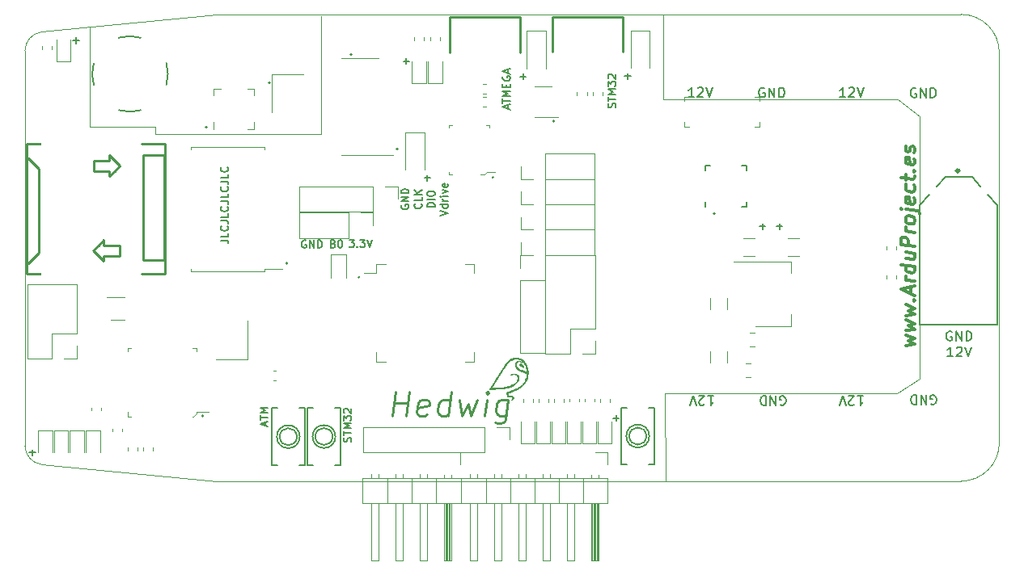
<source format=gto>
%TF.GenerationSoftware,KiCad,Pcbnew,(5.1.6)-1*%
%TF.CreationDate,2024-01-12T12:00:17+01:00*%
%TF.ProjectId,CURSO_PCB_DRONE,43555253-4f5f-4504-9342-5f44524f4e45,rev?*%
%TF.SameCoordinates,Original*%
%TF.FileFunction,Legend,Top*%
%TF.FilePolarity,Positive*%
%FSLAX46Y46*%
G04 Gerber Fmt 4.6, Leading zero omitted, Abs format (unit mm)*
G04 Created by KiCad (PCBNEW (5.1.6)-1) date 2024-01-12 12:00:17*
%MOMM*%
%LPD*%
G01*
G04 APERTURE LIST*
%ADD10C,0.160000*%
%ADD11C,0.150000*%
%ADD12C,0.375000*%
%ADD13C,0.120000*%
%ADD14C,0.250000*%
%ADD15C,0.010000*%
%ADD16C,0.254000*%
%ADD17C,0.127000*%
%ADD18C,0.300000*%
%ADD19C,0.178000*%
%ADD20C,0.100000*%
%ADD21R,2.500000X2.100000*%
%ADD22C,1.252000*%
%ADD23C,3.300000*%
%ADD24C,0.700000*%
%ADD25R,0.500000X2.200000*%
%ADD26R,1.600000X1.100000*%
%ADD27R,2.000000X2.000000*%
%ADD28O,1.200000X2.500000*%
%ADD29R,1.500000X1.300000*%
%ADD30R,1.600000X0.900000*%
%ADD31R,2.100000X1.550000*%
%ADD32C,5.600000*%
%ADD33O,1.800000X1.800000*%
%ADD34R,1.800000X1.800000*%
%ADD35C,1.600000*%
%ADD36C,2.462200*%
%ADD37C,2.652700*%
%ADD38C,5.616000*%
%ADD39R,5.616000X5.616000*%
%ADD40C,2.100000*%
%ADD41C,2.000000*%
%ADD42R,0.650000X1.600000*%
%ADD43R,1.600000X0.650000*%
%ADD44R,2.100000X0.700000*%
%ADD45R,2.600000X2.600000*%
%ADD46R,1.160000X0.750000*%
%ADD47R,0.750000X0.500000*%
%ADD48O,2.100000X2.005000*%
%ADD49R,2.100000X2.005000*%
%ADD50O,3.600000X3.600000*%
%ADD51R,2.100000X1.600000*%
%ADD52R,2.100000X3.900000*%
%ADD53R,1.300000X1.500000*%
%ADD54R,1.200000X0.700000*%
%ADD55R,1.300000X1.000000*%
G04 APERTURE END LIST*
D10*
X158559538Y-87141042D02*
X159169061Y-87141042D01*
X158864300Y-87445804D02*
X158864300Y-86836280D01*
D11*
X105553416Y-72110600D02*
G75*
G03*
X105553416Y-72110600I-77376J0D01*
G01*
X114077656Y-69108320D02*
G75*
G03*
X114077656Y-69108320I-77376J0D01*
G01*
X135312056Y-76103480D02*
G75*
G03*
X135312056Y-76103480I-77376J0D01*
G01*
D10*
X84922398Y-67641462D02*
X85531921Y-67641462D01*
X85227160Y-67946224D02*
X85227160Y-67336700D01*
X141447558Y-107250222D02*
X142057081Y-107250222D01*
X141752320Y-107554984D02*
X141752320Y-106945460D01*
X80345318Y-110857022D02*
X80954841Y-110857022D01*
X80650080Y-111161784D02*
X80650080Y-110552260D01*
X121681278Y-82068662D02*
X122290801Y-82068662D01*
X121986040Y-82373424D02*
X121986040Y-81763900D01*
X119496878Y-69836022D02*
X120106401Y-69836022D01*
X119801640Y-70140784D02*
X119801640Y-69531260D01*
X131719358Y-71436222D02*
X132328881Y-71436222D01*
X132024120Y-71740984D02*
X132024120Y-71131460D01*
X142671838Y-71400662D02*
X143281361Y-71400662D01*
X142976600Y-71705424D02*
X142976600Y-71095900D01*
X156794238Y-87153742D02*
X157403761Y-87153742D01*
X157099000Y-87458504D02*
X157099000Y-86848980D01*
D11*
X114931096Y-92461080D02*
G75*
G03*
X114931096Y-92461080I-77376J0D01*
G01*
X152101456Y-85785960D02*
G75*
G03*
X152101456Y-85785960I-77376J0D01*
G01*
X128916336Y-82036920D02*
G75*
G03*
X128916336Y-82036920I-77376J0D01*
G01*
X118944296Y-79034640D02*
G75*
G03*
X118944296Y-79034640I-77376J0D01*
G01*
X98944336Y-76768960D02*
G75*
G03*
X98944336Y-76768960I-77376J0D01*
G01*
X98527776Y-107020360D02*
G75*
G03*
X98527776Y-107020360I-77376J0D01*
G01*
X107366976Y-91013280D02*
G75*
G03*
X107366976Y-91013280I-77376J0D01*
G01*
D12*
X172055671Y-99650679D02*
X173055671Y-99489965D01*
X172341385Y-99114965D01*
X173055671Y-98918536D01*
X172055671Y-98507822D01*
X172055671Y-98079250D02*
X173055671Y-97918536D01*
X172341385Y-97543536D01*
X173055671Y-97347108D01*
X172055671Y-96936393D01*
X172055671Y-96507822D02*
X173055671Y-96347108D01*
X172341385Y-95972108D01*
X173055671Y-95775679D01*
X172055671Y-95364965D01*
X172912814Y-94900679D02*
X172984242Y-94838179D01*
X173055671Y-94918536D01*
X172984242Y-94981036D01*
X172912814Y-94900679D01*
X173055671Y-94918536D01*
X172627100Y-94222108D02*
X172627100Y-93507822D01*
X173055671Y-94418536D02*
X171555671Y-93731036D01*
X173055671Y-93418536D01*
X173055671Y-92918536D02*
X172055671Y-92793536D01*
X172341385Y-92829250D02*
X172198528Y-92739965D01*
X172127100Y-92659608D01*
X172055671Y-92507822D01*
X172055671Y-92364965D01*
X173055671Y-91347108D02*
X171555671Y-91159608D01*
X172984242Y-91338179D02*
X173055671Y-91489965D01*
X173055671Y-91775679D01*
X172984242Y-91909608D01*
X172912814Y-91972108D01*
X172769957Y-92025679D01*
X172341385Y-91972108D01*
X172198528Y-91882822D01*
X172127100Y-91802465D01*
X172055671Y-91650679D01*
X172055671Y-91364965D01*
X172127100Y-91231036D01*
X172055671Y-89864965D02*
X173055671Y-89989965D01*
X172055671Y-90507822D02*
X172841385Y-90606036D01*
X172984242Y-90552465D01*
X173055671Y-90418536D01*
X173055671Y-90204250D01*
X172984242Y-90052465D01*
X172912814Y-89972108D01*
X173055671Y-89275679D02*
X171555671Y-89088179D01*
X171555671Y-88516750D01*
X171627100Y-88382822D01*
X171698528Y-88320322D01*
X171841385Y-88266750D01*
X172055671Y-88293536D01*
X172198528Y-88382822D01*
X172269957Y-88463179D01*
X172341385Y-88614965D01*
X172341385Y-89186393D01*
X173055671Y-87775679D02*
X172055671Y-87650679D01*
X172341385Y-87686393D02*
X172198528Y-87597108D01*
X172127100Y-87516750D01*
X172055671Y-87364965D01*
X172055671Y-87222108D01*
X173055671Y-86632822D02*
X172984242Y-86766750D01*
X172912814Y-86829250D01*
X172769957Y-86882822D01*
X172341385Y-86829250D01*
X172198528Y-86739965D01*
X172127100Y-86659608D01*
X172055671Y-86507822D01*
X172055671Y-86293536D01*
X172127100Y-86159608D01*
X172198528Y-86097108D01*
X172341385Y-86043536D01*
X172769957Y-86097108D01*
X172912814Y-86186393D01*
X172984242Y-86266750D01*
X173055671Y-86418536D01*
X173055671Y-86632822D01*
X172055671Y-85364965D02*
X173341385Y-85525679D01*
X173484242Y-85614965D01*
X173555671Y-85766750D01*
X173555671Y-85838179D01*
X171555671Y-85302465D02*
X171627100Y-85382822D01*
X171698528Y-85320322D01*
X171627100Y-85239965D01*
X171555671Y-85302465D01*
X171698528Y-85320322D01*
X172984242Y-84195322D02*
X173055671Y-84347108D01*
X173055671Y-84632822D01*
X172984242Y-84766750D01*
X172841385Y-84820322D01*
X172269957Y-84748893D01*
X172127100Y-84659608D01*
X172055671Y-84507822D01*
X172055671Y-84222108D01*
X172127100Y-84088179D01*
X172269957Y-84034608D01*
X172412814Y-84052465D01*
X172555671Y-84784608D01*
X172984242Y-82838179D02*
X173055671Y-82989965D01*
X173055671Y-83275679D01*
X172984242Y-83409608D01*
X172912814Y-83472108D01*
X172769957Y-83525679D01*
X172341385Y-83472108D01*
X172198528Y-83382822D01*
X172127100Y-83302465D01*
X172055671Y-83150679D01*
X172055671Y-82864965D01*
X172127100Y-82731036D01*
X172055671Y-82293536D02*
X172055671Y-81722108D01*
X171555671Y-82016750D02*
X172841385Y-82177465D01*
X172984242Y-82123893D01*
X173055671Y-81989965D01*
X173055671Y-81847108D01*
X172912814Y-81329250D02*
X172984242Y-81266750D01*
X173055671Y-81347108D01*
X172984242Y-81409608D01*
X172912814Y-81329250D01*
X173055671Y-81347108D01*
X172984242Y-80052465D02*
X173055671Y-80204250D01*
X173055671Y-80489965D01*
X172984242Y-80623893D01*
X172841385Y-80677465D01*
X172269957Y-80606036D01*
X172127100Y-80516750D01*
X172055671Y-80364965D01*
X172055671Y-80079250D01*
X172127100Y-79945322D01*
X172269957Y-79891750D01*
X172412814Y-79909608D01*
X172555671Y-80641750D01*
X172984242Y-79409608D02*
X173055671Y-79275679D01*
X173055671Y-78989965D01*
X172984242Y-78838179D01*
X172841385Y-78748893D01*
X172769957Y-78739965D01*
X172627100Y-78793536D01*
X172555671Y-78927465D01*
X172555671Y-79141750D01*
X172484242Y-79275679D01*
X172341385Y-79329250D01*
X172269957Y-79320322D01*
X172127100Y-79231036D01*
X172055671Y-79079250D01*
X172055671Y-78864965D01*
X172127100Y-78731036D01*
D10*
X176880615Y-98171960D02*
X176785377Y-98124340D01*
X176642520Y-98124340D01*
X176499662Y-98171960D01*
X176404424Y-98267198D01*
X176356805Y-98362436D01*
X176309186Y-98552912D01*
X176309186Y-98695769D01*
X176356805Y-98886245D01*
X176404424Y-98981483D01*
X176499662Y-99076721D01*
X176642520Y-99124340D01*
X176737758Y-99124340D01*
X176880615Y-99076721D01*
X176928234Y-99029102D01*
X176928234Y-98695769D01*
X176737758Y-98695769D01*
X177356805Y-99124340D02*
X177356805Y-98124340D01*
X177928234Y-99124340D01*
X177928234Y-98124340D01*
X178404424Y-99124340D02*
X178404424Y-98124340D01*
X178642520Y-98124340D01*
X178785377Y-98171960D01*
X178880615Y-98267198D01*
X178928234Y-98362436D01*
X178975853Y-98552912D01*
X178975853Y-98695769D01*
X178928234Y-98886245D01*
X178880615Y-98981483D01*
X178785377Y-99076721D01*
X178642520Y-99124340D01*
X178404424Y-99124340D01*
X177023472Y-100784340D02*
X176452043Y-100784340D01*
X176737758Y-100784340D02*
X176737758Y-99784340D01*
X176642520Y-99927198D01*
X176547281Y-100022436D01*
X176452043Y-100070055D01*
X177404424Y-99879579D02*
X177452043Y-99831960D01*
X177547281Y-99784340D01*
X177785377Y-99784340D01*
X177880615Y-99831960D01*
X177928234Y-99879579D01*
X177975853Y-99974817D01*
X177975853Y-100070055D01*
X177928234Y-100212912D01*
X177356805Y-100784340D01*
X177975853Y-100784340D01*
X178261567Y-99784340D02*
X178594900Y-100784340D01*
X178928234Y-99784340D01*
D11*
X130460733Y-74817982D02*
X130460733Y-74437030D01*
X130689304Y-74894173D02*
X129889304Y-74627506D01*
X130689304Y-74360840D01*
X129889304Y-74208459D02*
X129889304Y-73751316D01*
X130689304Y-73979887D02*
X129889304Y-73979887D01*
X130689304Y-73484649D02*
X129889304Y-73484649D01*
X130460733Y-73217982D01*
X129889304Y-72951316D01*
X130689304Y-72951316D01*
X130270257Y-72570363D02*
X130270257Y-72303697D01*
X130689304Y-72189411D02*
X130689304Y-72570363D01*
X129889304Y-72570363D01*
X129889304Y-72189411D01*
X129927400Y-71427506D02*
X129889304Y-71503697D01*
X129889304Y-71617982D01*
X129927400Y-71732268D01*
X130003590Y-71808459D01*
X130079780Y-71846554D01*
X130232161Y-71884649D01*
X130346447Y-71884649D01*
X130498828Y-71846554D01*
X130575019Y-71808459D01*
X130651209Y-71732268D01*
X130689304Y-71617982D01*
X130689304Y-71541792D01*
X130651209Y-71427506D01*
X130613114Y-71389411D01*
X130346447Y-71389411D01*
X130346447Y-71541792D01*
X130460733Y-71084649D02*
X130460733Y-70703697D01*
X130689304Y-71160840D02*
X129889304Y-70894173D01*
X130689304Y-70627506D01*
X141664649Y-74706260D02*
X141702744Y-74591975D01*
X141702744Y-74401499D01*
X141664649Y-74325308D01*
X141626554Y-74287213D01*
X141550363Y-74249118D01*
X141474173Y-74249118D01*
X141397982Y-74287213D01*
X141359887Y-74325308D01*
X141321792Y-74401499D01*
X141283697Y-74553880D01*
X141245601Y-74630070D01*
X141207506Y-74668165D01*
X141131316Y-74706260D01*
X141055125Y-74706260D01*
X140978935Y-74668165D01*
X140940840Y-74630070D01*
X140902744Y-74553880D01*
X140902744Y-74363403D01*
X140940840Y-74249118D01*
X140902744Y-74020546D02*
X140902744Y-73563403D01*
X141702744Y-73791975D02*
X140902744Y-73791975D01*
X141702744Y-73296737D02*
X140902744Y-73296737D01*
X141474173Y-73030070D01*
X140902744Y-72763403D01*
X141702744Y-72763403D01*
X140902744Y-72458641D02*
X140902744Y-71963403D01*
X141207506Y-72230070D01*
X141207506Y-72115784D01*
X141245601Y-72039594D01*
X141283697Y-72001499D01*
X141359887Y-71963403D01*
X141550363Y-71963403D01*
X141626554Y-72001499D01*
X141664649Y-72039594D01*
X141702744Y-72115784D01*
X141702744Y-72344356D01*
X141664649Y-72420546D01*
X141626554Y-72458641D01*
X140978935Y-71658641D02*
X140940840Y-71620546D01*
X140902744Y-71544356D01*
X140902744Y-71353880D01*
X140940840Y-71277689D01*
X140978935Y-71239594D01*
X141055125Y-71201499D01*
X141131316Y-71201499D01*
X141245601Y-71239594D01*
X141702744Y-71696737D01*
X141702744Y-71201499D01*
D13*
X110886240Y-77480160D02*
X110886240Y-65069720D01*
X105374440Y-77480160D02*
X110886240Y-77480160D01*
X93522800Y-77485240D02*
X105374440Y-77480160D01*
X93522800Y-77373480D02*
X93522800Y-77485240D01*
X86669880Y-76723240D02*
X86669880Y-66273680D01*
X93522800Y-76723240D02*
X93522800Y-77373480D01*
X86669880Y-76723240D02*
X93522800Y-76723240D01*
D11*
X113993889Y-109732860D02*
X114031984Y-109618575D01*
X114031984Y-109428099D01*
X113993889Y-109351908D01*
X113955794Y-109313813D01*
X113879603Y-109275718D01*
X113803413Y-109275718D01*
X113727222Y-109313813D01*
X113689127Y-109351908D01*
X113651032Y-109428099D01*
X113612937Y-109580480D01*
X113574841Y-109656670D01*
X113536746Y-109694765D01*
X113460556Y-109732860D01*
X113384365Y-109732860D01*
X113308175Y-109694765D01*
X113270080Y-109656670D01*
X113231984Y-109580480D01*
X113231984Y-109390003D01*
X113270080Y-109275718D01*
X113231984Y-109047146D02*
X113231984Y-108590003D01*
X114031984Y-108818575D02*
X113231984Y-108818575D01*
X114031984Y-108323337D02*
X113231984Y-108323337D01*
X113803413Y-108056670D01*
X113231984Y-107790003D01*
X114031984Y-107790003D01*
X113231984Y-107485241D02*
X113231984Y-106990003D01*
X113536746Y-107256670D01*
X113536746Y-107142384D01*
X113574841Y-107066194D01*
X113612937Y-107028099D01*
X113689127Y-106990003D01*
X113879603Y-106990003D01*
X113955794Y-107028099D01*
X113993889Y-107066194D01*
X114031984Y-107142384D01*
X114031984Y-107370956D01*
X113993889Y-107447146D01*
X113955794Y-107485241D01*
X113308175Y-106685241D02*
X113270080Y-106647146D01*
X113231984Y-106570956D01*
X113231984Y-106380480D01*
X113270080Y-106304289D01*
X113308175Y-106266194D01*
X113384365Y-106228099D01*
X113460556Y-106228099D01*
X113574841Y-106266194D01*
X114031984Y-106723337D01*
X114031984Y-106228099D01*
X105081053Y-108028620D02*
X105081053Y-107647668D01*
X105309624Y-108104811D02*
X104509624Y-107838144D01*
X105309624Y-107571478D01*
X104509624Y-107419097D02*
X104509624Y-106961954D01*
X105309624Y-107190525D02*
X104509624Y-107190525D01*
X105309624Y-106695287D02*
X104509624Y-106695287D01*
X105081053Y-106428620D01*
X104509624Y-106161954D01*
X105309624Y-106161954D01*
D10*
X113835327Y-88517784D02*
X114330565Y-88517784D01*
X114063899Y-88822546D01*
X114178184Y-88822546D01*
X114254375Y-88860641D01*
X114292470Y-88898737D01*
X114330565Y-88974927D01*
X114330565Y-89165403D01*
X114292470Y-89241594D01*
X114254375Y-89279689D01*
X114178184Y-89317784D01*
X113949613Y-89317784D01*
X113873422Y-89279689D01*
X113835327Y-89241594D01*
X114673422Y-89241594D02*
X114711518Y-89279689D01*
X114673422Y-89317784D01*
X114635327Y-89279689D01*
X114673422Y-89241594D01*
X114673422Y-89317784D01*
X114978184Y-88517784D02*
X115473422Y-88517784D01*
X115206756Y-88822546D01*
X115321041Y-88822546D01*
X115397232Y-88860641D01*
X115435327Y-88898737D01*
X115473422Y-88974927D01*
X115473422Y-89165403D01*
X115435327Y-89241594D01*
X115397232Y-89279689D01*
X115321041Y-89317784D01*
X115092470Y-89317784D01*
X115016280Y-89279689D01*
X114978184Y-89241594D01*
X115701994Y-88517784D02*
X115968660Y-89317784D01*
X116235327Y-88517784D01*
X112147390Y-88964777D02*
X112261676Y-89002872D01*
X112299771Y-89040967D01*
X112337866Y-89117158D01*
X112337866Y-89231443D01*
X112299771Y-89307634D01*
X112261676Y-89345729D01*
X112185485Y-89383824D01*
X111880723Y-89383824D01*
X111880723Y-88583824D01*
X112147390Y-88583824D01*
X112223580Y-88621920D01*
X112261676Y-88660015D01*
X112299771Y-88736205D01*
X112299771Y-88812396D01*
X112261676Y-88888586D01*
X112223580Y-88926681D01*
X112147390Y-88964777D01*
X111880723Y-88964777D01*
X112833104Y-88583824D02*
X112909295Y-88583824D01*
X112985485Y-88621920D01*
X113023580Y-88660015D01*
X113061676Y-88736205D01*
X113099771Y-88888586D01*
X113099771Y-89079062D01*
X113061676Y-89231443D01*
X113023580Y-89307634D01*
X112985485Y-89345729D01*
X112909295Y-89383824D01*
X112833104Y-89383824D01*
X112756914Y-89345729D01*
X112718819Y-89307634D01*
X112680723Y-89231443D01*
X112642628Y-89079062D01*
X112642628Y-88888586D01*
X112680723Y-88736205D01*
X112718819Y-88660015D01*
X112756914Y-88621920D01*
X112833104Y-88583824D01*
X109306436Y-88632080D02*
X109230245Y-88593984D01*
X109115960Y-88593984D01*
X109001674Y-88632080D01*
X108925483Y-88708270D01*
X108887388Y-88784460D01*
X108849293Y-88936841D01*
X108849293Y-89051127D01*
X108887388Y-89203508D01*
X108925483Y-89279699D01*
X109001674Y-89355889D01*
X109115960Y-89393984D01*
X109192150Y-89393984D01*
X109306436Y-89355889D01*
X109344531Y-89317794D01*
X109344531Y-89051127D01*
X109192150Y-89051127D01*
X109687388Y-89393984D02*
X109687388Y-88593984D01*
X110144531Y-89393984D01*
X110144531Y-88593984D01*
X110525483Y-89393984D02*
X110525483Y-88593984D01*
X110715960Y-88593984D01*
X110830245Y-88632080D01*
X110906436Y-88708270D01*
X110944531Y-88784460D01*
X110982626Y-88936841D01*
X110982626Y-89051127D01*
X110944531Y-89203508D01*
X110906436Y-89279699D01*
X110830245Y-89355889D01*
X110715960Y-89393984D01*
X110525483Y-89393984D01*
X119302200Y-84907043D02*
X119264104Y-84983234D01*
X119264104Y-85097520D01*
X119302200Y-85211805D01*
X119378390Y-85287996D01*
X119454580Y-85326091D01*
X119606961Y-85364186D01*
X119721247Y-85364186D01*
X119873628Y-85326091D01*
X119949819Y-85287996D01*
X120026009Y-85211805D01*
X120064104Y-85097520D01*
X120064104Y-85021329D01*
X120026009Y-84907043D01*
X119987914Y-84868948D01*
X119721247Y-84868948D01*
X119721247Y-85021329D01*
X120064104Y-84526091D02*
X119264104Y-84526091D01*
X120064104Y-84068948D01*
X119264104Y-84068948D01*
X120064104Y-83687996D02*
X119264104Y-83687996D01*
X119264104Y-83497520D01*
X119302200Y-83383234D01*
X119378390Y-83307043D01*
X119454580Y-83268948D01*
X119606961Y-83230853D01*
X119721247Y-83230853D01*
X119873628Y-83268948D01*
X119949819Y-83307043D01*
X120026009Y-83383234D01*
X120064104Y-83497520D01*
X120064104Y-83687996D01*
X121347914Y-84773710D02*
X121386009Y-84811805D01*
X121424104Y-84926091D01*
X121424104Y-85002281D01*
X121386009Y-85116567D01*
X121309819Y-85192758D01*
X121233628Y-85230853D01*
X121081247Y-85268948D01*
X120966961Y-85268948D01*
X120814580Y-85230853D01*
X120738390Y-85192758D01*
X120662200Y-85116567D01*
X120624104Y-85002281D01*
X120624104Y-84926091D01*
X120662200Y-84811805D01*
X120700295Y-84773710D01*
X121424104Y-84049900D02*
X121424104Y-84430853D01*
X120624104Y-84430853D01*
X121424104Y-83783234D02*
X120624104Y-83783234D01*
X121424104Y-83326091D02*
X120966961Y-83668948D01*
X120624104Y-83326091D02*
X121081247Y-83783234D01*
X122784104Y-85116567D02*
X121984104Y-85116567D01*
X121984104Y-84926091D01*
X122022200Y-84811805D01*
X122098390Y-84735615D01*
X122174580Y-84697520D01*
X122326961Y-84659424D01*
X122441247Y-84659424D01*
X122593628Y-84697520D01*
X122669819Y-84735615D01*
X122746009Y-84811805D01*
X122784104Y-84926091D01*
X122784104Y-85116567D01*
X122784104Y-84316567D02*
X121984104Y-84316567D01*
X121984104Y-83783234D02*
X121984104Y-83630853D01*
X122022200Y-83554662D01*
X122098390Y-83478472D01*
X122250771Y-83440377D01*
X122517438Y-83440377D01*
X122669819Y-83478472D01*
X122746009Y-83554662D01*
X122784104Y-83630853D01*
X122784104Y-83783234D01*
X122746009Y-83859424D01*
X122669819Y-83935615D01*
X122517438Y-83973710D01*
X122250771Y-83973710D01*
X122098390Y-83935615D01*
X122022200Y-83859424D01*
X121984104Y-83783234D01*
X123344104Y-86011805D02*
X124144104Y-85745139D01*
X123344104Y-85478472D01*
X124144104Y-84868948D02*
X123344104Y-84868948D01*
X124106009Y-84868948D02*
X124144104Y-84945139D01*
X124144104Y-85097520D01*
X124106009Y-85173710D01*
X124067914Y-85211805D01*
X123991723Y-85249900D01*
X123763152Y-85249900D01*
X123686961Y-85211805D01*
X123648866Y-85173710D01*
X123610771Y-85097520D01*
X123610771Y-84945139D01*
X123648866Y-84868948D01*
X124144104Y-84487996D02*
X123610771Y-84487996D01*
X123763152Y-84487996D02*
X123686961Y-84449900D01*
X123648866Y-84411805D01*
X123610771Y-84335615D01*
X123610771Y-84259424D01*
X124144104Y-83992758D02*
X123610771Y-83992758D01*
X123344104Y-83992758D02*
X123382200Y-84030853D01*
X123420295Y-83992758D01*
X123382200Y-83954662D01*
X123344104Y-83992758D01*
X123420295Y-83992758D01*
X123610771Y-83687996D02*
X124144104Y-83497520D01*
X123610771Y-83307043D01*
X124106009Y-82697520D02*
X124144104Y-82773710D01*
X124144104Y-82926091D01*
X124106009Y-83002281D01*
X124029819Y-83040377D01*
X123725057Y-83040377D01*
X123648866Y-83002281D01*
X123610771Y-82926091D01*
X123610771Y-82773710D01*
X123648866Y-82697520D01*
X123725057Y-82659424D01*
X123801247Y-82659424D01*
X123877438Y-83040377D01*
D14*
X118364332Y-106977832D02*
X118676832Y-104477832D01*
X118528022Y-105668308D02*
X119956594Y-105668308D01*
X119792903Y-106977832D02*
X120105403Y-104477832D01*
X121950642Y-106858784D02*
X121697665Y-106977832D01*
X121221475Y-106977832D01*
X120998261Y-106858784D01*
X120908975Y-106620689D01*
X121028022Y-105668308D01*
X121176832Y-105430213D01*
X121429808Y-105311165D01*
X121905999Y-105311165D01*
X122129213Y-105430213D01*
X122218499Y-105668308D01*
X122188737Y-105906403D01*
X120968499Y-106144499D01*
X124197665Y-106977832D02*
X124510165Y-104477832D01*
X124212546Y-106858784D02*
X123959570Y-106977832D01*
X123483380Y-106977832D01*
X123260165Y-106858784D01*
X123155999Y-106739737D01*
X123066713Y-106501641D01*
X123155999Y-105787356D01*
X123304808Y-105549260D01*
X123438737Y-105430213D01*
X123691713Y-105311165D01*
X124167903Y-105311165D01*
X124391118Y-105430213D01*
X125358380Y-105311165D02*
X125626237Y-106977832D01*
X126251237Y-105787356D01*
X126578618Y-106977832D01*
X127263142Y-105311165D01*
X128007189Y-106977832D02*
X128215522Y-105311165D01*
X128319689Y-104477832D02*
X128185761Y-104596880D01*
X128289927Y-104715927D01*
X128423856Y-104596880D01*
X128319689Y-104477832D01*
X128289927Y-104715927D01*
X130477427Y-105311165D02*
X130224451Y-107334975D01*
X130075642Y-107573070D01*
X129941713Y-107692118D01*
X129688737Y-107811165D01*
X129331594Y-107811165D01*
X129108380Y-107692118D01*
X130283975Y-106858784D02*
X130030999Y-106977832D01*
X129554808Y-106977832D01*
X129331594Y-106858784D01*
X129227427Y-106739737D01*
X129138142Y-106501641D01*
X129227427Y-105787356D01*
X129376237Y-105549260D01*
X129510165Y-105430213D01*
X129763142Y-105311165D01*
X130239332Y-105311165D01*
X130462546Y-105430213D01*
D13*
X146695160Y-73832720D02*
X146695160Y-64998600D01*
X171246800Y-73817480D02*
X146695160Y-73832720D01*
X173548040Y-75615800D02*
X171246800Y-73817480D01*
X173573440Y-103083360D02*
X173548040Y-75615800D01*
X171170600Y-104678480D02*
X173573440Y-103083360D01*
X146888200Y-104658160D02*
X171170600Y-104678480D01*
X146908520Y-113868200D02*
X146888200Y-104658160D01*
D11*
X174716344Y-105788080D02*
X174811582Y-105835699D01*
X174954440Y-105835699D01*
X175097297Y-105788080D01*
X175192535Y-105692841D01*
X175240154Y-105597603D01*
X175287773Y-105407127D01*
X175287773Y-105264270D01*
X175240154Y-105073794D01*
X175192535Y-104978556D01*
X175097297Y-104883318D01*
X174954440Y-104835699D01*
X174859201Y-104835699D01*
X174716344Y-104883318D01*
X174668725Y-104930937D01*
X174668725Y-105264270D01*
X174859201Y-105264270D01*
X174240154Y-104835699D02*
X174240154Y-105835699D01*
X173668725Y-104835699D01*
X173668725Y-105835699D01*
X173192535Y-104835699D02*
X173192535Y-105835699D01*
X172954440Y-105835699D01*
X172811582Y-105788080D01*
X172716344Y-105692841D01*
X172668725Y-105597603D01*
X172621106Y-105407127D01*
X172621106Y-105264270D01*
X172668725Y-105073794D01*
X172716344Y-104978556D01*
X172811582Y-104883318D01*
X172954440Y-104835699D01*
X173192535Y-104835699D01*
X158953104Y-105849040D02*
X159048342Y-105896659D01*
X159191200Y-105896659D01*
X159334057Y-105849040D01*
X159429295Y-105753801D01*
X159476914Y-105658563D01*
X159524533Y-105468087D01*
X159524533Y-105325230D01*
X159476914Y-105134754D01*
X159429295Y-105039516D01*
X159334057Y-104944278D01*
X159191200Y-104896659D01*
X159095961Y-104896659D01*
X158953104Y-104944278D01*
X158905485Y-104991897D01*
X158905485Y-105325230D01*
X159095961Y-105325230D01*
X158476914Y-104896659D02*
X158476914Y-105896659D01*
X157905485Y-104896659D01*
X157905485Y-105896659D01*
X157429295Y-104896659D02*
X157429295Y-105896659D01*
X157191200Y-105896659D01*
X157048342Y-105849040D01*
X156953104Y-105753801D01*
X156905485Y-105658563D01*
X156857866Y-105468087D01*
X156857866Y-105325230D01*
X156905485Y-105134754D01*
X156953104Y-105039516D01*
X157048342Y-104944278D01*
X157191200Y-104896659D01*
X157429295Y-104896659D01*
X173151895Y-72682480D02*
X173056657Y-72634860D01*
X172913800Y-72634860D01*
X172770942Y-72682480D01*
X172675704Y-72777718D01*
X172628085Y-72872956D01*
X172580466Y-73063432D01*
X172580466Y-73206289D01*
X172628085Y-73396765D01*
X172675704Y-73492003D01*
X172770942Y-73587241D01*
X172913800Y-73634860D01*
X173009038Y-73634860D01*
X173151895Y-73587241D01*
X173199514Y-73539622D01*
X173199514Y-73206289D01*
X173009038Y-73206289D01*
X173628085Y-73634860D02*
X173628085Y-72634860D01*
X174199514Y-73634860D01*
X174199514Y-72634860D01*
X174675704Y-73634860D02*
X174675704Y-72634860D01*
X174913800Y-72634860D01*
X175056657Y-72682480D01*
X175151895Y-72777718D01*
X175199514Y-72872956D01*
X175247133Y-73063432D01*
X175247133Y-73206289D01*
X175199514Y-73396765D01*
X175151895Y-73492003D01*
X175056657Y-73587241D01*
X174913800Y-73634860D01*
X174675704Y-73634860D01*
X157281975Y-72662160D02*
X157186737Y-72614540D01*
X157043880Y-72614540D01*
X156901022Y-72662160D01*
X156805784Y-72757398D01*
X156758165Y-72852636D01*
X156710546Y-73043112D01*
X156710546Y-73185969D01*
X156758165Y-73376445D01*
X156805784Y-73471683D01*
X156901022Y-73566921D01*
X157043880Y-73614540D01*
X157139118Y-73614540D01*
X157281975Y-73566921D01*
X157329594Y-73519302D01*
X157329594Y-73185969D01*
X157139118Y-73185969D01*
X157758165Y-73614540D02*
X157758165Y-72614540D01*
X158329594Y-73614540D01*
X158329594Y-72614540D01*
X158805784Y-73614540D02*
X158805784Y-72614540D01*
X159043880Y-72614540D01*
X159186737Y-72662160D01*
X159281975Y-72757398D01*
X159329594Y-72852636D01*
X159377213Y-73043112D01*
X159377213Y-73185969D01*
X159329594Y-73376445D01*
X159281975Y-73471683D01*
X159186737Y-73566921D01*
X159043880Y-73614540D01*
X158805784Y-73614540D01*
X165766192Y-73584060D02*
X165194763Y-73584060D01*
X165480478Y-73584060D02*
X165480478Y-72584060D01*
X165385240Y-72726918D01*
X165290001Y-72822156D01*
X165194763Y-72869775D01*
X166147144Y-72679299D02*
X166194763Y-72631680D01*
X166290001Y-72584060D01*
X166528097Y-72584060D01*
X166623335Y-72631680D01*
X166670954Y-72679299D01*
X166718573Y-72774537D01*
X166718573Y-72869775D01*
X166670954Y-73012632D01*
X166099525Y-73584060D01*
X166718573Y-73584060D01*
X167004287Y-72584060D02*
X167337620Y-73584060D01*
X167670954Y-72584060D01*
X149916592Y-73584060D02*
X149345163Y-73584060D01*
X149630878Y-73584060D02*
X149630878Y-72584060D01*
X149535640Y-72726918D01*
X149440401Y-72822156D01*
X149345163Y-72869775D01*
X150297544Y-72679299D02*
X150345163Y-72631680D01*
X150440401Y-72584060D01*
X150678497Y-72584060D01*
X150773735Y-72631680D01*
X150821354Y-72679299D01*
X150868973Y-72774537D01*
X150868973Y-72869775D01*
X150821354Y-73012632D01*
X150249925Y-73584060D01*
X150868973Y-73584060D01*
X151154687Y-72584060D02*
X151488020Y-73584060D01*
X151821354Y-72584060D01*
X167034767Y-104896659D02*
X167606196Y-104896659D01*
X167320481Y-104896659D02*
X167320481Y-105896659D01*
X167415720Y-105753801D01*
X167510958Y-105658563D01*
X167606196Y-105610944D01*
X166653815Y-105801420D02*
X166606196Y-105849040D01*
X166510958Y-105896659D01*
X166272862Y-105896659D01*
X166177624Y-105849040D01*
X166130005Y-105801420D01*
X166082386Y-105706182D01*
X166082386Y-105610944D01*
X166130005Y-105468087D01*
X166701434Y-104896659D01*
X166082386Y-104896659D01*
X165796672Y-105896659D02*
X165463339Y-104896659D01*
X165130005Y-105896659D01*
X151378207Y-104876339D02*
X151949636Y-104876339D01*
X151663921Y-104876339D02*
X151663921Y-105876339D01*
X151759160Y-105733481D01*
X151854398Y-105638243D01*
X151949636Y-105590624D01*
X150997255Y-105781100D02*
X150949636Y-105828720D01*
X150854398Y-105876339D01*
X150616302Y-105876339D01*
X150521064Y-105828720D01*
X150473445Y-105781100D01*
X150425826Y-105685862D01*
X150425826Y-105590624D01*
X150473445Y-105447767D01*
X151044874Y-104876339D01*
X150425826Y-104876339D01*
X150140112Y-105876339D02*
X149806779Y-104876339D01*
X149473445Y-105876339D01*
X100374504Y-88602358D02*
X100945933Y-88602358D01*
X101060219Y-88640453D01*
X101136409Y-88716643D01*
X101174504Y-88830929D01*
X101174504Y-88907120D01*
X101174504Y-87840453D02*
X101174504Y-88221405D01*
X100374504Y-88221405D01*
X101098314Y-87116643D02*
X101136409Y-87154739D01*
X101174504Y-87269024D01*
X101174504Y-87345215D01*
X101136409Y-87459500D01*
X101060219Y-87535691D01*
X100984028Y-87573786D01*
X100831647Y-87611881D01*
X100717361Y-87611881D01*
X100564980Y-87573786D01*
X100488790Y-87535691D01*
X100412600Y-87459500D01*
X100374504Y-87345215D01*
X100374504Y-87269024D01*
X100412600Y-87154739D01*
X100450695Y-87116643D01*
X100374504Y-86545215D02*
X100945933Y-86545215D01*
X101060219Y-86583310D01*
X101136409Y-86659500D01*
X101174504Y-86773786D01*
X101174504Y-86849977D01*
X101174504Y-85783310D02*
X101174504Y-86164262D01*
X100374504Y-86164262D01*
X101098314Y-85059500D02*
X101136409Y-85097596D01*
X101174504Y-85211881D01*
X101174504Y-85288072D01*
X101136409Y-85402358D01*
X101060219Y-85478548D01*
X100984028Y-85516643D01*
X100831647Y-85554739D01*
X100717361Y-85554739D01*
X100564980Y-85516643D01*
X100488790Y-85478548D01*
X100412600Y-85402358D01*
X100374504Y-85288072D01*
X100374504Y-85211881D01*
X100412600Y-85097596D01*
X100450695Y-85059500D01*
X100374504Y-84488072D02*
X100945933Y-84488072D01*
X101060219Y-84526167D01*
X101136409Y-84602358D01*
X101174504Y-84716643D01*
X101174504Y-84792834D01*
X101174504Y-83726167D02*
X101174504Y-84107120D01*
X100374504Y-84107120D01*
X101098314Y-83002358D02*
X101136409Y-83040453D01*
X101174504Y-83154739D01*
X101174504Y-83230929D01*
X101136409Y-83345215D01*
X101060219Y-83421405D01*
X100984028Y-83459500D01*
X100831647Y-83497596D01*
X100717361Y-83497596D01*
X100564980Y-83459500D01*
X100488790Y-83421405D01*
X100412600Y-83345215D01*
X100374504Y-83230929D01*
X100374504Y-83154739D01*
X100412600Y-83040453D01*
X100450695Y-83002358D01*
X100374504Y-82430929D02*
X100945933Y-82430929D01*
X101060219Y-82469024D01*
X101136409Y-82545215D01*
X101174504Y-82659500D01*
X101174504Y-82735691D01*
X101174504Y-81669024D02*
X101174504Y-82049977D01*
X100374504Y-82049977D01*
X101098314Y-80945215D02*
X101136409Y-80983310D01*
X101174504Y-81097596D01*
X101174504Y-81173786D01*
X101136409Y-81288072D01*
X101060219Y-81364262D01*
X100984028Y-81402358D01*
X100831647Y-81440453D01*
X100717361Y-81440453D01*
X100564980Y-81402358D01*
X100488790Y-81364262D01*
X100412600Y-81288072D01*
X100374504Y-81173786D01*
X100374504Y-81097596D01*
X100412600Y-80983310D01*
X100450695Y-80945215D01*
D15*
G36*
X131785880Y-101551968D02*
G01*
X131817330Y-101561751D01*
X131840393Y-101573707D01*
X131876671Y-101599271D01*
X131916354Y-101634771D01*
X131954649Y-101675328D01*
X131986765Y-101716061D01*
X131999422Y-101735675D01*
X132019511Y-101778523D01*
X132035175Y-101828097D01*
X132044598Y-101877367D01*
X132046177Y-101916646D01*
X132043593Y-101954066D01*
X132024379Y-101910265D01*
X132006821Y-101877199D01*
X131984138Y-101843143D01*
X131973077Y-101829208D01*
X131954506Y-101808459D01*
X131941742Y-101798449D01*
X131929760Y-101796896D01*
X131913538Y-101801521D01*
X131912711Y-101801808D01*
X131861180Y-101812069D01*
X131807532Y-101809424D01*
X131755479Y-101795232D01*
X131708728Y-101770846D01*
X131670988Y-101737624D01*
X131649840Y-101705724D01*
X131636493Y-101663884D01*
X131639456Y-101625954D01*
X131658956Y-101590538D01*
X131670881Y-101577318D01*
X131688865Y-101561118D01*
X131705545Y-101552709D01*
X131727783Y-101549614D01*
X131748530Y-101549279D01*
X131785880Y-101551968D01*
G37*
X131785880Y-101551968D02*
X131817330Y-101561751D01*
X131840393Y-101573707D01*
X131876671Y-101599271D01*
X131916354Y-101634771D01*
X131954649Y-101675328D01*
X131986765Y-101716061D01*
X131999422Y-101735675D01*
X132019511Y-101778523D01*
X132035175Y-101828097D01*
X132044598Y-101877367D01*
X132046177Y-101916646D01*
X132043593Y-101954066D01*
X132024379Y-101910265D01*
X132006821Y-101877199D01*
X131984138Y-101843143D01*
X131973077Y-101829208D01*
X131954506Y-101808459D01*
X131941742Y-101798449D01*
X131929760Y-101796896D01*
X131913538Y-101801521D01*
X131912711Y-101801808D01*
X131861180Y-101812069D01*
X131807532Y-101809424D01*
X131755479Y-101795232D01*
X131708728Y-101770846D01*
X131670988Y-101737624D01*
X131649840Y-101705724D01*
X131636493Y-101663884D01*
X131639456Y-101625954D01*
X131658956Y-101590538D01*
X131670881Y-101577318D01*
X131688865Y-101561118D01*
X131705545Y-101552709D01*
X131727783Y-101549614D01*
X131748530Y-101549279D01*
X131785880Y-101551968D01*
G36*
X131349344Y-100918804D02*
G01*
X131395217Y-100919468D01*
X131431198Y-100920961D01*
X131460808Y-100923602D01*
X131487568Y-100927711D01*
X131514997Y-100933606D01*
X131546617Y-100941606D01*
X131548293Y-100942046D01*
X131625271Y-100966837D01*
X131707741Y-101001263D01*
X131789800Y-101042436D01*
X131865545Y-101087465D01*
X131912360Y-101120273D01*
X132022186Y-101214168D01*
X132123332Y-101321818D01*
X132214970Y-101441977D01*
X132296274Y-101573396D01*
X132366416Y-101714829D01*
X132424568Y-101865027D01*
X132441438Y-101917796D01*
X132470876Y-102024102D01*
X132492952Y-102126214D01*
X132508331Y-102228889D01*
X132517674Y-102336882D01*
X132521646Y-102454948D01*
X132521890Y-102494916D01*
X132514421Y-102680882D01*
X132491857Y-102859335D01*
X132454223Y-103030201D01*
X132401542Y-103193410D01*
X132333839Y-103348889D01*
X132251138Y-103496566D01*
X132153461Y-103636369D01*
X132134826Y-103660025D01*
X132068615Y-103736578D01*
X131995241Y-103809383D01*
X131912522Y-103880276D01*
X131818277Y-103951097D01*
X131710321Y-104023683D01*
X131680894Y-104042346D01*
X131648822Y-104061937D01*
X131608995Y-104085443D01*
X131563772Y-104111555D01*
X131515512Y-104138967D01*
X131466574Y-104166372D01*
X131419318Y-104192461D01*
X131376103Y-104215927D01*
X131339288Y-104235464D01*
X131311233Y-104249763D01*
X131294296Y-104257518D01*
X131290753Y-104258533D01*
X131281843Y-104262033D01*
X131261048Y-104271512D01*
X131231661Y-104285440D01*
X131203576Y-104299051D01*
X131132734Y-104332496D01*
X131049303Y-104369881D01*
X130956756Y-104409786D01*
X130858569Y-104450791D01*
X130758214Y-104491477D01*
X130659165Y-104530425D01*
X130564896Y-104566214D01*
X130478882Y-104597424D01*
X130443393Y-104609733D01*
X130412160Y-104620599D01*
X130387689Y-104629529D01*
X130373928Y-104635068D01*
X130372362Y-104635945D01*
X130373548Y-104644890D01*
X130379699Y-104666472D01*
X130389695Y-104697564D01*
X130402415Y-104735036D01*
X130416740Y-104775760D01*
X130431548Y-104816609D01*
X130445720Y-104854453D01*
X130458136Y-104886165D01*
X130467675Y-104908617D01*
X130473216Y-104918679D01*
X130473700Y-104918933D01*
X130484553Y-104917404D01*
X130508194Y-104913276D01*
X130540802Y-104907233D01*
X130567976Y-104902025D01*
X130658849Y-104889144D01*
X130740639Y-104887230D01*
X130812553Y-104895954D01*
X130873801Y-104914988D01*
X130923589Y-104944003D01*
X130961126Y-104982671D01*
X130985618Y-105030663D01*
X130995667Y-105079379D01*
X130997456Y-105127463D01*
X130991848Y-105164970D01*
X130977383Y-105197179D01*
X130954870Y-105226816D01*
X130925988Y-105252912D01*
X130886594Y-105279742D01*
X130842604Y-105303923D01*
X130799930Y-105322072D01*
X130776473Y-105328866D01*
X130766539Y-105330045D01*
X130764872Y-105326304D01*
X130772619Y-105315607D01*
X130790930Y-105295918D01*
X130800834Y-105285720D01*
X130843899Y-105233936D01*
X130870177Y-105183931D01*
X130879703Y-105135562D01*
X130872514Y-105088687D01*
X130858600Y-105058449D01*
X130829373Y-105025084D01*
X130786946Y-105001436D01*
X130732064Y-104987611D01*
X130665468Y-104983718D01*
X130587902Y-104989863D01*
X130500109Y-105006154D01*
X130498427Y-105006544D01*
X130462220Y-105014831D01*
X130432873Y-105021298D01*
X130413810Y-105025206D01*
X130408256Y-105025990D01*
X130405090Y-105018062D01*
X130396798Y-104996314D01*
X130384153Y-104962797D01*
X130367927Y-104919566D01*
X130348891Y-104868672D01*
X130327819Y-104812168D01*
X130326589Y-104808866D01*
X130305156Y-104751354D01*
X130285480Y-104698646D01*
X130268388Y-104652949D01*
X130254705Y-104616467D01*
X130245257Y-104591404D01*
X130240869Y-104579965D01*
X130240840Y-104579892D01*
X130241558Y-104571875D01*
X130252315Y-104563843D01*
X130275586Y-104554356D01*
X130297106Y-104547201D01*
X130422533Y-104505347D01*
X130555570Y-104457439D01*
X130692942Y-104404846D01*
X130831372Y-104348938D01*
X130967585Y-104291083D01*
X131098305Y-104232649D01*
X131220255Y-104175006D01*
X131330161Y-104119523D01*
X131364763Y-104101091D01*
X131486892Y-104032899D01*
X131594737Y-103967813D01*
X131690257Y-103904161D01*
X131775415Y-103840273D01*
X131852171Y-103774481D01*
X131922486Y-103705112D01*
X131988323Y-103630499D01*
X132051642Y-103548970D01*
X132108355Y-103467916D01*
X132190515Y-103333880D01*
X132257824Y-103198227D01*
X132311168Y-103058441D01*
X132351434Y-102912007D01*
X132379508Y-102756409D01*
X132389749Y-102669354D01*
X132394058Y-102625341D01*
X132345826Y-102581176D01*
X132310755Y-102550804D01*
X132274341Y-102523259D01*
X132234385Y-102497383D01*
X132188684Y-102472017D01*
X132135038Y-102446002D01*
X132071245Y-102418180D01*
X131995104Y-102387392D01*
X131929293Y-102361934D01*
X131824706Y-102321083D01*
X131734616Y-102283683D01*
X131657177Y-102248750D01*
X131590543Y-102215301D01*
X131532870Y-102182355D01*
X131482312Y-102148926D01*
X131437022Y-102114034D01*
X131396954Y-102078403D01*
X131323193Y-101998945D01*
X131263630Y-101914458D01*
X131218899Y-101826263D01*
X131189636Y-101735685D01*
X131176474Y-101644045D01*
X131175760Y-101617357D01*
X131183071Y-101531938D01*
X131204148Y-101454870D01*
X131237710Y-101387142D01*
X131282476Y-101329743D01*
X131337162Y-101283661D01*
X131400488Y-101249887D01*
X131471171Y-101229408D01*
X131547930Y-101223213D01*
X131629482Y-101232291D01*
X131664081Y-101240678D01*
X131698305Y-101254165D01*
X131739405Y-101276083D01*
X131782122Y-101303054D01*
X131821194Y-101331698D01*
X131851361Y-101358639D01*
X131856495Y-101364249D01*
X131880439Y-101392187D01*
X131893522Y-101408555D01*
X131896239Y-101414346D01*
X131889080Y-101410556D01*
X131873790Y-101399146D01*
X131823407Y-101365992D01*
X131763473Y-101335538D01*
X131701356Y-101311157D01*
X131652216Y-101297702D01*
X131579791Y-101290369D01*
X131510724Y-101297700D01*
X131447112Y-101318781D01*
X131391054Y-101352697D01*
X131344645Y-101398535D01*
X131315152Y-101444594D01*
X131304419Y-101466849D01*
X131297277Y-101486076D01*
X131292998Y-101506654D01*
X131290856Y-101532958D01*
X131290124Y-101569368D01*
X131290060Y-101595766D01*
X131292943Y-101669678D01*
X131302484Y-101732797D01*
X131320023Y-101790407D01*
X131346898Y-101847790D01*
X131359638Y-101870298D01*
X131390053Y-101916557D01*
X131425351Y-101959301D01*
X131466881Y-101999343D01*
X131515993Y-102037497D01*
X131574035Y-102074576D01*
X131642359Y-102111391D01*
X131722312Y-102148756D01*
X131815244Y-102187485D01*
X131922506Y-102228388D01*
X132001260Y-102256780D01*
X132094086Y-102290820D01*
X132176623Y-102323513D01*
X132247299Y-102354178D01*
X132304541Y-102382137D01*
X132343916Y-102404839D01*
X132394960Y-102437830D01*
X132394953Y-102393565D01*
X132394125Y-102366144D01*
X132391900Y-102327796D01*
X132388657Y-102284431D01*
X132386164Y-102256166D01*
X132364018Y-102100448D01*
X132327742Y-101949320D01*
X132278019Y-101804313D01*
X132215536Y-101666962D01*
X132140979Y-101538797D01*
X132055032Y-101421352D01*
X131971506Y-101329066D01*
X131876585Y-101242963D01*
X131779037Y-101172253D01*
X131676356Y-101115396D01*
X131566039Y-101070852D01*
X131535593Y-101061036D01*
X131508846Y-101053083D01*
X131485557Y-101047162D01*
X131462517Y-101042968D01*
X131436520Y-101040196D01*
X131404354Y-101038540D01*
X131362813Y-101037697D01*
X131308687Y-101037360D01*
X131285827Y-101037305D01*
X131213376Y-101037699D01*
X131153843Y-101039568D01*
X131103234Y-101043471D01*
X131057559Y-101049969D01*
X131012826Y-101059621D01*
X130965042Y-101072987D01*
X130913529Y-101089521D01*
X130806625Y-101133381D01*
X130700099Y-101193172D01*
X130595195Y-101267910D01*
X130493157Y-101356613D01*
X130395231Y-101458301D01*
X130303881Y-101570366D01*
X130281435Y-101601259D01*
X130251046Y-101644629D01*
X130213906Y-101698694D01*
X130171206Y-101761675D01*
X130124137Y-101831790D01*
X130073892Y-101907258D01*
X130021662Y-101986297D01*
X129968638Y-102067127D01*
X129916013Y-102147967D01*
X129876126Y-102209700D01*
X129845167Y-102257777D01*
X129814896Y-102304764D01*
X129787420Y-102347390D01*
X129764848Y-102382388D01*
X129749286Y-102406486D01*
X129749041Y-102406864D01*
X129737092Y-102425477D01*
X129717813Y-102455672D01*
X129692248Y-102495805D01*
X129661437Y-102544235D01*
X129626424Y-102599318D01*
X129588251Y-102659411D01*
X129547959Y-102722871D01*
X129506592Y-102788056D01*
X129465192Y-102853321D01*
X129424800Y-102917025D01*
X129386459Y-102977524D01*
X129351212Y-103033175D01*
X129320100Y-103082336D01*
X129294166Y-103123363D01*
X129274452Y-103154613D01*
X129262001Y-103174443D01*
X129258060Y-103180825D01*
X129249931Y-103194046D01*
X129235200Y-103217508D01*
X129216396Y-103247193D01*
X129206130Y-103263312D01*
X129192979Y-103284107D01*
X129171961Y-103317573D01*
X129144145Y-103361997D01*
X129110601Y-103415669D01*
X129072397Y-103476876D01*
X129030604Y-103543906D01*
X128986289Y-103615046D01*
X128940524Y-103688585D01*
X128936223Y-103695500D01*
X128891816Y-103766829D01*
X128849922Y-103833998D01*
X128811427Y-103895593D01*
X128777219Y-103950200D01*
X128748183Y-103996406D01*
X128725208Y-104032798D01*
X128709180Y-104057963D01*
X128700986Y-104070487D01*
X128700291Y-104071444D01*
X128699345Y-104075090D01*
X128704302Y-104077752D01*
X128716900Y-104079483D01*
X128738879Y-104080335D01*
X128771977Y-104080359D01*
X128817932Y-104079607D01*
X128878484Y-104078132D01*
X128902465Y-104077481D01*
X129074037Y-104071964D01*
X129242141Y-104065029D01*
X129404442Y-104056814D01*
X129558604Y-104047459D01*
X129702292Y-104037101D01*
X129833169Y-104025881D01*
X129922693Y-104016855D01*
X130101654Y-103992476D01*
X130272760Y-103959314D01*
X130435272Y-103917789D01*
X130588456Y-103868322D01*
X130731574Y-103811333D01*
X130863889Y-103747241D01*
X130984665Y-103676468D01*
X131093165Y-103599433D01*
X131188653Y-103516557D01*
X131270391Y-103428259D01*
X131337645Y-103334962D01*
X131389675Y-103237083D01*
X131417235Y-103164212D01*
X131435635Y-103083705D01*
X131440354Y-103004407D01*
X131431874Y-102928561D01*
X131410675Y-102858411D01*
X131377237Y-102796198D01*
X131332041Y-102744165D01*
X131326103Y-102738928D01*
X131280866Y-102706941D01*
X131226153Y-102678543D01*
X131169419Y-102657337D01*
X131143593Y-102650756D01*
X131096113Y-102644506D01*
X131036640Y-102642269D01*
X130969565Y-102643773D01*
X130899277Y-102648748D01*
X130830166Y-102656923D01*
X130766622Y-102668027D01*
X130732522Y-102676109D01*
X130707799Y-102681879D01*
X130698405Y-102682067D01*
X130703857Y-102677154D01*
X130723673Y-102667621D01*
X130753068Y-102655614D01*
X130855279Y-102622724D01*
X130959450Y-102602175D01*
X131062653Y-102594133D01*
X131161965Y-102598764D01*
X131254457Y-102616233D01*
X131284865Y-102625474D01*
X131355105Y-102656818D01*
X131418539Y-102700065D01*
X131472421Y-102752717D01*
X131514008Y-102812280D01*
X131531863Y-102850156D01*
X131546728Y-102903884D01*
X131554766Y-102967771D01*
X131555820Y-103036408D01*
X131549729Y-103104388D01*
X131540714Y-103150353D01*
X131506159Y-103253970D01*
X131455598Y-103355181D01*
X131389877Y-103453246D01*
X131309841Y-103547426D01*
X131216335Y-103636981D01*
X131110205Y-103721173D01*
X130992296Y-103799262D01*
X130863453Y-103870509D01*
X130724523Y-103934175D01*
X130583985Y-103986955D01*
X130483178Y-104018300D01*
X130372426Y-104047986D01*
X130258718Y-104074278D01*
X130149042Y-104095441D01*
X130142826Y-104096495D01*
X130072715Y-104106965D01*
X129987930Y-104117408D01*
X129890732Y-104127682D01*
X129783380Y-104137644D01*
X129668134Y-104147152D01*
X129547255Y-104156063D01*
X129423001Y-104164234D01*
X129297632Y-104171524D01*
X129173409Y-104177789D01*
X129052592Y-104182886D01*
X128937439Y-104186675D01*
X128830210Y-104189011D01*
X128733167Y-104189752D01*
X128672537Y-104189246D01*
X128510347Y-104186566D01*
X128825004Y-103682800D01*
X128958745Y-103468745D01*
X129083883Y-103268598D01*
X129200732Y-103081870D01*
X129309603Y-102908072D01*
X129410810Y-102746715D01*
X129504664Y-102597310D01*
X129591479Y-102459370D01*
X129671567Y-102332403D01*
X129745240Y-102215923D01*
X129812811Y-102109440D01*
X129874593Y-102012465D01*
X129930898Y-101924509D01*
X129982038Y-101845083D01*
X130028327Y-101773699D01*
X130070077Y-101709868D01*
X130107599Y-101653101D01*
X130141208Y-101602909D01*
X130171215Y-101558803D01*
X130197933Y-101520294D01*
X130221675Y-101486894D01*
X130242752Y-101458114D01*
X130261478Y-101433464D01*
X130270325Y-101422200D01*
X130338693Y-101342793D01*
X130415634Y-101264793D01*
X130496838Y-101192161D01*
X130577998Y-101128857D01*
X130622024Y-101098829D01*
X130673456Y-101068815D01*
X130734948Y-101037666D01*
X130800129Y-101008342D01*
X130862630Y-100983805D01*
X130888200Y-100975108D01*
X130951189Y-100955978D01*
X131007394Y-100941557D01*
X131061138Y-100931237D01*
X131116743Y-100924412D01*
X131178529Y-100920474D01*
X131250819Y-100918816D01*
X131290060Y-100918651D01*
X131349344Y-100918804D01*
G37*
X131349344Y-100918804D02*
X131395217Y-100919468D01*
X131431198Y-100920961D01*
X131460808Y-100923602D01*
X131487568Y-100927711D01*
X131514997Y-100933606D01*
X131546617Y-100941606D01*
X131548293Y-100942046D01*
X131625271Y-100966837D01*
X131707741Y-101001263D01*
X131789800Y-101042436D01*
X131865545Y-101087465D01*
X131912360Y-101120273D01*
X132022186Y-101214168D01*
X132123332Y-101321818D01*
X132214970Y-101441977D01*
X132296274Y-101573396D01*
X132366416Y-101714829D01*
X132424568Y-101865027D01*
X132441438Y-101917796D01*
X132470876Y-102024102D01*
X132492952Y-102126214D01*
X132508331Y-102228889D01*
X132517674Y-102336882D01*
X132521646Y-102454948D01*
X132521890Y-102494916D01*
X132514421Y-102680882D01*
X132491857Y-102859335D01*
X132454223Y-103030201D01*
X132401542Y-103193410D01*
X132333839Y-103348889D01*
X132251138Y-103496566D01*
X132153461Y-103636369D01*
X132134826Y-103660025D01*
X132068615Y-103736578D01*
X131995241Y-103809383D01*
X131912522Y-103880276D01*
X131818277Y-103951097D01*
X131710321Y-104023683D01*
X131680894Y-104042346D01*
X131648822Y-104061937D01*
X131608995Y-104085443D01*
X131563772Y-104111555D01*
X131515512Y-104138967D01*
X131466574Y-104166372D01*
X131419318Y-104192461D01*
X131376103Y-104215927D01*
X131339288Y-104235464D01*
X131311233Y-104249763D01*
X131294296Y-104257518D01*
X131290753Y-104258533D01*
X131281843Y-104262033D01*
X131261048Y-104271512D01*
X131231661Y-104285440D01*
X131203576Y-104299051D01*
X131132734Y-104332496D01*
X131049303Y-104369881D01*
X130956756Y-104409786D01*
X130858569Y-104450791D01*
X130758214Y-104491477D01*
X130659165Y-104530425D01*
X130564896Y-104566214D01*
X130478882Y-104597424D01*
X130443393Y-104609733D01*
X130412160Y-104620599D01*
X130387689Y-104629529D01*
X130373928Y-104635068D01*
X130372362Y-104635945D01*
X130373548Y-104644890D01*
X130379699Y-104666472D01*
X130389695Y-104697564D01*
X130402415Y-104735036D01*
X130416740Y-104775760D01*
X130431548Y-104816609D01*
X130445720Y-104854453D01*
X130458136Y-104886165D01*
X130467675Y-104908617D01*
X130473216Y-104918679D01*
X130473700Y-104918933D01*
X130484553Y-104917404D01*
X130508194Y-104913276D01*
X130540802Y-104907233D01*
X130567976Y-104902025D01*
X130658849Y-104889144D01*
X130740639Y-104887230D01*
X130812553Y-104895954D01*
X130873801Y-104914988D01*
X130923589Y-104944003D01*
X130961126Y-104982671D01*
X130985618Y-105030663D01*
X130995667Y-105079379D01*
X130997456Y-105127463D01*
X130991848Y-105164970D01*
X130977383Y-105197179D01*
X130954870Y-105226816D01*
X130925988Y-105252912D01*
X130886594Y-105279742D01*
X130842604Y-105303923D01*
X130799930Y-105322072D01*
X130776473Y-105328866D01*
X130766539Y-105330045D01*
X130764872Y-105326304D01*
X130772619Y-105315607D01*
X130790930Y-105295918D01*
X130800834Y-105285720D01*
X130843899Y-105233936D01*
X130870177Y-105183931D01*
X130879703Y-105135562D01*
X130872514Y-105088687D01*
X130858600Y-105058449D01*
X130829373Y-105025084D01*
X130786946Y-105001436D01*
X130732064Y-104987611D01*
X130665468Y-104983718D01*
X130587902Y-104989863D01*
X130500109Y-105006154D01*
X130498427Y-105006544D01*
X130462220Y-105014831D01*
X130432873Y-105021298D01*
X130413810Y-105025206D01*
X130408256Y-105025990D01*
X130405090Y-105018062D01*
X130396798Y-104996314D01*
X130384153Y-104962797D01*
X130367927Y-104919566D01*
X130348891Y-104868672D01*
X130327819Y-104812168D01*
X130326589Y-104808866D01*
X130305156Y-104751354D01*
X130285480Y-104698646D01*
X130268388Y-104652949D01*
X130254705Y-104616467D01*
X130245257Y-104591404D01*
X130240869Y-104579965D01*
X130240840Y-104579892D01*
X130241558Y-104571875D01*
X130252315Y-104563843D01*
X130275586Y-104554356D01*
X130297106Y-104547201D01*
X130422533Y-104505347D01*
X130555570Y-104457439D01*
X130692942Y-104404846D01*
X130831372Y-104348938D01*
X130967585Y-104291083D01*
X131098305Y-104232649D01*
X131220255Y-104175006D01*
X131330161Y-104119523D01*
X131364763Y-104101091D01*
X131486892Y-104032899D01*
X131594737Y-103967813D01*
X131690257Y-103904161D01*
X131775415Y-103840273D01*
X131852171Y-103774481D01*
X131922486Y-103705112D01*
X131988323Y-103630499D01*
X132051642Y-103548970D01*
X132108355Y-103467916D01*
X132190515Y-103333880D01*
X132257824Y-103198227D01*
X132311168Y-103058441D01*
X132351434Y-102912007D01*
X132379508Y-102756409D01*
X132389749Y-102669354D01*
X132394058Y-102625341D01*
X132345826Y-102581176D01*
X132310755Y-102550804D01*
X132274341Y-102523259D01*
X132234385Y-102497383D01*
X132188684Y-102472017D01*
X132135038Y-102446002D01*
X132071245Y-102418180D01*
X131995104Y-102387392D01*
X131929293Y-102361934D01*
X131824706Y-102321083D01*
X131734616Y-102283683D01*
X131657177Y-102248750D01*
X131590543Y-102215301D01*
X131532870Y-102182355D01*
X131482312Y-102148926D01*
X131437022Y-102114034D01*
X131396954Y-102078403D01*
X131323193Y-101998945D01*
X131263630Y-101914458D01*
X131218899Y-101826263D01*
X131189636Y-101735685D01*
X131176474Y-101644045D01*
X131175760Y-101617357D01*
X131183071Y-101531938D01*
X131204148Y-101454870D01*
X131237710Y-101387142D01*
X131282476Y-101329743D01*
X131337162Y-101283661D01*
X131400488Y-101249887D01*
X131471171Y-101229408D01*
X131547930Y-101223213D01*
X131629482Y-101232291D01*
X131664081Y-101240678D01*
X131698305Y-101254165D01*
X131739405Y-101276083D01*
X131782122Y-101303054D01*
X131821194Y-101331698D01*
X131851361Y-101358639D01*
X131856495Y-101364249D01*
X131880439Y-101392187D01*
X131893522Y-101408555D01*
X131896239Y-101414346D01*
X131889080Y-101410556D01*
X131873790Y-101399146D01*
X131823407Y-101365992D01*
X131763473Y-101335538D01*
X131701356Y-101311157D01*
X131652216Y-101297702D01*
X131579791Y-101290369D01*
X131510724Y-101297700D01*
X131447112Y-101318781D01*
X131391054Y-101352697D01*
X131344645Y-101398535D01*
X131315152Y-101444594D01*
X131304419Y-101466849D01*
X131297277Y-101486076D01*
X131292998Y-101506654D01*
X131290856Y-101532958D01*
X131290124Y-101569368D01*
X131290060Y-101595766D01*
X131292943Y-101669678D01*
X131302484Y-101732797D01*
X131320023Y-101790407D01*
X131346898Y-101847790D01*
X131359638Y-101870298D01*
X131390053Y-101916557D01*
X131425351Y-101959301D01*
X131466881Y-101999343D01*
X131515993Y-102037497D01*
X131574035Y-102074576D01*
X131642359Y-102111391D01*
X131722312Y-102148756D01*
X131815244Y-102187485D01*
X131922506Y-102228388D01*
X132001260Y-102256780D01*
X132094086Y-102290820D01*
X132176623Y-102323513D01*
X132247299Y-102354178D01*
X132304541Y-102382137D01*
X132343916Y-102404839D01*
X132394960Y-102437830D01*
X132394953Y-102393565D01*
X132394125Y-102366144D01*
X132391900Y-102327796D01*
X132388657Y-102284431D01*
X132386164Y-102256166D01*
X132364018Y-102100448D01*
X132327742Y-101949320D01*
X132278019Y-101804313D01*
X132215536Y-101666962D01*
X132140979Y-101538797D01*
X132055032Y-101421352D01*
X131971506Y-101329066D01*
X131876585Y-101242963D01*
X131779037Y-101172253D01*
X131676356Y-101115396D01*
X131566039Y-101070852D01*
X131535593Y-101061036D01*
X131508846Y-101053083D01*
X131485557Y-101047162D01*
X131462517Y-101042968D01*
X131436520Y-101040196D01*
X131404354Y-101038540D01*
X131362813Y-101037697D01*
X131308687Y-101037360D01*
X131285827Y-101037305D01*
X131213376Y-101037699D01*
X131153843Y-101039568D01*
X131103234Y-101043471D01*
X131057559Y-101049969D01*
X131012826Y-101059621D01*
X130965042Y-101072987D01*
X130913529Y-101089521D01*
X130806625Y-101133381D01*
X130700099Y-101193172D01*
X130595195Y-101267910D01*
X130493157Y-101356613D01*
X130395231Y-101458301D01*
X130303881Y-101570366D01*
X130281435Y-101601259D01*
X130251046Y-101644629D01*
X130213906Y-101698694D01*
X130171206Y-101761675D01*
X130124137Y-101831790D01*
X130073892Y-101907258D01*
X130021662Y-101986297D01*
X129968638Y-102067127D01*
X129916013Y-102147967D01*
X129876126Y-102209700D01*
X129845167Y-102257777D01*
X129814896Y-102304764D01*
X129787420Y-102347390D01*
X129764848Y-102382388D01*
X129749286Y-102406486D01*
X129749041Y-102406864D01*
X129737092Y-102425477D01*
X129717813Y-102455672D01*
X129692248Y-102495805D01*
X129661437Y-102544235D01*
X129626424Y-102599318D01*
X129588251Y-102659411D01*
X129547959Y-102722871D01*
X129506592Y-102788056D01*
X129465192Y-102853321D01*
X129424800Y-102917025D01*
X129386459Y-102977524D01*
X129351212Y-103033175D01*
X129320100Y-103082336D01*
X129294166Y-103123363D01*
X129274452Y-103154613D01*
X129262001Y-103174443D01*
X129258060Y-103180825D01*
X129249931Y-103194046D01*
X129235200Y-103217508D01*
X129216396Y-103247193D01*
X129206130Y-103263312D01*
X129192979Y-103284107D01*
X129171961Y-103317573D01*
X129144145Y-103361997D01*
X129110601Y-103415669D01*
X129072397Y-103476876D01*
X129030604Y-103543906D01*
X128986289Y-103615046D01*
X128940524Y-103688585D01*
X128936223Y-103695500D01*
X128891816Y-103766829D01*
X128849922Y-103833998D01*
X128811427Y-103895593D01*
X128777219Y-103950200D01*
X128748183Y-103996406D01*
X128725208Y-104032798D01*
X128709180Y-104057963D01*
X128700986Y-104070487D01*
X128700291Y-104071444D01*
X128699345Y-104075090D01*
X128704302Y-104077752D01*
X128716900Y-104079483D01*
X128738879Y-104080335D01*
X128771977Y-104080359D01*
X128817932Y-104079607D01*
X128878484Y-104078132D01*
X128902465Y-104077481D01*
X129074037Y-104071964D01*
X129242141Y-104065029D01*
X129404442Y-104056814D01*
X129558604Y-104047459D01*
X129702292Y-104037101D01*
X129833169Y-104025881D01*
X129922693Y-104016855D01*
X130101654Y-103992476D01*
X130272760Y-103959314D01*
X130435272Y-103917789D01*
X130588456Y-103868322D01*
X130731574Y-103811333D01*
X130863889Y-103747241D01*
X130984665Y-103676468D01*
X131093165Y-103599433D01*
X131188653Y-103516557D01*
X131270391Y-103428259D01*
X131337645Y-103334962D01*
X131389675Y-103237083D01*
X131417235Y-103164212D01*
X131435635Y-103083705D01*
X131440354Y-103004407D01*
X131431874Y-102928561D01*
X131410675Y-102858411D01*
X131377237Y-102796198D01*
X131332041Y-102744165D01*
X131326103Y-102738928D01*
X131280866Y-102706941D01*
X131226153Y-102678543D01*
X131169419Y-102657337D01*
X131143593Y-102650756D01*
X131096113Y-102644506D01*
X131036640Y-102642269D01*
X130969565Y-102643773D01*
X130899277Y-102648748D01*
X130830166Y-102656923D01*
X130766622Y-102668027D01*
X130732522Y-102676109D01*
X130707799Y-102681879D01*
X130698405Y-102682067D01*
X130703857Y-102677154D01*
X130723673Y-102667621D01*
X130753068Y-102655614D01*
X130855279Y-102622724D01*
X130959450Y-102602175D01*
X131062653Y-102594133D01*
X131161965Y-102598764D01*
X131254457Y-102616233D01*
X131284865Y-102625474D01*
X131355105Y-102656818D01*
X131418539Y-102700065D01*
X131472421Y-102752717D01*
X131514008Y-102812280D01*
X131531863Y-102850156D01*
X131546728Y-102903884D01*
X131554766Y-102967771D01*
X131555820Y-103036408D01*
X131549729Y-103104388D01*
X131540714Y-103150353D01*
X131506159Y-103253970D01*
X131455598Y-103355181D01*
X131389877Y-103453246D01*
X131309841Y-103547426D01*
X131216335Y-103636981D01*
X131110205Y-103721173D01*
X130992296Y-103799262D01*
X130863453Y-103870509D01*
X130724523Y-103934175D01*
X130583985Y-103986955D01*
X130483178Y-104018300D01*
X130372426Y-104047986D01*
X130258718Y-104074278D01*
X130149042Y-104095441D01*
X130142826Y-104096495D01*
X130072715Y-104106965D01*
X129987930Y-104117408D01*
X129890732Y-104127682D01*
X129783380Y-104137644D01*
X129668134Y-104147152D01*
X129547255Y-104156063D01*
X129423001Y-104164234D01*
X129297632Y-104171524D01*
X129173409Y-104177789D01*
X129052592Y-104182886D01*
X128937439Y-104186675D01*
X128830210Y-104189011D01*
X128733167Y-104189752D01*
X128672537Y-104189246D01*
X128510347Y-104186566D01*
X128825004Y-103682800D01*
X128958745Y-103468745D01*
X129083883Y-103268598D01*
X129200732Y-103081870D01*
X129309603Y-102908072D01*
X129410810Y-102746715D01*
X129504664Y-102597310D01*
X129591479Y-102459370D01*
X129671567Y-102332403D01*
X129745240Y-102215923D01*
X129812811Y-102109440D01*
X129874593Y-102012465D01*
X129930898Y-101924509D01*
X129982038Y-101845083D01*
X130028327Y-101773699D01*
X130070077Y-101709868D01*
X130107599Y-101653101D01*
X130141208Y-101602909D01*
X130171215Y-101558803D01*
X130197933Y-101520294D01*
X130221675Y-101486894D01*
X130242752Y-101458114D01*
X130261478Y-101433464D01*
X130270325Y-101422200D01*
X130338693Y-101342793D01*
X130415634Y-101264793D01*
X130496838Y-101192161D01*
X130577998Y-101128857D01*
X130622024Y-101098829D01*
X130673456Y-101068815D01*
X130734948Y-101037666D01*
X130800129Y-101008342D01*
X130862630Y-100983805D01*
X130888200Y-100975108D01*
X130951189Y-100955978D01*
X131007394Y-100941557D01*
X131061138Y-100931237D01*
X131116743Y-100924412D01*
X131178529Y-100920474D01*
X131250819Y-100918816D01*
X131290060Y-100918651D01*
X131349344Y-100918804D01*
D13*
X181869080Y-109855000D02*
X181870788Y-68918511D01*
X99964240Y-64968120D02*
X177872828Y-64920551D01*
X99962532Y-113900529D02*
X177871120Y-113852960D01*
X99962532Y-113900529D02*
X81608492Y-112112369D01*
X81610200Y-66756280D02*
X99964240Y-64968120D01*
X79883000Y-68734400D02*
X79883000Y-110134400D01*
X81608492Y-112112369D02*
G75*
G02*
X79883000Y-110134400I270948J1977969D01*
G01*
X181869080Y-109855000D02*
G75*
G02*
X177871120Y-113852960I-3997960J0D01*
G01*
X177872828Y-64920551D02*
G75*
G02*
X181870788Y-68918511I0J-3997960D01*
G01*
X81608492Y-66756431D02*
G75*
G03*
X79883000Y-68734400I270948J-1977969D01*
G01*
D16*
X142480000Y-65168000D02*
X135088000Y-65168000D01*
X135088000Y-65168000D02*
X135080000Y-65176000D01*
X135080000Y-65176000D02*
X135097000Y-68835000D01*
X142472000Y-65176000D02*
X142489000Y-68835000D01*
X131712000Y-65226000D02*
X131729000Y-68885000D01*
X124320000Y-65226000D02*
X124337000Y-68885000D01*
X124328000Y-65218000D02*
X124320000Y-65226000D01*
X131720000Y-65218000D02*
X124328000Y-65218000D01*
X89280000Y-80230000D02*
X89829000Y-80779000D01*
X89829000Y-80779000D02*
X89280000Y-81330000D01*
X89280000Y-81330000D02*
X88729000Y-81879000D01*
X88729000Y-81879000D02*
X88729000Y-81330000D01*
X88729000Y-81330000D02*
X87078000Y-81330000D01*
X87078000Y-81330000D02*
X87078000Y-80230000D01*
X87078000Y-80230000D02*
X88729000Y-80230000D01*
X88729000Y-80230000D02*
X88729000Y-79679000D01*
X88729000Y-79679000D02*
X89280000Y-80230000D01*
X94557000Y-78479000D02*
X92120000Y-78479000D01*
X92120000Y-92100000D02*
X94567000Y-92100000D01*
X81470000Y-78479000D02*
X80070000Y-78479000D01*
X80070000Y-92100000D02*
X81470000Y-92100000D01*
X80070000Y-92100000D02*
X80070000Y-78500000D01*
X80070000Y-78479000D02*
X80070000Y-92100000D01*
X87591000Y-90238000D02*
X87042000Y-89689000D01*
X87042000Y-89689000D02*
X87591000Y-89138000D01*
X87591000Y-89138000D02*
X88142000Y-88589000D01*
X88142000Y-88589000D02*
X88142000Y-89138000D01*
X88142000Y-89138000D02*
X89793000Y-89138000D01*
X89793000Y-89138000D02*
X89793000Y-90238000D01*
X89793000Y-90238000D02*
X88142000Y-90238000D01*
X88142000Y-90238000D02*
X88142000Y-90789000D01*
X88142000Y-90789000D02*
X87591000Y-90238000D01*
X80108000Y-80047000D02*
X80239000Y-80047000D01*
X80239000Y-80047000D02*
X81338000Y-81147000D01*
X81338000Y-81147000D02*
X81338000Y-89947000D01*
X81338000Y-89947000D02*
X80238000Y-91047000D01*
X80238000Y-91047000D02*
X80108000Y-91047000D01*
X94567000Y-92100000D02*
X94567000Y-78479000D01*
X94467000Y-79710000D02*
X94467000Y-90710000D01*
X94467000Y-90710000D02*
X92267000Y-90710000D01*
X92267000Y-90710000D02*
X92267000Y-79710000D01*
X92267000Y-79710000D02*
X94467000Y-79710000D01*
D11*
X151105800Y-80770880D02*
X151105800Y-81295880D01*
X155405800Y-80770880D02*
X155405800Y-81295880D01*
X155405800Y-85070880D02*
X155405800Y-84545880D01*
X151105800Y-85070880D02*
X151105800Y-84545880D01*
X155405800Y-80770880D02*
X154880800Y-80770880D01*
X155405800Y-85070880D02*
X154880800Y-85070880D01*
X151105800Y-80770880D02*
X151630800Y-80770880D01*
D13*
X116670000Y-92040000D02*
X115330000Y-92040000D01*
X116670000Y-91090000D02*
X116670000Y-92040000D01*
X117620000Y-91090000D02*
X116670000Y-91090000D01*
X126890000Y-91090000D02*
X126890000Y-92040000D01*
X125940000Y-91090000D02*
X126890000Y-91090000D01*
X116670000Y-101310000D02*
X116670000Y-100360000D01*
X117620000Y-101310000D02*
X116670000Y-101310000D01*
X126890000Y-101310000D02*
X126890000Y-100360000D01*
X125940000Y-101310000D02*
X126890000Y-101310000D01*
X114950000Y-79670000D02*
X118400000Y-79670000D01*
X114950000Y-79670000D02*
X113000000Y-79670000D01*
X114950000Y-69550000D02*
X116900000Y-69550000D01*
X114950000Y-69550000D02*
X113000000Y-69550000D01*
X151570000Y-101462064D02*
X151570000Y-100257936D01*
X153390000Y-101462064D02*
X153390000Y-100257936D01*
X151566200Y-95831744D02*
X151566200Y-94627616D01*
X153386200Y-95831744D02*
X153386200Y-94627616D01*
X156268504Y-88411640D02*
X155064376Y-88411640D01*
X156268504Y-90231640D02*
X155064376Y-90231640D01*
X159722736Y-90216400D02*
X160926864Y-90216400D01*
X159722736Y-88396400D02*
X160926864Y-88396400D01*
X133256960Y-109927760D02*
X133256960Y-107642760D01*
X131786960Y-109927760D02*
X133256960Y-109927760D01*
X131786960Y-107642760D02*
X131786960Y-109927760D01*
X133402400Y-107642760D02*
X133402400Y-109927760D01*
X133402400Y-109927760D02*
X134872400Y-109927760D01*
X134872400Y-109927760D02*
X134872400Y-107642760D01*
X136492920Y-109927860D02*
X136492920Y-107642860D01*
X135022920Y-109927860D02*
X136492920Y-109927860D01*
X135022920Y-107642860D02*
X135022920Y-109927860D01*
X138233480Y-107642860D02*
X138233480Y-109927860D01*
X138233480Y-109927860D02*
X139703480Y-109927860D01*
X139703480Y-109927860D02*
X139703480Y-107642860D01*
X141313840Y-109927860D02*
X141313840Y-107642860D01*
X139843840Y-109927860D02*
X141313840Y-109927860D01*
X139843840Y-107642860D02*
X139843840Y-109927860D01*
X138098200Y-109922680D02*
X138098200Y-107637680D01*
X136628200Y-109922680D02*
X138098200Y-109922680D01*
X136628200Y-107637680D02*
X136628200Y-109922680D01*
X123556880Y-72128020D02*
X123556880Y-69843020D01*
X122086880Y-72128020D02*
X123556880Y-72128020D01*
X122086880Y-69843020D02*
X122086880Y-72128020D01*
X120399280Y-69848220D02*
X120399280Y-72133220D01*
X120399280Y-72133220D02*
X121869280Y-72133220D01*
X121869280Y-72133220D02*
X121869280Y-69848220D01*
X81265000Y-108537500D02*
X81265000Y-110822500D01*
X82735000Y-108537500D02*
X81265000Y-108537500D01*
X82735000Y-110822500D02*
X82735000Y-108537500D01*
X86055000Y-110852500D02*
X86055000Y-108567500D01*
X86055000Y-108567500D02*
X84585000Y-108567500D01*
X84585000Y-108567500D02*
X84585000Y-110852500D01*
X82925000Y-108567500D02*
X82925000Y-110852500D01*
X84395000Y-108567500D02*
X82925000Y-108567500D01*
X84395000Y-110852500D02*
X84395000Y-108567500D01*
X87745000Y-110842500D02*
X87745000Y-108557500D01*
X87745000Y-108557500D02*
X86275000Y-108557500D01*
X86275000Y-108557500D02*
X86275000Y-110842500D01*
X84665000Y-69875000D02*
X84665000Y-67590000D01*
X83195000Y-69875000D02*
X84665000Y-69875000D01*
X83195000Y-67590000D02*
X83195000Y-69875000D01*
X155732982Y-99739520D02*
X156250138Y-99739520D01*
X155732982Y-98319520D02*
X156250138Y-98319520D01*
X155351982Y-101555480D02*
X155869138Y-101555480D01*
X155351982Y-102975480D02*
X155869138Y-102975480D01*
X118900000Y-82930000D02*
X118900000Y-84260000D01*
X117570000Y-82930000D02*
X118900000Y-82930000D01*
X116300000Y-82930000D02*
X116300000Y-85590000D01*
X116300000Y-85590000D02*
X108620000Y-85590000D01*
X116300000Y-82930000D02*
X108620000Y-82930000D01*
X108620000Y-82930000D02*
X108620000Y-85590000D01*
X85315100Y-100986900D02*
X83985100Y-100986900D01*
X85315100Y-99656900D02*
X85315100Y-100986900D01*
X82715100Y-100986900D02*
X80115100Y-100986900D01*
X82715100Y-98386900D02*
X82715100Y-100986900D01*
X85315100Y-98386900D02*
X82715100Y-98386900D01*
X80115100Y-100986900D02*
X80115100Y-93246900D01*
X85315100Y-98386900D02*
X85315100Y-93246900D01*
X85315100Y-93246900D02*
X80115100Y-93246900D01*
X125440000Y-110830000D02*
X125440000Y-112100000D01*
X124170000Y-110830000D02*
X125440000Y-110830000D01*
X116170000Y-113142929D02*
X116170000Y-113540000D01*
X116930000Y-113142929D02*
X116930000Y-113540000D01*
X116170000Y-122200000D02*
X116170000Y-116200000D01*
X116930000Y-122200000D02*
X116170000Y-122200000D01*
X116930000Y-116200000D02*
X116930000Y-122200000D01*
X117820000Y-113540000D02*
X117820000Y-116200000D01*
X118710000Y-113142929D02*
X118710000Y-113540000D01*
X119470000Y-113142929D02*
X119470000Y-113540000D01*
X118710000Y-122200000D02*
X118710000Y-116200000D01*
X119470000Y-122200000D02*
X118710000Y-122200000D01*
X119470000Y-116200000D02*
X119470000Y-122200000D01*
X120360000Y-113540000D02*
X120360000Y-116200000D01*
X121250000Y-113142929D02*
X121250000Y-113540000D01*
X122010000Y-113142929D02*
X122010000Y-113540000D01*
X121250000Y-122200000D02*
X121250000Y-116200000D01*
X122010000Y-122200000D02*
X121250000Y-122200000D01*
X122010000Y-116200000D02*
X122010000Y-122200000D01*
X122900000Y-113540000D02*
X122900000Y-116200000D01*
X123790000Y-113210000D02*
X123790000Y-113540000D01*
X124550000Y-113210000D02*
X124550000Y-113540000D01*
X123890000Y-116200000D02*
X123890000Y-122200000D01*
X124010000Y-116200000D02*
X124010000Y-122200000D01*
X124130000Y-116200000D02*
X124130000Y-122200000D01*
X124250000Y-116200000D02*
X124250000Y-122200000D01*
X124370000Y-116200000D02*
X124370000Y-122200000D01*
X124490000Y-116200000D02*
X124490000Y-122200000D01*
X123790000Y-122200000D02*
X123790000Y-116200000D01*
X124550000Y-122200000D02*
X123790000Y-122200000D01*
X124550000Y-116200000D02*
X124550000Y-122200000D01*
X125500000Y-116200000D02*
X125500000Y-113540000D01*
X115220000Y-116200000D02*
X125500000Y-116200000D01*
X115220000Y-113540000D02*
X115220000Y-116200000D01*
X125500000Y-113540000D02*
X115220000Y-113540000D01*
X108580880Y-85720880D02*
X108580880Y-88380880D01*
X113720880Y-85720880D02*
X108580880Y-85720880D01*
X113720880Y-88380880D02*
X108580880Y-88380880D01*
X113720880Y-85720880D02*
X113720880Y-88380880D01*
X114990880Y-85720880D02*
X116320880Y-85720880D01*
X116320880Y-85720880D02*
X116320880Y-87050880D01*
X139556800Y-100466200D02*
X138226800Y-100466200D01*
X139556800Y-99136200D02*
X139556800Y-100466200D01*
X136956800Y-100466200D02*
X134356800Y-100466200D01*
X136956800Y-97866200D02*
X136956800Y-100466200D01*
X139556800Y-97866200D02*
X136956800Y-97866200D01*
X134356800Y-100466200D02*
X134356800Y-90186200D01*
X139556800Y-97866200D02*
X139556800Y-90186200D01*
X139556800Y-90186200D02*
X134356800Y-90186200D01*
X130610000Y-108170000D02*
X130610000Y-109500000D01*
X129280000Y-108170000D02*
X130610000Y-108170000D01*
X128010000Y-108170000D02*
X128010000Y-110830000D01*
X128010000Y-110830000D02*
X115250000Y-110830000D01*
X128010000Y-108170000D02*
X115250000Y-108170000D01*
X115250000Y-108170000D02*
X115250000Y-110830000D01*
X139511080Y-82178200D02*
X139511080Y-79518200D01*
X134371080Y-82178200D02*
X139511080Y-82178200D01*
X134371080Y-79518200D02*
X139511080Y-79518200D01*
X134371080Y-82178200D02*
X134371080Y-79518200D01*
X133101080Y-82178200D02*
X131771080Y-82178200D01*
X131771080Y-82178200D02*
X131771080Y-80848200D01*
X139511080Y-87496960D02*
X139511080Y-84836960D01*
X134371080Y-87496960D02*
X139511080Y-87496960D01*
X134371080Y-84836960D02*
X139511080Y-84836960D01*
X134371080Y-87496960D02*
X134371080Y-84836960D01*
X133101080Y-87496960D02*
X131771080Y-87496960D01*
X131771080Y-87496960D02*
X131771080Y-86166960D01*
X140812520Y-110830360D02*
X140812520Y-112100360D01*
X139542520Y-110830360D02*
X140812520Y-110830360D01*
X126462520Y-113143289D02*
X126462520Y-113540360D01*
X127222520Y-113143289D02*
X127222520Y-113540360D01*
X126462520Y-122200360D02*
X126462520Y-116200360D01*
X127222520Y-122200360D02*
X126462520Y-122200360D01*
X127222520Y-116200360D02*
X127222520Y-122200360D01*
X128112520Y-113540360D02*
X128112520Y-116200360D01*
X129002520Y-113143289D02*
X129002520Y-113540360D01*
X129762520Y-113143289D02*
X129762520Y-113540360D01*
X129002520Y-122200360D02*
X129002520Y-116200360D01*
X129762520Y-122200360D02*
X129002520Y-122200360D01*
X129762520Y-116200360D02*
X129762520Y-122200360D01*
X130652520Y-113540360D02*
X130652520Y-116200360D01*
X131542520Y-113143289D02*
X131542520Y-113540360D01*
X132302520Y-113143289D02*
X132302520Y-113540360D01*
X131542520Y-122200360D02*
X131542520Y-116200360D01*
X132302520Y-122200360D02*
X131542520Y-122200360D01*
X132302520Y-116200360D02*
X132302520Y-122200360D01*
X133192520Y-113540360D02*
X133192520Y-116200360D01*
X134082520Y-113143289D02*
X134082520Y-113540360D01*
X134842520Y-113143289D02*
X134842520Y-113540360D01*
X134082520Y-122200360D02*
X134082520Y-116200360D01*
X134842520Y-122200360D02*
X134082520Y-122200360D01*
X134842520Y-116200360D02*
X134842520Y-122200360D01*
X135732520Y-113540360D02*
X135732520Y-116200360D01*
X136622520Y-113143289D02*
X136622520Y-113540360D01*
X137382520Y-113143289D02*
X137382520Y-113540360D01*
X136622520Y-122200360D02*
X136622520Y-116200360D01*
X137382520Y-122200360D02*
X136622520Y-122200360D01*
X137382520Y-116200360D02*
X137382520Y-122200360D01*
X138272520Y-113540360D02*
X138272520Y-116200360D01*
X139162520Y-113210360D02*
X139162520Y-113540360D01*
X139922520Y-113210360D02*
X139922520Y-113540360D01*
X139262520Y-116200360D02*
X139262520Y-122200360D01*
X139382520Y-116200360D02*
X139382520Y-122200360D01*
X139502520Y-116200360D02*
X139502520Y-122200360D01*
X139622520Y-116200360D02*
X139622520Y-122200360D01*
X139742520Y-116200360D02*
X139742520Y-122200360D01*
X139862520Y-116200360D02*
X139862520Y-122200360D01*
X139162520Y-122200360D02*
X139162520Y-116200360D01*
X139922520Y-122200360D02*
X139162520Y-122200360D01*
X139922520Y-116200360D02*
X139922520Y-122200360D01*
X140872520Y-116200360D02*
X140872520Y-113540360D01*
X125512520Y-116200360D02*
X140872520Y-116200360D01*
X125512520Y-113540360D02*
X125512520Y-116200360D01*
X140872520Y-113540360D02*
X125512520Y-113540360D01*
X131705040Y-90165880D02*
X133035040Y-90165880D01*
X131705040Y-91495880D02*
X131705040Y-90165880D01*
X131705040Y-92765880D02*
X134365040Y-92765880D01*
X134365040Y-92765880D02*
X134365040Y-100445880D01*
X131705040Y-92765880D02*
X131705040Y-100445880D01*
X131705040Y-100445880D02*
X134365040Y-100445880D01*
X131776160Y-84840120D02*
X131776160Y-83510120D01*
X133106160Y-84840120D02*
X131776160Y-84840120D01*
X134376160Y-84840120D02*
X134376160Y-82180120D01*
X134376160Y-82180120D02*
X139516160Y-82180120D01*
X134376160Y-84840120D02*
X139516160Y-84840120D01*
X139516160Y-84840120D02*
X139516160Y-82180120D01*
X131766000Y-90158880D02*
X131766000Y-88828880D01*
X133096000Y-90158880D02*
X131766000Y-90158880D01*
X134366000Y-90158880D02*
X134366000Y-87498880D01*
X134366000Y-87498880D02*
X139506000Y-87498880D01*
X134366000Y-90158880D02*
X139506000Y-90158880D01*
X139506000Y-90158880D02*
X139506000Y-87498880D01*
D17*
X89680000Y-67370000D02*
G75*
G02*
X91980000Y-67370000I1150000J-3647334D01*
G01*
X94670000Y-70005000D02*
G75*
G02*
X94670000Y-72305000I-3647334J-1150000D01*
G01*
X87090000Y-72320000D02*
G75*
G02*
X87090000Y-70020000I3647334J1150000D01*
G01*
X92025000Y-74955000D02*
G75*
G02*
X89725000Y-74955000I-1150000J3647334D01*
G01*
D18*
X177670000Y-81290000D02*
G75*
G03*
X177670000Y-81290000I-150000J0D01*
G01*
D17*
X176220000Y-81940000D02*
X175320000Y-82960000D01*
X173570000Y-84940000D02*
X174570000Y-83810000D01*
X179020000Y-81940000D02*
X179920000Y-82960000D01*
X181670000Y-84940000D02*
X180670000Y-83810000D01*
X176220000Y-81940000D02*
X179020000Y-81940000D01*
X173570000Y-97440000D02*
X173570000Y-84940000D01*
X181670000Y-97440000D02*
X173570000Y-97440000D01*
X181670000Y-84940000D02*
X181670000Y-97440000D01*
D13*
X86840000Y-106460279D02*
X86840000Y-106134721D01*
X87860000Y-106460279D02*
X87860000Y-106134721D01*
X90050000Y-108660279D02*
X90050000Y-108334721D01*
X89030000Y-108660279D02*
X89030000Y-108334721D01*
X91690000Y-110650279D02*
X91690000Y-110324721D01*
X90670000Y-110650279D02*
X90670000Y-110324721D01*
X92270000Y-110652779D02*
X92270000Y-110327221D01*
X93290000Y-110652779D02*
X93290000Y-110327221D01*
X121654280Y-67327941D02*
X121654280Y-67653499D01*
X120634280Y-67327941D02*
X120634280Y-67653499D01*
D19*
X109427000Y-106183000D02*
X109427000Y-112182000D01*
X112933000Y-112177000D02*
X112933000Y-106178000D01*
X112933000Y-112177000D02*
X112346000Y-112177000D01*
X110014000Y-112177000D02*
X109427000Y-112177000D01*
X112933000Y-106178000D02*
X112347000Y-106178000D01*
X110013000Y-106178000D02*
X109427000Y-106178000D01*
X112380000Y-109180000D02*
G75*
G03*
X112380000Y-109180000I-1200000J0D01*
G01*
X112081000Y-109180000D02*
G75*
G03*
X112081000Y-109180000I-901000J0D01*
G01*
X108348080Y-109199680D02*
G75*
G03*
X108348080Y-109199680I-901000J0D01*
G01*
X108647080Y-109199680D02*
G75*
G03*
X108647080Y-109199680I-1200000J0D01*
G01*
X108614080Y-112201680D02*
X109200080Y-112201680D01*
X105694080Y-112201680D02*
X106280080Y-112201680D01*
X108613080Y-106202680D02*
X109200080Y-106202680D01*
X105694080Y-106202680D02*
X106281080Y-106202680D01*
X105694080Y-106202680D02*
X105694080Y-112201680D01*
X109200080Y-112196680D02*
X109200080Y-106197680D01*
X142277000Y-106133000D02*
X142277000Y-112132000D01*
X145783000Y-112127000D02*
X145783000Y-106128000D01*
X145783000Y-112127000D02*
X145196000Y-112127000D01*
X142864000Y-112127000D02*
X142277000Y-112127000D01*
X145783000Y-106128000D02*
X145197000Y-106128000D01*
X142863000Y-106128000D02*
X142277000Y-106128000D01*
X145230000Y-109130000D02*
G75*
G03*
X145230000Y-109130000I-1200000J0D01*
G01*
X144931000Y-109130000D02*
G75*
G03*
X144931000Y-109130000I-901000J0D01*
G01*
D20*
X148904800Y-76733200D02*
X149404800Y-76733200D01*
X148904800Y-76733200D02*
X148904800Y-76233200D01*
X156804800Y-76733200D02*
X156804800Y-76233200D01*
X156804800Y-76733200D02*
X156304800Y-76733200D01*
X156804800Y-73533200D02*
X156804800Y-74033200D01*
X156804800Y-73533200D02*
X156304800Y-73533200D01*
X148904800Y-73533200D02*
X148904800Y-74033200D01*
X148904800Y-73533200D02*
X149404800Y-73533200D01*
X97830000Y-99880000D02*
X97830000Y-100330000D01*
X97830000Y-99880000D02*
X97380000Y-99880000D01*
X90630000Y-99880000D02*
X91080000Y-99880000D01*
X90630000Y-99880000D02*
X90630000Y-100330000D01*
X90630000Y-107080000D02*
X90630000Y-106630000D01*
X90630000Y-107080000D02*
X91080000Y-107080000D01*
X97830000Y-106630000D02*
X99130000Y-106630000D01*
X97830000Y-106730000D02*
X97830000Y-106630000D01*
X97480000Y-107080000D02*
X97830000Y-106730000D01*
X97380000Y-107080000D02*
X97480000Y-107080000D01*
X124270000Y-76530000D02*
X124570000Y-76530000D01*
X124270000Y-76830000D02*
X124270000Y-76530000D01*
X124270000Y-81730000D02*
X124570000Y-81730000D01*
X124270000Y-81430000D02*
X124270000Y-81730000D01*
X128470000Y-76530000D02*
X128170000Y-76530000D01*
X128470000Y-76830000D02*
X128470000Y-76530000D01*
X128270000Y-81430000D02*
X129070000Y-81430000D01*
X127970000Y-81730000D02*
X128270000Y-81430000D01*
X127570000Y-81730000D02*
X127970000Y-81730000D01*
D13*
X99660000Y-76205000D02*
X99660000Y-76930000D01*
X103880000Y-72710000D02*
X103155000Y-72710000D01*
X103880000Y-73435000D02*
X103880000Y-72710000D01*
X103880000Y-76930000D02*
X103155000Y-76930000D01*
X103880000Y-76205000D02*
X103880000Y-76930000D01*
X99660000Y-72710000D02*
X100385000Y-72710000D01*
X99660000Y-73435000D02*
X99660000Y-72710000D01*
X104970000Y-91585000D02*
X106785000Y-91585000D01*
X104970000Y-91820000D02*
X104970000Y-91585000D01*
X101110000Y-91820000D02*
X104970000Y-91820000D01*
X97250000Y-91820000D02*
X97250000Y-91585000D01*
X101110000Y-91820000D02*
X97250000Y-91820000D01*
X104970000Y-78800000D02*
X104970000Y-79035000D01*
X101110000Y-78800000D02*
X104970000Y-78800000D01*
X97250000Y-78800000D02*
X97250000Y-79035000D01*
X101110000Y-78800000D02*
X97250000Y-78800000D01*
X133200000Y-75680000D02*
X135650000Y-75680000D01*
X135000000Y-72460000D02*
X133200000Y-72460000D01*
X88910000Y-96920000D02*
X90310000Y-96920000D01*
X90310000Y-94600000D02*
X88410000Y-94600000D01*
X154100000Y-90810000D02*
X160110000Y-90810000D01*
X156350000Y-97630000D02*
X160110000Y-97630000D01*
X160110000Y-90810000D02*
X160110000Y-92070000D01*
X160110000Y-97630000D02*
X160110000Y-96370000D01*
X99870000Y-101050000D02*
X103170000Y-101050000D01*
X103170000Y-101050000D02*
X103170000Y-97050000D01*
X111910000Y-90100000D02*
X111910000Y-92500000D01*
X113510000Y-90100000D02*
X111910000Y-90100000D01*
X113510000Y-92500000D02*
X113510000Y-90100000D01*
X105730000Y-71210000D02*
X105730000Y-75210000D01*
X109030000Y-71210000D02*
X105730000Y-71210000D01*
X123324080Y-67332541D02*
X123324080Y-67658099D01*
X122304080Y-67332541D02*
X122304080Y-67658099D01*
X127848241Y-73576720D02*
X128173799Y-73576720D01*
X127848241Y-74596720D02*
X128173799Y-74596720D01*
X127853321Y-73240360D02*
X128178879Y-73240360D01*
X127853321Y-72220360D02*
X128178879Y-72220360D01*
X140337000Y-73103521D02*
X140337000Y-73429079D01*
X139317000Y-73103521D02*
X139317000Y-73429079D01*
X137678700Y-73103621D02*
X137678700Y-73429179D01*
X138698700Y-73103621D02*
X138698700Y-73429179D01*
X106182379Y-102293960D02*
X105856821Y-102293960D01*
X106182379Y-103313960D02*
X105856821Y-103313960D01*
X133031960Y-105231981D02*
X133031960Y-105557539D01*
X132011960Y-105231981D02*
X132011960Y-105557539D01*
X133622320Y-105231981D02*
X133622320Y-105557539D01*
X134642320Y-105231981D02*
X134642320Y-105557539D01*
X136278080Y-105231881D02*
X136278080Y-105557439D01*
X135258080Y-105231881D02*
X135258080Y-105557439D01*
X138458480Y-105201501D02*
X138458480Y-105527059D01*
X139478480Y-105201501D02*
X139478480Y-105527059D01*
X140058680Y-105216841D02*
X140058680Y-105542399D01*
X141078680Y-105216841D02*
X141078680Y-105542399D01*
X137888440Y-105206681D02*
X137888440Y-105532239D01*
X136868440Y-105206681D02*
X136868440Y-105532239D01*
X170099260Y-92616139D02*
X170099260Y-92290581D01*
X171119260Y-92616139D02*
X171119260Y-92290581D01*
X171119260Y-89588559D02*
X171119260Y-89263001D01*
X170099260Y-89588559D02*
X170099260Y-89263001D01*
X81680000Y-68570279D02*
X81680000Y-68244721D01*
X82700000Y-68570279D02*
X82700000Y-68244721D01*
X134410960Y-66670360D02*
X132410960Y-66670360D01*
X132410960Y-66670360D02*
X132410960Y-70570360D01*
X134410960Y-66670360D02*
X134410960Y-70570360D01*
X121690640Y-77283480D02*
X119690640Y-77283480D01*
X119690640Y-77283480D02*
X119690640Y-81183480D01*
X121690640Y-77283480D02*
X121690640Y-81183480D01*
X145292320Y-66609400D02*
X145292320Y-70509400D01*
X143292320Y-66609400D02*
X143292320Y-70509400D01*
X145292320Y-66609400D02*
X143292320Y-66609400D01*
%LPC*%
D21*
X111810000Y-97810000D03*
X111810000Y-94110000D03*
D22*
X85125560Y-71749920D03*
X84632800Y-102905560D03*
X179044600Y-69469000D03*
D23*
X143340240Y-99348360D03*
X143340240Y-79348360D03*
X179348240Y-104598360D03*
X179348240Y-74098360D03*
X82340240Y-73848360D03*
X82340240Y-104848360D03*
D24*
X136780000Y-69410000D03*
X140780000Y-69410000D03*
D25*
X140080000Y-70360000D03*
X139430000Y-70360000D03*
X138780000Y-70360000D03*
X138130000Y-70360000D03*
X137480000Y-70360000D03*
D26*
X141980000Y-69560000D03*
X135580000Y-69560000D03*
D27*
X139880000Y-67310000D03*
X137680000Y-67310000D03*
D28*
X135955000Y-67310000D03*
X141605000Y-67310000D03*
X130845000Y-67360000D03*
X125195000Y-67360000D03*
D27*
X126920000Y-67360000D03*
X129120000Y-67360000D03*
D26*
X124820000Y-69610000D03*
X131220000Y-69610000D03*
D25*
X126720000Y-70410000D03*
X127370000Y-70410000D03*
X128020000Y-70410000D03*
X128670000Y-70410000D03*
X129320000Y-70410000D03*
D24*
X130020000Y-69460000D03*
X126020000Y-69460000D03*
D29*
X113980000Y-66440000D03*
X116180000Y-66440000D03*
X116180000Y-68140000D03*
X113980000Y-68140000D03*
D30*
X85220000Y-88410000D03*
X85220000Y-87310000D03*
X85220000Y-86210000D03*
X85220000Y-85110000D03*
X85220000Y-84010000D03*
X85220000Y-82910000D03*
X85220000Y-81810000D03*
X85220000Y-80710000D03*
D31*
X90920000Y-92090000D03*
X90920000Y-78330000D03*
X82620000Y-78330000D03*
X82620000Y-92090000D03*
G36*
G01*
X151780800Y-84070880D02*
X151780800Y-84270880D01*
G75*
G02*
X151680800Y-84370880I-100000J0D01*
G01*
X150930800Y-84370880D01*
G75*
G02*
X150830800Y-84270880I0J100000D01*
G01*
X150830800Y-84070880D01*
G75*
G02*
X150930800Y-83970880I100000J0D01*
G01*
X151680800Y-83970880D01*
G75*
G02*
X151780800Y-84070880I0J-100000D01*
G01*
G37*
G36*
G01*
X151780800Y-83570880D02*
X151780800Y-83770880D01*
G75*
G02*
X151680800Y-83870880I-100000J0D01*
G01*
X150930800Y-83870880D01*
G75*
G02*
X150830800Y-83770880I0J100000D01*
G01*
X150830800Y-83570880D01*
G75*
G02*
X150930800Y-83470880I100000J0D01*
G01*
X151680800Y-83470880D01*
G75*
G02*
X151780800Y-83570880I0J-100000D01*
G01*
G37*
G36*
G01*
X151780800Y-83070880D02*
X151780800Y-83270880D01*
G75*
G02*
X151680800Y-83370880I-100000J0D01*
G01*
X150930800Y-83370880D01*
G75*
G02*
X150830800Y-83270880I0J100000D01*
G01*
X150830800Y-83070880D01*
G75*
G02*
X150930800Y-82970880I100000J0D01*
G01*
X151680800Y-82970880D01*
G75*
G02*
X151780800Y-83070880I0J-100000D01*
G01*
G37*
G36*
G01*
X151780800Y-82570880D02*
X151780800Y-82770880D01*
G75*
G02*
X151680800Y-82870880I-100000J0D01*
G01*
X150930800Y-82870880D01*
G75*
G02*
X150830800Y-82770880I0J100000D01*
G01*
X150830800Y-82570880D01*
G75*
G02*
X150930800Y-82470880I100000J0D01*
G01*
X151680800Y-82470880D01*
G75*
G02*
X151780800Y-82570880I0J-100000D01*
G01*
G37*
G36*
G01*
X151780800Y-82070880D02*
X151780800Y-82270880D01*
G75*
G02*
X151680800Y-82370880I-100000J0D01*
G01*
X150930800Y-82370880D01*
G75*
G02*
X150830800Y-82270880I0J100000D01*
G01*
X150830800Y-82070880D01*
G75*
G02*
X150930800Y-81970880I100000J0D01*
G01*
X151680800Y-81970880D01*
G75*
G02*
X151780800Y-82070880I0J-100000D01*
G01*
G37*
G36*
G01*
X151780800Y-81570880D02*
X151780800Y-81770880D01*
G75*
G02*
X151680800Y-81870880I-100000J0D01*
G01*
X150930800Y-81870880D01*
G75*
G02*
X150830800Y-81770880I0J100000D01*
G01*
X150830800Y-81570880D01*
G75*
G02*
X150930800Y-81470880I100000J0D01*
G01*
X151680800Y-81470880D01*
G75*
G02*
X151780800Y-81570880I0J-100000D01*
G01*
G37*
G36*
G01*
X152105800Y-81445880D02*
X151905800Y-81445880D01*
G75*
G02*
X151805800Y-81345880I0J100000D01*
G01*
X151805800Y-80595880D01*
G75*
G02*
X151905800Y-80495880I100000J0D01*
G01*
X152105800Y-80495880D01*
G75*
G02*
X152205800Y-80595880I0J-100000D01*
G01*
X152205800Y-81345880D01*
G75*
G02*
X152105800Y-81445880I-100000J0D01*
G01*
G37*
G36*
G01*
X152605800Y-81445880D02*
X152405800Y-81445880D01*
G75*
G02*
X152305800Y-81345880I0J100000D01*
G01*
X152305800Y-80595880D01*
G75*
G02*
X152405800Y-80495880I100000J0D01*
G01*
X152605800Y-80495880D01*
G75*
G02*
X152705800Y-80595880I0J-100000D01*
G01*
X152705800Y-81345880D01*
G75*
G02*
X152605800Y-81445880I-100000J0D01*
G01*
G37*
G36*
G01*
X153105800Y-81445880D02*
X152905800Y-81445880D01*
G75*
G02*
X152805800Y-81345880I0J100000D01*
G01*
X152805800Y-80595880D01*
G75*
G02*
X152905800Y-80495880I100000J0D01*
G01*
X153105800Y-80495880D01*
G75*
G02*
X153205800Y-80595880I0J-100000D01*
G01*
X153205800Y-81345880D01*
G75*
G02*
X153105800Y-81445880I-100000J0D01*
G01*
G37*
G36*
G01*
X153605800Y-81445880D02*
X153405800Y-81445880D01*
G75*
G02*
X153305800Y-81345880I0J100000D01*
G01*
X153305800Y-80595880D01*
G75*
G02*
X153405800Y-80495880I100000J0D01*
G01*
X153605800Y-80495880D01*
G75*
G02*
X153705800Y-80595880I0J-100000D01*
G01*
X153705800Y-81345880D01*
G75*
G02*
X153605800Y-81445880I-100000J0D01*
G01*
G37*
G36*
G01*
X154105800Y-81445880D02*
X153905800Y-81445880D01*
G75*
G02*
X153805800Y-81345880I0J100000D01*
G01*
X153805800Y-80595880D01*
G75*
G02*
X153905800Y-80495880I100000J0D01*
G01*
X154105800Y-80495880D01*
G75*
G02*
X154205800Y-80595880I0J-100000D01*
G01*
X154205800Y-81345880D01*
G75*
G02*
X154105800Y-81445880I-100000J0D01*
G01*
G37*
G36*
G01*
X154605800Y-81445880D02*
X154405800Y-81445880D01*
G75*
G02*
X154305800Y-81345880I0J100000D01*
G01*
X154305800Y-80595880D01*
G75*
G02*
X154405800Y-80495880I100000J0D01*
G01*
X154605800Y-80495880D01*
G75*
G02*
X154705800Y-80595880I0J-100000D01*
G01*
X154705800Y-81345880D01*
G75*
G02*
X154605800Y-81445880I-100000J0D01*
G01*
G37*
G36*
G01*
X155680800Y-81570880D02*
X155680800Y-81770880D01*
G75*
G02*
X155580800Y-81870880I-100000J0D01*
G01*
X154830800Y-81870880D01*
G75*
G02*
X154730800Y-81770880I0J100000D01*
G01*
X154730800Y-81570880D01*
G75*
G02*
X154830800Y-81470880I100000J0D01*
G01*
X155580800Y-81470880D01*
G75*
G02*
X155680800Y-81570880I0J-100000D01*
G01*
G37*
G36*
G01*
X155680800Y-82070880D02*
X155680800Y-82270880D01*
G75*
G02*
X155580800Y-82370880I-100000J0D01*
G01*
X154830800Y-82370880D01*
G75*
G02*
X154730800Y-82270880I0J100000D01*
G01*
X154730800Y-82070880D01*
G75*
G02*
X154830800Y-81970880I100000J0D01*
G01*
X155580800Y-81970880D01*
G75*
G02*
X155680800Y-82070880I0J-100000D01*
G01*
G37*
G36*
G01*
X155680800Y-82570880D02*
X155680800Y-82770880D01*
G75*
G02*
X155580800Y-82870880I-100000J0D01*
G01*
X154830800Y-82870880D01*
G75*
G02*
X154730800Y-82770880I0J100000D01*
G01*
X154730800Y-82570880D01*
G75*
G02*
X154830800Y-82470880I100000J0D01*
G01*
X155580800Y-82470880D01*
G75*
G02*
X155680800Y-82570880I0J-100000D01*
G01*
G37*
G36*
G01*
X155680800Y-83070880D02*
X155680800Y-83270880D01*
G75*
G02*
X155580800Y-83370880I-100000J0D01*
G01*
X154830800Y-83370880D01*
G75*
G02*
X154730800Y-83270880I0J100000D01*
G01*
X154730800Y-83070880D01*
G75*
G02*
X154830800Y-82970880I100000J0D01*
G01*
X155580800Y-82970880D01*
G75*
G02*
X155680800Y-83070880I0J-100000D01*
G01*
G37*
G36*
G01*
X155680800Y-83570880D02*
X155680800Y-83770880D01*
G75*
G02*
X155580800Y-83870880I-100000J0D01*
G01*
X154830800Y-83870880D01*
G75*
G02*
X154730800Y-83770880I0J100000D01*
G01*
X154730800Y-83570880D01*
G75*
G02*
X154830800Y-83470880I100000J0D01*
G01*
X155580800Y-83470880D01*
G75*
G02*
X155680800Y-83570880I0J-100000D01*
G01*
G37*
G36*
G01*
X155680800Y-84070880D02*
X155680800Y-84270880D01*
G75*
G02*
X155580800Y-84370880I-100000J0D01*
G01*
X154830800Y-84370880D01*
G75*
G02*
X154730800Y-84270880I0J100000D01*
G01*
X154730800Y-84070880D01*
G75*
G02*
X154830800Y-83970880I100000J0D01*
G01*
X155580800Y-83970880D01*
G75*
G02*
X155680800Y-84070880I0J-100000D01*
G01*
G37*
G36*
G01*
X154605800Y-85345880D02*
X154405800Y-85345880D01*
G75*
G02*
X154305800Y-85245880I0J100000D01*
G01*
X154305800Y-84495880D01*
G75*
G02*
X154405800Y-84395880I100000J0D01*
G01*
X154605800Y-84395880D01*
G75*
G02*
X154705800Y-84495880I0J-100000D01*
G01*
X154705800Y-85245880D01*
G75*
G02*
X154605800Y-85345880I-100000J0D01*
G01*
G37*
G36*
G01*
X154105800Y-85345880D02*
X153905800Y-85345880D01*
G75*
G02*
X153805800Y-85245880I0J100000D01*
G01*
X153805800Y-84495880D01*
G75*
G02*
X153905800Y-84395880I100000J0D01*
G01*
X154105800Y-84395880D01*
G75*
G02*
X154205800Y-84495880I0J-100000D01*
G01*
X154205800Y-85245880D01*
G75*
G02*
X154105800Y-85345880I-100000J0D01*
G01*
G37*
G36*
G01*
X153605800Y-85345880D02*
X153405800Y-85345880D01*
G75*
G02*
X153305800Y-85245880I0J100000D01*
G01*
X153305800Y-84495880D01*
G75*
G02*
X153405800Y-84395880I100000J0D01*
G01*
X153605800Y-84395880D01*
G75*
G02*
X153705800Y-84495880I0J-100000D01*
G01*
X153705800Y-85245880D01*
G75*
G02*
X153605800Y-85345880I-100000J0D01*
G01*
G37*
G36*
G01*
X153105800Y-85345880D02*
X152905800Y-85345880D01*
G75*
G02*
X152805800Y-85245880I0J100000D01*
G01*
X152805800Y-84495880D01*
G75*
G02*
X152905800Y-84395880I100000J0D01*
G01*
X153105800Y-84395880D01*
G75*
G02*
X153205800Y-84495880I0J-100000D01*
G01*
X153205800Y-85245880D01*
G75*
G02*
X153105800Y-85345880I-100000J0D01*
G01*
G37*
G36*
G01*
X152605800Y-85345880D02*
X152405800Y-85345880D01*
G75*
G02*
X152305800Y-85245880I0J100000D01*
G01*
X152305800Y-84495880D01*
G75*
G02*
X152405800Y-84395880I100000J0D01*
G01*
X152605800Y-84395880D01*
G75*
G02*
X152705800Y-84495880I0J-100000D01*
G01*
X152705800Y-85245880D01*
G75*
G02*
X152605800Y-85345880I-100000J0D01*
G01*
G37*
G36*
G01*
X152105800Y-85345880D02*
X151905800Y-85345880D01*
G75*
G02*
X151805800Y-85245880I0J100000D01*
G01*
X151805800Y-84495880D01*
G75*
G02*
X151905800Y-84395880I100000J0D01*
G01*
X152105800Y-84395880D01*
G75*
G02*
X152205800Y-84495880I0J-100000D01*
G01*
X152205800Y-85245880D01*
G75*
G02*
X152105800Y-85345880I-100000J0D01*
G01*
G37*
G36*
G01*
X156276360Y-83964900D02*
X156276360Y-83569900D01*
G75*
G02*
X156448860Y-83397400I172500J0D01*
G01*
X156793860Y-83397400D01*
G75*
G02*
X156966360Y-83569900I0J-172500D01*
G01*
X156966360Y-83964900D01*
G75*
G02*
X156793860Y-84137400I-172500J0D01*
G01*
X156448860Y-84137400D01*
G75*
G02*
X156276360Y-83964900I0J172500D01*
G01*
G37*
G36*
G01*
X157246360Y-83964900D02*
X157246360Y-83569900D01*
G75*
G02*
X157418860Y-83397400I172500J0D01*
G01*
X157763860Y-83397400D01*
G75*
G02*
X157936360Y-83569900I0J-172500D01*
G01*
X157936360Y-83964900D01*
G75*
G02*
X157763860Y-84137400I-172500J0D01*
G01*
X157418860Y-84137400D01*
G75*
G02*
X157246360Y-83964900I0J172500D01*
G01*
G37*
G36*
G01*
X117830000Y-91250000D02*
X117830000Y-89800000D01*
G75*
G02*
X117930000Y-89700000I100000J0D01*
G01*
X118130000Y-89700000D01*
G75*
G02*
X118230000Y-89800000I0J-100000D01*
G01*
X118230000Y-91250000D01*
G75*
G02*
X118130000Y-91350000I-100000J0D01*
G01*
X117930000Y-91350000D01*
G75*
G02*
X117830000Y-91250000I0J100000D01*
G01*
G37*
G36*
G01*
X118330000Y-91250000D02*
X118330000Y-89800000D01*
G75*
G02*
X118430000Y-89700000I100000J0D01*
G01*
X118630000Y-89700000D01*
G75*
G02*
X118730000Y-89800000I0J-100000D01*
G01*
X118730000Y-91250000D01*
G75*
G02*
X118630000Y-91350000I-100000J0D01*
G01*
X118430000Y-91350000D01*
G75*
G02*
X118330000Y-91250000I0J100000D01*
G01*
G37*
G36*
G01*
X118830000Y-91250000D02*
X118830000Y-89800000D01*
G75*
G02*
X118930000Y-89700000I100000J0D01*
G01*
X119130000Y-89700000D01*
G75*
G02*
X119230000Y-89800000I0J-100000D01*
G01*
X119230000Y-91250000D01*
G75*
G02*
X119130000Y-91350000I-100000J0D01*
G01*
X118930000Y-91350000D01*
G75*
G02*
X118830000Y-91250000I0J100000D01*
G01*
G37*
G36*
G01*
X119330000Y-91250000D02*
X119330000Y-89800000D01*
G75*
G02*
X119430000Y-89700000I100000J0D01*
G01*
X119630000Y-89700000D01*
G75*
G02*
X119730000Y-89800000I0J-100000D01*
G01*
X119730000Y-91250000D01*
G75*
G02*
X119630000Y-91350000I-100000J0D01*
G01*
X119430000Y-91350000D01*
G75*
G02*
X119330000Y-91250000I0J100000D01*
G01*
G37*
G36*
G01*
X119830000Y-91250000D02*
X119830000Y-89800000D01*
G75*
G02*
X119930000Y-89700000I100000J0D01*
G01*
X120130000Y-89700000D01*
G75*
G02*
X120230000Y-89800000I0J-100000D01*
G01*
X120230000Y-91250000D01*
G75*
G02*
X120130000Y-91350000I-100000J0D01*
G01*
X119930000Y-91350000D01*
G75*
G02*
X119830000Y-91250000I0J100000D01*
G01*
G37*
G36*
G01*
X120330000Y-91250000D02*
X120330000Y-89800000D01*
G75*
G02*
X120430000Y-89700000I100000J0D01*
G01*
X120630000Y-89700000D01*
G75*
G02*
X120730000Y-89800000I0J-100000D01*
G01*
X120730000Y-91250000D01*
G75*
G02*
X120630000Y-91350000I-100000J0D01*
G01*
X120430000Y-91350000D01*
G75*
G02*
X120330000Y-91250000I0J100000D01*
G01*
G37*
G36*
G01*
X120830000Y-91250000D02*
X120830000Y-89800000D01*
G75*
G02*
X120930000Y-89700000I100000J0D01*
G01*
X121130000Y-89700000D01*
G75*
G02*
X121230000Y-89800000I0J-100000D01*
G01*
X121230000Y-91250000D01*
G75*
G02*
X121130000Y-91350000I-100000J0D01*
G01*
X120930000Y-91350000D01*
G75*
G02*
X120830000Y-91250000I0J100000D01*
G01*
G37*
G36*
G01*
X121330000Y-91250000D02*
X121330000Y-89800000D01*
G75*
G02*
X121430000Y-89700000I100000J0D01*
G01*
X121630000Y-89700000D01*
G75*
G02*
X121730000Y-89800000I0J-100000D01*
G01*
X121730000Y-91250000D01*
G75*
G02*
X121630000Y-91350000I-100000J0D01*
G01*
X121430000Y-91350000D01*
G75*
G02*
X121330000Y-91250000I0J100000D01*
G01*
G37*
G36*
G01*
X121830000Y-91250000D02*
X121830000Y-89800000D01*
G75*
G02*
X121930000Y-89700000I100000J0D01*
G01*
X122130000Y-89700000D01*
G75*
G02*
X122230000Y-89800000I0J-100000D01*
G01*
X122230000Y-91250000D01*
G75*
G02*
X122130000Y-91350000I-100000J0D01*
G01*
X121930000Y-91350000D01*
G75*
G02*
X121830000Y-91250000I0J100000D01*
G01*
G37*
G36*
G01*
X122330000Y-91250000D02*
X122330000Y-89800000D01*
G75*
G02*
X122430000Y-89700000I100000J0D01*
G01*
X122630000Y-89700000D01*
G75*
G02*
X122730000Y-89800000I0J-100000D01*
G01*
X122730000Y-91250000D01*
G75*
G02*
X122630000Y-91350000I-100000J0D01*
G01*
X122430000Y-91350000D01*
G75*
G02*
X122330000Y-91250000I0J100000D01*
G01*
G37*
G36*
G01*
X122830000Y-91250000D02*
X122830000Y-89800000D01*
G75*
G02*
X122930000Y-89700000I100000J0D01*
G01*
X123130000Y-89700000D01*
G75*
G02*
X123230000Y-89800000I0J-100000D01*
G01*
X123230000Y-91250000D01*
G75*
G02*
X123130000Y-91350000I-100000J0D01*
G01*
X122930000Y-91350000D01*
G75*
G02*
X122830000Y-91250000I0J100000D01*
G01*
G37*
G36*
G01*
X123330000Y-91250000D02*
X123330000Y-89800000D01*
G75*
G02*
X123430000Y-89700000I100000J0D01*
G01*
X123630000Y-89700000D01*
G75*
G02*
X123730000Y-89800000I0J-100000D01*
G01*
X123730000Y-91250000D01*
G75*
G02*
X123630000Y-91350000I-100000J0D01*
G01*
X123430000Y-91350000D01*
G75*
G02*
X123330000Y-91250000I0J100000D01*
G01*
G37*
G36*
G01*
X123830000Y-91250000D02*
X123830000Y-89800000D01*
G75*
G02*
X123930000Y-89700000I100000J0D01*
G01*
X124130000Y-89700000D01*
G75*
G02*
X124230000Y-89800000I0J-100000D01*
G01*
X124230000Y-91250000D01*
G75*
G02*
X124130000Y-91350000I-100000J0D01*
G01*
X123930000Y-91350000D01*
G75*
G02*
X123830000Y-91250000I0J100000D01*
G01*
G37*
G36*
G01*
X124330000Y-91250000D02*
X124330000Y-89800000D01*
G75*
G02*
X124430000Y-89700000I100000J0D01*
G01*
X124630000Y-89700000D01*
G75*
G02*
X124730000Y-89800000I0J-100000D01*
G01*
X124730000Y-91250000D01*
G75*
G02*
X124630000Y-91350000I-100000J0D01*
G01*
X124430000Y-91350000D01*
G75*
G02*
X124330000Y-91250000I0J100000D01*
G01*
G37*
G36*
G01*
X124830000Y-91250000D02*
X124830000Y-89800000D01*
G75*
G02*
X124930000Y-89700000I100000J0D01*
G01*
X125130000Y-89700000D01*
G75*
G02*
X125230000Y-89800000I0J-100000D01*
G01*
X125230000Y-91250000D01*
G75*
G02*
X125130000Y-91350000I-100000J0D01*
G01*
X124930000Y-91350000D01*
G75*
G02*
X124830000Y-91250000I0J100000D01*
G01*
G37*
G36*
G01*
X125330000Y-91250000D02*
X125330000Y-89800000D01*
G75*
G02*
X125430000Y-89700000I100000J0D01*
G01*
X125630000Y-89700000D01*
G75*
G02*
X125730000Y-89800000I0J-100000D01*
G01*
X125730000Y-91250000D01*
G75*
G02*
X125630000Y-91350000I-100000J0D01*
G01*
X125430000Y-91350000D01*
G75*
G02*
X125330000Y-91250000I0J100000D01*
G01*
G37*
G36*
G01*
X126630000Y-92550000D02*
X126630000Y-92350000D01*
G75*
G02*
X126730000Y-92250000I100000J0D01*
G01*
X128180000Y-92250000D01*
G75*
G02*
X128280000Y-92350000I0J-100000D01*
G01*
X128280000Y-92550000D01*
G75*
G02*
X128180000Y-92650000I-100000J0D01*
G01*
X126730000Y-92650000D01*
G75*
G02*
X126630000Y-92550000I0J100000D01*
G01*
G37*
G36*
G01*
X126630000Y-93050000D02*
X126630000Y-92850000D01*
G75*
G02*
X126730000Y-92750000I100000J0D01*
G01*
X128180000Y-92750000D01*
G75*
G02*
X128280000Y-92850000I0J-100000D01*
G01*
X128280000Y-93050000D01*
G75*
G02*
X128180000Y-93150000I-100000J0D01*
G01*
X126730000Y-93150000D01*
G75*
G02*
X126630000Y-93050000I0J100000D01*
G01*
G37*
G36*
G01*
X126630000Y-93550000D02*
X126630000Y-93350000D01*
G75*
G02*
X126730000Y-93250000I100000J0D01*
G01*
X128180000Y-93250000D01*
G75*
G02*
X128280000Y-93350000I0J-100000D01*
G01*
X128280000Y-93550000D01*
G75*
G02*
X128180000Y-93650000I-100000J0D01*
G01*
X126730000Y-93650000D01*
G75*
G02*
X126630000Y-93550000I0J100000D01*
G01*
G37*
G36*
G01*
X126630000Y-94050000D02*
X126630000Y-93850000D01*
G75*
G02*
X126730000Y-93750000I100000J0D01*
G01*
X128180000Y-93750000D01*
G75*
G02*
X128280000Y-93850000I0J-100000D01*
G01*
X128280000Y-94050000D01*
G75*
G02*
X128180000Y-94150000I-100000J0D01*
G01*
X126730000Y-94150000D01*
G75*
G02*
X126630000Y-94050000I0J100000D01*
G01*
G37*
G36*
G01*
X126630000Y-94550000D02*
X126630000Y-94350000D01*
G75*
G02*
X126730000Y-94250000I100000J0D01*
G01*
X128180000Y-94250000D01*
G75*
G02*
X128280000Y-94350000I0J-100000D01*
G01*
X128280000Y-94550000D01*
G75*
G02*
X128180000Y-94650000I-100000J0D01*
G01*
X126730000Y-94650000D01*
G75*
G02*
X126630000Y-94550000I0J100000D01*
G01*
G37*
G36*
G01*
X126630000Y-95050000D02*
X126630000Y-94850000D01*
G75*
G02*
X126730000Y-94750000I100000J0D01*
G01*
X128180000Y-94750000D01*
G75*
G02*
X128280000Y-94850000I0J-100000D01*
G01*
X128280000Y-95050000D01*
G75*
G02*
X128180000Y-95150000I-100000J0D01*
G01*
X126730000Y-95150000D01*
G75*
G02*
X126630000Y-95050000I0J100000D01*
G01*
G37*
G36*
G01*
X126630000Y-95550000D02*
X126630000Y-95350000D01*
G75*
G02*
X126730000Y-95250000I100000J0D01*
G01*
X128180000Y-95250000D01*
G75*
G02*
X128280000Y-95350000I0J-100000D01*
G01*
X128280000Y-95550000D01*
G75*
G02*
X128180000Y-95650000I-100000J0D01*
G01*
X126730000Y-95650000D01*
G75*
G02*
X126630000Y-95550000I0J100000D01*
G01*
G37*
G36*
G01*
X126630000Y-96050000D02*
X126630000Y-95850000D01*
G75*
G02*
X126730000Y-95750000I100000J0D01*
G01*
X128180000Y-95750000D01*
G75*
G02*
X128280000Y-95850000I0J-100000D01*
G01*
X128280000Y-96050000D01*
G75*
G02*
X128180000Y-96150000I-100000J0D01*
G01*
X126730000Y-96150000D01*
G75*
G02*
X126630000Y-96050000I0J100000D01*
G01*
G37*
G36*
G01*
X126630000Y-96550000D02*
X126630000Y-96350000D01*
G75*
G02*
X126730000Y-96250000I100000J0D01*
G01*
X128180000Y-96250000D01*
G75*
G02*
X128280000Y-96350000I0J-100000D01*
G01*
X128280000Y-96550000D01*
G75*
G02*
X128180000Y-96650000I-100000J0D01*
G01*
X126730000Y-96650000D01*
G75*
G02*
X126630000Y-96550000I0J100000D01*
G01*
G37*
G36*
G01*
X126630000Y-97050000D02*
X126630000Y-96850000D01*
G75*
G02*
X126730000Y-96750000I100000J0D01*
G01*
X128180000Y-96750000D01*
G75*
G02*
X128280000Y-96850000I0J-100000D01*
G01*
X128280000Y-97050000D01*
G75*
G02*
X128180000Y-97150000I-100000J0D01*
G01*
X126730000Y-97150000D01*
G75*
G02*
X126630000Y-97050000I0J100000D01*
G01*
G37*
G36*
G01*
X126630000Y-97550000D02*
X126630000Y-97350000D01*
G75*
G02*
X126730000Y-97250000I100000J0D01*
G01*
X128180000Y-97250000D01*
G75*
G02*
X128280000Y-97350000I0J-100000D01*
G01*
X128280000Y-97550000D01*
G75*
G02*
X128180000Y-97650000I-100000J0D01*
G01*
X126730000Y-97650000D01*
G75*
G02*
X126630000Y-97550000I0J100000D01*
G01*
G37*
G36*
G01*
X126630000Y-98050000D02*
X126630000Y-97850000D01*
G75*
G02*
X126730000Y-97750000I100000J0D01*
G01*
X128180000Y-97750000D01*
G75*
G02*
X128280000Y-97850000I0J-100000D01*
G01*
X128280000Y-98050000D01*
G75*
G02*
X128180000Y-98150000I-100000J0D01*
G01*
X126730000Y-98150000D01*
G75*
G02*
X126630000Y-98050000I0J100000D01*
G01*
G37*
G36*
G01*
X126630000Y-98550000D02*
X126630000Y-98350000D01*
G75*
G02*
X126730000Y-98250000I100000J0D01*
G01*
X128180000Y-98250000D01*
G75*
G02*
X128280000Y-98350000I0J-100000D01*
G01*
X128280000Y-98550000D01*
G75*
G02*
X128180000Y-98650000I-100000J0D01*
G01*
X126730000Y-98650000D01*
G75*
G02*
X126630000Y-98550000I0J100000D01*
G01*
G37*
G36*
G01*
X126630000Y-99050000D02*
X126630000Y-98850000D01*
G75*
G02*
X126730000Y-98750000I100000J0D01*
G01*
X128180000Y-98750000D01*
G75*
G02*
X128280000Y-98850000I0J-100000D01*
G01*
X128280000Y-99050000D01*
G75*
G02*
X128180000Y-99150000I-100000J0D01*
G01*
X126730000Y-99150000D01*
G75*
G02*
X126630000Y-99050000I0J100000D01*
G01*
G37*
G36*
G01*
X126630000Y-99550000D02*
X126630000Y-99350000D01*
G75*
G02*
X126730000Y-99250000I100000J0D01*
G01*
X128180000Y-99250000D01*
G75*
G02*
X128280000Y-99350000I0J-100000D01*
G01*
X128280000Y-99550000D01*
G75*
G02*
X128180000Y-99650000I-100000J0D01*
G01*
X126730000Y-99650000D01*
G75*
G02*
X126630000Y-99550000I0J100000D01*
G01*
G37*
G36*
G01*
X126630000Y-100050000D02*
X126630000Y-99850000D01*
G75*
G02*
X126730000Y-99750000I100000J0D01*
G01*
X128180000Y-99750000D01*
G75*
G02*
X128280000Y-99850000I0J-100000D01*
G01*
X128280000Y-100050000D01*
G75*
G02*
X128180000Y-100150000I-100000J0D01*
G01*
X126730000Y-100150000D01*
G75*
G02*
X126630000Y-100050000I0J100000D01*
G01*
G37*
G36*
G01*
X125330000Y-102600000D02*
X125330000Y-101150000D01*
G75*
G02*
X125430000Y-101050000I100000J0D01*
G01*
X125630000Y-101050000D01*
G75*
G02*
X125730000Y-101150000I0J-100000D01*
G01*
X125730000Y-102600000D01*
G75*
G02*
X125630000Y-102700000I-100000J0D01*
G01*
X125430000Y-102700000D01*
G75*
G02*
X125330000Y-102600000I0J100000D01*
G01*
G37*
G36*
G01*
X124830000Y-102600000D02*
X124830000Y-101150000D01*
G75*
G02*
X124930000Y-101050000I100000J0D01*
G01*
X125130000Y-101050000D01*
G75*
G02*
X125230000Y-101150000I0J-100000D01*
G01*
X125230000Y-102600000D01*
G75*
G02*
X125130000Y-102700000I-100000J0D01*
G01*
X124930000Y-102700000D01*
G75*
G02*
X124830000Y-102600000I0J100000D01*
G01*
G37*
G36*
G01*
X124330000Y-102600000D02*
X124330000Y-101150000D01*
G75*
G02*
X124430000Y-101050000I100000J0D01*
G01*
X124630000Y-101050000D01*
G75*
G02*
X124730000Y-101150000I0J-100000D01*
G01*
X124730000Y-102600000D01*
G75*
G02*
X124630000Y-102700000I-100000J0D01*
G01*
X124430000Y-102700000D01*
G75*
G02*
X124330000Y-102600000I0J100000D01*
G01*
G37*
G36*
G01*
X123830000Y-102600000D02*
X123830000Y-101150000D01*
G75*
G02*
X123930000Y-101050000I100000J0D01*
G01*
X124130000Y-101050000D01*
G75*
G02*
X124230000Y-101150000I0J-100000D01*
G01*
X124230000Y-102600000D01*
G75*
G02*
X124130000Y-102700000I-100000J0D01*
G01*
X123930000Y-102700000D01*
G75*
G02*
X123830000Y-102600000I0J100000D01*
G01*
G37*
G36*
G01*
X123330000Y-102600000D02*
X123330000Y-101150000D01*
G75*
G02*
X123430000Y-101050000I100000J0D01*
G01*
X123630000Y-101050000D01*
G75*
G02*
X123730000Y-101150000I0J-100000D01*
G01*
X123730000Y-102600000D01*
G75*
G02*
X123630000Y-102700000I-100000J0D01*
G01*
X123430000Y-102700000D01*
G75*
G02*
X123330000Y-102600000I0J100000D01*
G01*
G37*
G36*
G01*
X122830000Y-102600000D02*
X122830000Y-101150000D01*
G75*
G02*
X122930000Y-101050000I100000J0D01*
G01*
X123130000Y-101050000D01*
G75*
G02*
X123230000Y-101150000I0J-100000D01*
G01*
X123230000Y-102600000D01*
G75*
G02*
X123130000Y-102700000I-100000J0D01*
G01*
X122930000Y-102700000D01*
G75*
G02*
X122830000Y-102600000I0J100000D01*
G01*
G37*
G36*
G01*
X122330000Y-102600000D02*
X122330000Y-101150000D01*
G75*
G02*
X122430000Y-101050000I100000J0D01*
G01*
X122630000Y-101050000D01*
G75*
G02*
X122730000Y-101150000I0J-100000D01*
G01*
X122730000Y-102600000D01*
G75*
G02*
X122630000Y-102700000I-100000J0D01*
G01*
X122430000Y-102700000D01*
G75*
G02*
X122330000Y-102600000I0J100000D01*
G01*
G37*
G36*
G01*
X121830000Y-102600000D02*
X121830000Y-101150000D01*
G75*
G02*
X121930000Y-101050000I100000J0D01*
G01*
X122130000Y-101050000D01*
G75*
G02*
X122230000Y-101150000I0J-100000D01*
G01*
X122230000Y-102600000D01*
G75*
G02*
X122130000Y-102700000I-100000J0D01*
G01*
X121930000Y-102700000D01*
G75*
G02*
X121830000Y-102600000I0J100000D01*
G01*
G37*
G36*
G01*
X121330000Y-102600000D02*
X121330000Y-101150000D01*
G75*
G02*
X121430000Y-101050000I100000J0D01*
G01*
X121630000Y-101050000D01*
G75*
G02*
X121730000Y-101150000I0J-100000D01*
G01*
X121730000Y-102600000D01*
G75*
G02*
X121630000Y-102700000I-100000J0D01*
G01*
X121430000Y-102700000D01*
G75*
G02*
X121330000Y-102600000I0J100000D01*
G01*
G37*
G36*
G01*
X120830000Y-102600000D02*
X120830000Y-101150000D01*
G75*
G02*
X120930000Y-101050000I100000J0D01*
G01*
X121130000Y-101050000D01*
G75*
G02*
X121230000Y-101150000I0J-100000D01*
G01*
X121230000Y-102600000D01*
G75*
G02*
X121130000Y-102700000I-100000J0D01*
G01*
X120930000Y-102700000D01*
G75*
G02*
X120830000Y-102600000I0J100000D01*
G01*
G37*
G36*
G01*
X120330000Y-102600000D02*
X120330000Y-101150000D01*
G75*
G02*
X120430000Y-101050000I100000J0D01*
G01*
X120630000Y-101050000D01*
G75*
G02*
X120730000Y-101150000I0J-100000D01*
G01*
X120730000Y-102600000D01*
G75*
G02*
X120630000Y-102700000I-100000J0D01*
G01*
X120430000Y-102700000D01*
G75*
G02*
X120330000Y-102600000I0J100000D01*
G01*
G37*
G36*
G01*
X119830000Y-102600000D02*
X119830000Y-101150000D01*
G75*
G02*
X119930000Y-101050000I100000J0D01*
G01*
X120130000Y-101050000D01*
G75*
G02*
X120230000Y-101150000I0J-100000D01*
G01*
X120230000Y-102600000D01*
G75*
G02*
X120130000Y-102700000I-100000J0D01*
G01*
X119930000Y-102700000D01*
G75*
G02*
X119830000Y-102600000I0J100000D01*
G01*
G37*
G36*
G01*
X119330000Y-102600000D02*
X119330000Y-101150000D01*
G75*
G02*
X119430000Y-101050000I100000J0D01*
G01*
X119630000Y-101050000D01*
G75*
G02*
X119730000Y-101150000I0J-100000D01*
G01*
X119730000Y-102600000D01*
G75*
G02*
X119630000Y-102700000I-100000J0D01*
G01*
X119430000Y-102700000D01*
G75*
G02*
X119330000Y-102600000I0J100000D01*
G01*
G37*
G36*
G01*
X118830000Y-102600000D02*
X118830000Y-101150000D01*
G75*
G02*
X118930000Y-101050000I100000J0D01*
G01*
X119130000Y-101050000D01*
G75*
G02*
X119230000Y-101150000I0J-100000D01*
G01*
X119230000Y-102600000D01*
G75*
G02*
X119130000Y-102700000I-100000J0D01*
G01*
X118930000Y-102700000D01*
G75*
G02*
X118830000Y-102600000I0J100000D01*
G01*
G37*
G36*
G01*
X118330000Y-102600000D02*
X118330000Y-101150000D01*
G75*
G02*
X118430000Y-101050000I100000J0D01*
G01*
X118630000Y-101050000D01*
G75*
G02*
X118730000Y-101150000I0J-100000D01*
G01*
X118730000Y-102600000D01*
G75*
G02*
X118630000Y-102700000I-100000J0D01*
G01*
X118430000Y-102700000D01*
G75*
G02*
X118330000Y-102600000I0J100000D01*
G01*
G37*
G36*
G01*
X117830000Y-102600000D02*
X117830000Y-101150000D01*
G75*
G02*
X117930000Y-101050000I100000J0D01*
G01*
X118130000Y-101050000D01*
G75*
G02*
X118230000Y-101150000I0J-100000D01*
G01*
X118230000Y-102600000D01*
G75*
G02*
X118130000Y-102700000I-100000J0D01*
G01*
X117930000Y-102700000D01*
G75*
G02*
X117830000Y-102600000I0J100000D01*
G01*
G37*
G36*
G01*
X115280000Y-100050000D02*
X115280000Y-99850000D01*
G75*
G02*
X115380000Y-99750000I100000J0D01*
G01*
X116830000Y-99750000D01*
G75*
G02*
X116930000Y-99850000I0J-100000D01*
G01*
X116930000Y-100050000D01*
G75*
G02*
X116830000Y-100150000I-100000J0D01*
G01*
X115380000Y-100150000D01*
G75*
G02*
X115280000Y-100050000I0J100000D01*
G01*
G37*
G36*
G01*
X115280000Y-99550000D02*
X115280000Y-99350000D01*
G75*
G02*
X115380000Y-99250000I100000J0D01*
G01*
X116830000Y-99250000D01*
G75*
G02*
X116930000Y-99350000I0J-100000D01*
G01*
X116930000Y-99550000D01*
G75*
G02*
X116830000Y-99650000I-100000J0D01*
G01*
X115380000Y-99650000D01*
G75*
G02*
X115280000Y-99550000I0J100000D01*
G01*
G37*
G36*
G01*
X115280000Y-99050000D02*
X115280000Y-98850000D01*
G75*
G02*
X115380000Y-98750000I100000J0D01*
G01*
X116830000Y-98750000D01*
G75*
G02*
X116930000Y-98850000I0J-100000D01*
G01*
X116930000Y-99050000D01*
G75*
G02*
X116830000Y-99150000I-100000J0D01*
G01*
X115380000Y-99150000D01*
G75*
G02*
X115280000Y-99050000I0J100000D01*
G01*
G37*
G36*
G01*
X115280000Y-98550000D02*
X115280000Y-98350000D01*
G75*
G02*
X115380000Y-98250000I100000J0D01*
G01*
X116830000Y-98250000D01*
G75*
G02*
X116930000Y-98350000I0J-100000D01*
G01*
X116930000Y-98550000D01*
G75*
G02*
X116830000Y-98650000I-100000J0D01*
G01*
X115380000Y-98650000D01*
G75*
G02*
X115280000Y-98550000I0J100000D01*
G01*
G37*
G36*
G01*
X115280000Y-98050000D02*
X115280000Y-97850000D01*
G75*
G02*
X115380000Y-97750000I100000J0D01*
G01*
X116830000Y-97750000D01*
G75*
G02*
X116930000Y-97850000I0J-100000D01*
G01*
X116930000Y-98050000D01*
G75*
G02*
X116830000Y-98150000I-100000J0D01*
G01*
X115380000Y-98150000D01*
G75*
G02*
X115280000Y-98050000I0J100000D01*
G01*
G37*
G36*
G01*
X115280000Y-97550000D02*
X115280000Y-97350000D01*
G75*
G02*
X115380000Y-97250000I100000J0D01*
G01*
X116830000Y-97250000D01*
G75*
G02*
X116930000Y-97350000I0J-100000D01*
G01*
X116930000Y-97550000D01*
G75*
G02*
X116830000Y-97650000I-100000J0D01*
G01*
X115380000Y-97650000D01*
G75*
G02*
X115280000Y-97550000I0J100000D01*
G01*
G37*
G36*
G01*
X115280000Y-97050000D02*
X115280000Y-96850000D01*
G75*
G02*
X115380000Y-96750000I100000J0D01*
G01*
X116830000Y-96750000D01*
G75*
G02*
X116930000Y-96850000I0J-100000D01*
G01*
X116930000Y-97050000D01*
G75*
G02*
X116830000Y-97150000I-100000J0D01*
G01*
X115380000Y-97150000D01*
G75*
G02*
X115280000Y-97050000I0J100000D01*
G01*
G37*
G36*
G01*
X115280000Y-96550000D02*
X115280000Y-96350000D01*
G75*
G02*
X115380000Y-96250000I100000J0D01*
G01*
X116830000Y-96250000D01*
G75*
G02*
X116930000Y-96350000I0J-100000D01*
G01*
X116930000Y-96550000D01*
G75*
G02*
X116830000Y-96650000I-100000J0D01*
G01*
X115380000Y-96650000D01*
G75*
G02*
X115280000Y-96550000I0J100000D01*
G01*
G37*
G36*
G01*
X115280000Y-96050000D02*
X115280000Y-95850000D01*
G75*
G02*
X115380000Y-95750000I100000J0D01*
G01*
X116830000Y-95750000D01*
G75*
G02*
X116930000Y-95850000I0J-100000D01*
G01*
X116930000Y-96050000D01*
G75*
G02*
X116830000Y-96150000I-100000J0D01*
G01*
X115380000Y-96150000D01*
G75*
G02*
X115280000Y-96050000I0J100000D01*
G01*
G37*
G36*
G01*
X115280000Y-95550000D02*
X115280000Y-95350000D01*
G75*
G02*
X115380000Y-95250000I100000J0D01*
G01*
X116830000Y-95250000D01*
G75*
G02*
X116930000Y-95350000I0J-100000D01*
G01*
X116930000Y-95550000D01*
G75*
G02*
X116830000Y-95650000I-100000J0D01*
G01*
X115380000Y-95650000D01*
G75*
G02*
X115280000Y-95550000I0J100000D01*
G01*
G37*
G36*
G01*
X115280000Y-95050000D02*
X115280000Y-94850000D01*
G75*
G02*
X115380000Y-94750000I100000J0D01*
G01*
X116830000Y-94750000D01*
G75*
G02*
X116930000Y-94850000I0J-100000D01*
G01*
X116930000Y-95050000D01*
G75*
G02*
X116830000Y-95150000I-100000J0D01*
G01*
X115380000Y-95150000D01*
G75*
G02*
X115280000Y-95050000I0J100000D01*
G01*
G37*
G36*
G01*
X115280000Y-94550000D02*
X115280000Y-94350000D01*
G75*
G02*
X115380000Y-94250000I100000J0D01*
G01*
X116830000Y-94250000D01*
G75*
G02*
X116930000Y-94350000I0J-100000D01*
G01*
X116930000Y-94550000D01*
G75*
G02*
X116830000Y-94650000I-100000J0D01*
G01*
X115380000Y-94650000D01*
G75*
G02*
X115280000Y-94550000I0J100000D01*
G01*
G37*
G36*
G01*
X115280000Y-94050000D02*
X115280000Y-93850000D01*
G75*
G02*
X115380000Y-93750000I100000J0D01*
G01*
X116830000Y-93750000D01*
G75*
G02*
X116930000Y-93850000I0J-100000D01*
G01*
X116930000Y-94050000D01*
G75*
G02*
X116830000Y-94150000I-100000J0D01*
G01*
X115380000Y-94150000D01*
G75*
G02*
X115280000Y-94050000I0J100000D01*
G01*
G37*
G36*
G01*
X115280000Y-93550000D02*
X115280000Y-93350000D01*
G75*
G02*
X115380000Y-93250000I100000J0D01*
G01*
X116830000Y-93250000D01*
G75*
G02*
X116930000Y-93350000I0J-100000D01*
G01*
X116930000Y-93550000D01*
G75*
G02*
X116830000Y-93650000I-100000J0D01*
G01*
X115380000Y-93650000D01*
G75*
G02*
X115280000Y-93550000I0J100000D01*
G01*
G37*
G36*
G01*
X115280000Y-93050000D02*
X115280000Y-92850000D01*
G75*
G02*
X115380000Y-92750000I100000J0D01*
G01*
X116830000Y-92750000D01*
G75*
G02*
X116930000Y-92850000I0J-100000D01*
G01*
X116930000Y-93050000D01*
G75*
G02*
X116830000Y-93150000I-100000J0D01*
G01*
X115380000Y-93150000D01*
G75*
G02*
X115280000Y-93050000I0J100000D01*
G01*
G37*
G36*
G01*
X115280000Y-92550000D02*
X115280000Y-92350000D01*
G75*
G02*
X115380000Y-92250000I100000J0D01*
G01*
X116830000Y-92250000D01*
G75*
G02*
X116930000Y-92350000I0J-100000D01*
G01*
X116930000Y-92550000D01*
G75*
G02*
X116830000Y-92650000I-100000J0D01*
G01*
X115380000Y-92650000D01*
G75*
G02*
X115280000Y-92550000I0J100000D01*
G01*
G37*
G36*
G01*
X113500000Y-78880000D02*
X113500000Y-79230000D01*
G75*
G02*
X113325000Y-79405000I-175000J0D01*
G01*
X111625000Y-79405000D01*
G75*
G02*
X111450000Y-79230000I0J175000D01*
G01*
X111450000Y-78880000D01*
G75*
G02*
X111625000Y-78705000I175000J0D01*
G01*
X113325000Y-78705000D01*
G75*
G02*
X113500000Y-78880000I0J-175000D01*
G01*
G37*
G36*
G01*
X113500000Y-77610000D02*
X113500000Y-77960000D01*
G75*
G02*
X113325000Y-78135000I-175000J0D01*
G01*
X111625000Y-78135000D01*
G75*
G02*
X111450000Y-77960000I0J175000D01*
G01*
X111450000Y-77610000D01*
G75*
G02*
X111625000Y-77435000I175000J0D01*
G01*
X113325000Y-77435000D01*
G75*
G02*
X113500000Y-77610000I0J-175000D01*
G01*
G37*
G36*
G01*
X113500000Y-76340000D02*
X113500000Y-76690000D01*
G75*
G02*
X113325000Y-76865000I-175000J0D01*
G01*
X111625000Y-76865000D01*
G75*
G02*
X111450000Y-76690000I0J175000D01*
G01*
X111450000Y-76340000D01*
G75*
G02*
X111625000Y-76165000I175000J0D01*
G01*
X113325000Y-76165000D01*
G75*
G02*
X113500000Y-76340000I0J-175000D01*
G01*
G37*
G36*
G01*
X113500000Y-75070000D02*
X113500000Y-75420000D01*
G75*
G02*
X113325000Y-75595000I-175000J0D01*
G01*
X111625000Y-75595000D01*
G75*
G02*
X111450000Y-75420000I0J175000D01*
G01*
X111450000Y-75070000D01*
G75*
G02*
X111625000Y-74895000I175000J0D01*
G01*
X113325000Y-74895000D01*
G75*
G02*
X113500000Y-75070000I0J-175000D01*
G01*
G37*
G36*
G01*
X113500000Y-73800000D02*
X113500000Y-74150000D01*
G75*
G02*
X113325000Y-74325000I-175000J0D01*
G01*
X111625000Y-74325000D01*
G75*
G02*
X111450000Y-74150000I0J175000D01*
G01*
X111450000Y-73800000D01*
G75*
G02*
X111625000Y-73625000I175000J0D01*
G01*
X113325000Y-73625000D01*
G75*
G02*
X113500000Y-73800000I0J-175000D01*
G01*
G37*
G36*
G01*
X113500000Y-72530000D02*
X113500000Y-72880000D01*
G75*
G02*
X113325000Y-73055000I-175000J0D01*
G01*
X111625000Y-73055000D01*
G75*
G02*
X111450000Y-72880000I0J175000D01*
G01*
X111450000Y-72530000D01*
G75*
G02*
X111625000Y-72355000I175000J0D01*
G01*
X113325000Y-72355000D01*
G75*
G02*
X113500000Y-72530000I0J-175000D01*
G01*
G37*
G36*
G01*
X113500000Y-71260000D02*
X113500000Y-71610000D01*
G75*
G02*
X113325000Y-71785000I-175000J0D01*
G01*
X111625000Y-71785000D01*
G75*
G02*
X111450000Y-71610000I0J175000D01*
G01*
X111450000Y-71260000D01*
G75*
G02*
X111625000Y-71085000I175000J0D01*
G01*
X113325000Y-71085000D01*
G75*
G02*
X113500000Y-71260000I0J-175000D01*
G01*
G37*
G36*
G01*
X113500000Y-69990000D02*
X113500000Y-70340000D01*
G75*
G02*
X113325000Y-70515000I-175000J0D01*
G01*
X111625000Y-70515000D01*
G75*
G02*
X111450000Y-70340000I0J175000D01*
G01*
X111450000Y-69990000D01*
G75*
G02*
X111625000Y-69815000I175000J0D01*
G01*
X113325000Y-69815000D01*
G75*
G02*
X113500000Y-69990000I0J-175000D01*
G01*
G37*
G36*
G01*
X118450000Y-69990000D02*
X118450000Y-70340000D01*
G75*
G02*
X118275000Y-70515000I-175000J0D01*
G01*
X116575000Y-70515000D01*
G75*
G02*
X116400000Y-70340000I0J175000D01*
G01*
X116400000Y-69990000D01*
G75*
G02*
X116575000Y-69815000I175000J0D01*
G01*
X118275000Y-69815000D01*
G75*
G02*
X118450000Y-69990000I0J-175000D01*
G01*
G37*
G36*
G01*
X118450000Y-71260000D02*
X118450000Y-71610000D01*
G75*
G02*
X118275000Y-71785000I-175000J0D01*
G01*
X116575000Y-71785000D01*
G75*
G02*
X116400000Y-71610000I0J175000D01*
G01*
X116400000Y-71260000D01*
G75*
G02*
X116575000Y-71085000I175000J0D01*
G01*
X118275000Y-71085000D01*
G75*
G02*
X118450000Y-71260000I0J-175000D01*
G01*
G37*
G36*
G01*
X118450000Y-72530000D02*
X118450000Y-72880000D01*
G75*
G02*
X118275000Y-73055000I-175000J0D01*
G01*
X116575000Y-73055000D01*
G75*
G02*
X116400000Y-72880000I0J175000D01*
G01*
X116400000Y-72530000D01*
G75*
G02*
X116575000Y-72355000I175000J0D01*
G01*
X118275000Y-72355000D01*
G75*
G02*
X118450000Y-72530000I0J-175000D01*
G01*
G37*
G36*
G01*
X118450000Y-73800000D02*
X118450000Y-74150000D01*
G75*
G02*
X118275000Y-74325000I-175000J0D01*
G01*
X116575000Y-74325000D01*
G75*
G02*
X116400000Y-74150000I0J175000D01*
G01*
X116400000Y-73800000D01*
G75*
G02*
X116575000Y-73625000I175000J0D01*
G01*
X118275000Y-73625000D01*
G75*
G02*
X118450000Y-73800000I0J-175000D01*
G01*
G37*
G36*
G01*
X118450000Y-75070000D02*
X118450000Y-75420000D01*
G75*
G02*
X118275000Y-75595000I-175000J0D01*
G01*
X116575000Y-75595000D01*
G75*
G02*
X116400000Y-75420000I0J175000D01*
G01*
X116400000Y-75070000D01*
G75*
G02*
X116575000Y-74895000I175000J0D01*
G01*
X118275000Y-74895000D01*
G75*
G02*
X118450000Y-75070000I0J-175000D01*
G01*
G37*
G36*
G01*
X118450000Y-76340000D02*
X118450000Y-76690000D01*
G75*
G02*
X118275000Y-76865000I-175000J0D01*
G01*
X116575000Y-76865000D01*
G75*
G02*
X116400000Y-76690000I0J175000D01*
G01*
X116400000Y-76340000D01*
G75*
G02*
X116575000Y-76165000I175000J0D01*
G01*
X118275000Y-76165000D01*
G75*
G02*
X118450000Y-76340000I0J-175000D01*
G01*
G37*
G36*
G01*
X118450000Y-77610000D02*
X118450000Y-77960000D01*
G75*
G02*
X118275000Y-78135000I-175000J0D01*
G01*
X116575000Y-78135000D01*
G75*
G02*
X116400000Y-77960000I0J175000D01*
G01*
X116400000Y-77610000D01*
G75*
G02*
X116575000Y-77435000I175000J0D01*
G01*
X118275000Y-77435000D01*
G75*
G02*
X118450000Y-77610000I0J-175000D01*
G01*
G37*
G36*
G01*
X118450000Y-78880000D02*
X118450000Y-79230000D01*
G75*
G02*
X118275000Y-79405000I-175000J0D01*
G01*
X116575000Y-79405000D01*
G75*
G02*
X116400000Y-79230000I0J175000D01*
G01*
X116400000Y-78880000D01*
G75*
G02*
X116575000Y-78705000I175000J0D01*
G01*
X118275000Y-78705000D01*
G75*
G02*
X118450000Y-78880000I0J-175000D01*
G01*
G37*
G36*
G01*
X113110000Y-80597500D02*
X113110000Y-80202500D01*
G75*
G02*
X113282500Y-80030000I172500J0D01*
G01*
X113627500Y-80030000D01*
G75*
G02*
X113800000Y-80202500I0J-172500D01*
G01*
X113800000Y-80597500D01*
G75*
G02*
X113627500Y-80770000I-172500J0D01*
G01*
X113282500Y-80770000D01*
G75*
G02*
X113110000Y-80597500I0J172500D01*
G01*
G37*
G36*
G01*
X112140000Y-80597500D02*
X112140000Y-80202500D01*
G75*
G02*
X112312500Y-80030000I172500J0D01*
G01*
X112657500Y-80030000D01*
G75*
G02*
X112830000Y-80202500I0J-172500D01*
G01*
X112830000Y-80597500D01*
G75*
G02*
X112657500Y-80770000I-172500J0D01*
G01*
X112312500Y-80770000D01*
G75*
G02*
X112140000Y-80597500I0J172500D01*
G01*
G37*
G36*
G01*
X119864100Y-75424800D02*
X119864100Y-75029800D01*
G75*
G02*
X120036600Y-74857300I172500J0D01*
G01*
X120381600Y-74857300D01*
G75*
G02*
X120554100Y-75029800I0J-172500D01*
G01*
X120554100Y-75424800D01*
G75*
G02*
X120381600Y-75597300I-172500J0D01*
G01*
X120036600Y-75597300D01*
G75*
G02*
X119864100Y-75424800I0J172500D01*
G01*
G37*
G36*
G01*
X118894100Y-75424800D02*
X118894100Y-75029800D01*
G75*
G02*
X119066600Y-74857300I172500J0D01*
G01*
X119411600Y-74857300D01*
G75*
G02*
X119584100Y-75029800I0J-172500D01*
G01*
X119584100Y-75424800D01*
G75*
G02*
X119411600Y-75597300I-172500J0D01*
G01*
X119066600Y-75597300D01*
G75*
G02*
X118894100Y-75424800I0J172500D01*
G01*
G37*
G36*
G01*
X87162500Y-101100000D02*
X87557500Y-101100000D01*
G75*
G02*
X87730000Y-101272500I0J-172500D01*
G01*
X87730000Y-101617500D01*
G75*
G02*
X87557500Y-101790000I-172500J0D01*
G01*
X87162500Y-101790000D01*
G75*
G02*
X86990000Y-101617500I0J172500D01*
G01*
X86990000Y-101272500D01*
G75*
G02*
X87162500Y-101100000I172500J0D01*
G01*
G37*
G36*
G01*
X87162500Y-102070000D02*
X87557500Y-102070000D01*
G75*
G02*
X87730000Y-102242500I0J-172500D01*
G01*
X87730000Y-102587500D01*
G75*
G02*
X87557500Y-102760000I-172500J0D01*
G01*
X87162500Y-102760000D01*
G75*
G02*
X86990000Y-102587500I0J172500D01*
G01*
X86990000Y-102242500D01*
G75*
G02*
X87162500Y-102070000I172500J0D01*
G01*
G37*
G36*
G01*
X99872500Y-102770000D02*
X100267500Y-102770000D01*
G75*
G02*
X100440000Y-102942500I0J-172500D01*
G01*
X100440000Y-103287500D01*
G75*
G02*
X100267500Y-103460000I-172500J0D01*
G01*
X99872500Y-103460000D01*
G75*
G02*
X99700000Y-103287500I0J172500D01*
G01*
X99700000Y-102942500D01*
G75*
G02*
X99872500Y-102770000I172500J0D01*
G01*
G37*
G36*
G01*
X99872500Y-101800000D02*
X100267500Y-101800000D01*
G75*
G02*
X100440000Y-101972500I0J-172500D01*
G01*
X100440000Y-102317500D01*
G75*
G02*
X100267500Y-102490000I-172500J0D01*
G01*
X99872500Y-102490000D01*
G75*
G02*
X99700000Y-102317500I0J172500D01*
G01*
X99700000Y-101972500D01*
G75*
G02*
X99872500Y-101800000I172500J0D01*
G01*
G37*
G36*
G01*
X99872500Y-103740000D02*
X100267500Y-103740000D01*
G75*
G02*
X100440000Y-103912500I0J-172500D01*
G01*
X100440000Y-104257500D01*
G75*
G02*
X100267500Y-104430000I-172500J0D01*
G01*
X99872500Y-104430000D01*
G75*
G02*
X99700000Y-104257500I0J172500D01*
G01*
X99700000Y-103912500D01*
G75*
G02*
X99872500Y-103740000I172500J0D01*
G01*
G37*
G36*
G01*
X99872500Y-104710000D02*
X100267500Y-104710000D01*
G75*
G02*
X100440000Y-104882500I0J-172500D01*
G01*
X100440000Y-105227500D01*
G75*
G02*
X100267500Y-105400000I-172500J0D01*
G01*
X99872500Y-105400000D01*
G75*
G02*
X99700000Y-105227500I0J172500D01*
G01*
X99700000Y-104882500D01*
G75*
G02*
X99872500Y-104710000I172500J0D01*
G01*
G37*
G36*
G01*
X88212500Y-102070000D02*
X88607500Y-102070000D01*
G75*
G02*
X88780000Y-102242500I0J-172500D01*
G01*
X88780000Y-102587500D01*
G75*
G02*
X88607500Y-102760000I-172500J0D01*
G01*
X88212500Y-102760000D01*
G75*
G02*
X88040000Y-102587500I0J172500D01*
G01*
X88040000Y-102242500D01*
G75*
G02*
X88212500Y-102070000I172500J0D01*
G01*
G37*
G36*
G01*
X88212500Y-101100000D02*
X88607500Y-101100000D01*
G75*
G02*
X88780000Y-101272500I0J-172500D01*
G01*
X88780000Y-101617500D01*
G75*
G02*
X88607500Y-101790000I-172500J0D01*
G01*
X88212500Y-101790000D01*
G75*
G02*
X88040000Y-101617500I0J172500D01*
G01*
X88040000Y-101272500D01*
G75*
G02*
X88212500Y-101100000I172500J0D01*
G01*
G37*
G36*
G01*
X118650000Y-88997500D02*
X118650000Y-88602500D01*
G75*
G02*
X118822500Y-88430000I172500J0D01*
G01*
X119167500Y-88430000D01*
G75*
G02*
X119340000Y-88602500I0J-172500D01*
G01*
X119340000Y-88997500D01*
G75*
G02*
X119167500Y-89170000I-172500J0D01*
G01*
X118822500Y-89170000D01*
G75*
G02*
X118650000Y-88997500I0J172500D01*
G01*
G37*
G36*
G01*
X117680000Y-88997500D02*
X117680000Y-88602500D01*
G75*
G02*
X117852500Y-88430000I172500J0D01*
G01*
X118197500Y-88430000D01*
G75*
G02*
X118370000Y-88602500I0J-172500D01*
G01*
X118370000Y-88997500D01*
G75*
G02*
X118197500Y-89170000I-172500J0D01*
G01*
X117852500Y-89170000D01*
G75*
G02*
X117680000Y-88997500I0J172500D01*
G01*
G37*
G36*
G01*
X127987500Y-90840000D02*
X127592500Y-90840000D01*
G75*
G02*
X127420000Y-90667500I0J172500D01*
G01*
X127420000Y-90322500D01*
G75*
G02*
X127592500Y-90150000I172500J0D01*
G01*
X127987500Y-90150000D01*
G75*
G02*
X128160000Y-90322500I0J-172500D01*
G01*
X128160000Y-90667500D01*
G75*
G02*
X127987500Y-90840000I-172500J0D01*
G01*
G37*
G36*
G01*
X127987500Y-91810000D02*
X127592500Y-91810000D01*
G75*
G02*
X127420000Y-91637500I0J172500D01*
G01*
X127420000Y-91292500D01*
G75*
G02*
X127592500Y-91120000I172500J0D01*
G01*
X127987500Y-91120000D01*
G75*
G02*
X128160000Y-91292500I0J-172500D01*
G01*
X128160000Y-91637500D01*
G75*
G02*
X127987500Y-91810000I-172500J0D01*
G01*
G37*
G36*
G01*
X117157500Y-90650000D02*
X116762500Y-90650000D01*
G75*
G02*
X116590000Y-90477500I0J172500D01*
G01*
X116590000Y-90132500D01*
G75*
G02*
X116762500Y-89960000I172500J0D01*
G01*
X117157500Y-89960000D01*
G75*
G02*
X117330000Y-90132500I0J-172500D01*
G01*
X117330000Y-90477500D01*
G75*
G02*
X117157500Y-90650000I-172500J0D01*
G01*
G37*
G36*
G01*
X117157500Y-89680000D02*
X116762500Y-89680000D01*
G75*
G02*
X116590000Y-89507500I0J172500D01*
G01*
X116590000Y-89162500D01*
G75*
G02*
X116762500Y-88990000I172500J0D01*
G01*
X117157500Y-88990000D01*
G75*
G02*
X117330000Y-89162500I0J-172500D01*
G01*
X117330000Y-89507500D01*
G75*
G02*
X117157500Y-89680000I-172500J0D01*
G01*
G37*
G36*
G01*
X115907500Y-90765000D02*
X115512500Y-90765000D01*
G75*
G02*
X115340000Y-90592500I0J172500D01*
G01*
X115340000Y-90247500D01*
G75*
G02*
X115512500Y-90075000I172500J0D01*
G01*
X115907500Y-90075000D01*
G75*
G02*
X116080000Y-90247500I0J-172500D01*
G01*
X116080000Y-90592500D01*
G75*
G02*
X115907500Y-90765000I-172500J0D01*
G01*
G37*
G36*
G01*
X115907500Y-91735000D02*
X115512500Y-91735000D01*
G75*
G02*
X115340000Y-91562500I0J172500D01*
G01*
X115340000Y-91217500D01*
G75*
G02*
X115512500Y-91045000I172500J0D01*
G01*
X115907500Y-91045000D01*
G75*
G02*
X116080000Y-91217500I0J-172500D01*
G01*
X116080000Y-91562500D01*
G75*
G02*
X115907500Y-91735000I-172500J0D01*
G01*
G37*
G36*
G01*
X113386220Y-100061200D02*
X113781220Y-100061200D01*
G75*
G02*
X113953720Y-100233700I0J-172500D01*
G01*
X113953720Y-100578700D01*
G75*
G02*
X113781220Y-100751200I-172500J0D01*
G01*
X113386220Y-100751200D01*
G75*
G02*
X113213720Y-100578700I0J172500D01*
G01*
X113213720Y-100233700D01*
G75*
G02*
X113386220Y-100061200I172500J0D01*
G01*
G37*
G36*
G01*
X113386220Y-101031200D02*
X113781220Y-101031200D01*
G75*
G02*
X113953720Y-101203700I0J-172500D01*
G01*
X113953720Y-101548700D01*
G75*
G02*
X113781220Y-101721200I-172500J0D01*
G01*
X113386220Y-101721200D01*
G75*
G02*
X113213720Y-101548700I0J172500D01*
G01*
X113213720Y-101203700D01*
G75*
G02*
X113386220Y-101031200I172500J0D01*
G01*
G37*
G36*
G01*
X112329580Y-100066280D02*
X112724580Y-100066280D01*
G75*
G02*
X112897080Y-100238780I0J-172500D01*
G01*
X112897080Y-100583780D01*
G75*
G02*
X112724580Y-100756280I-172500J0D01*
G01*
X112329580Y-100756280D01*
G75*
G02*
X112157080Y-100583780I0J172500D01*
G01*
X112157080Y-100238780D01*
G75*
G02*
X112329580Y-100066280I172500J0D01*
G01*
G37*
G36*
G01*
X112329580Y-101036280D02*
X112724580Y-101036280D01*
G75*
G02*
X112897080Y-101208780I0J-172500D01*
G01*
X112897080Y-101553780D01*
G75*
G02*
X112724580Y-101726280I-172500J0D01*
G01*
X112329580Y-101726280D01*
G75*
G02*
X112157080Y-101553780I0J172500D01*
G01*
X112157080Y-101208780D01*
G75*
G02*
X112329580Y-101036280I172500J0D01*
G01*
G37*
G36*
G01*
X119609320Y-82732260D02*
X119609320Y-82337260D01*
G75*
G02*
X119781820Y-82164760I172500J0D01*
G01*
X120126820Y-82164760D01*
G75*
G02*
X120299320Y-82337260I0J-172500D01*
G01*
X120299320Y-82732260D01*
G75*
G02*
X120126820Y-82904760I-172500J0D01*
G01*
X119781820Y-82904760D01*
G75*
G02*
X119609320Y-82732260I0J172500D01*
G01*
G37*
G36*
G01*
X120579320Y-82732260D02*
X120579320Y-82337260D01*
G75*
G02*
X120751820Y-82164760I172500J0D01*
G01*
X121096820Y-82164760D01*
G75*
G02*
X121269320Y-82337260I0J-172500D01*
G01*
X121269320Y-82732260D01*
G75*
G02*
X121096820Y-82904760I-172500J0D01*
G01*
X120751820Y-82904760D01*
G75*
G02*
X120579320Y-82732260I0J172500D01*
G01*
G37*
G36*
G01*
X112855000Y-81352500D02*
X112855000Y-81747500D01*
G75*
G02*
X112682500Y-81920000I-172500J0D01*
G01*
X112337500Y-81920000D01*
G75*
G02*
X112165000Y-81747500I0J172500D01*
G01*
X112165000Y-81352500D01*
G75*
G02*
X112337500Y-81180000I172500J0D01*
G01*
X112682500Y-81180000D01*
G75*
G02*
X112855000Y-81352500I0J-172500D01*
G01*
G37*
G36*
G01*
X113825000Y-81352500D02*
X113825000Y-81747500D01*
G75*
G02*
X113652500Y-81920000I-172500J0D01*
G01*
X113307500Y-81920000D01*
G75*
G02*
X113135000Y-81747500I0J172500D01*
G01*
X113135000Y-81352500D01*
G75*
G02*
X113307500Y-81180000I172500J0D01*
G01*
X113652500Y-81180000D01*
G75*
G02*
X113825000Y-81352500I0J-172500D01*
G01*
G37*
G36*
G01*
X104087500Y-100485000D02*
X103692500Y-100485000D01*
G75*
G02*
X103520000Y-100312500I0J172500D01*
G01*
X103520000Y-99967500D01*
G75*
G02*
X103692500Y-99795000I172500J0D01*
G01*
X104087500Y-99795000D01*
G75*
G02*
X104260000Y-99967500I0J-172500D01*
G01*
X104260000Y-100312500D01*
G75*
G02*
X104087500Y-100485000I-172500J0D01*
G01*
G37*
G36*
G01*
X104087500Y-99515000D02*
X103692500Y-99515000D01*
G75*
G02*
X103520000Y-99342500I0J172500D01*
G01*
X103520000Y-98997500D01*
G75*
G02*
X103692500Y-98825000I172500J0D01*
G01*
X104087500Y-98825000D01*
G75*
G02*
X104260000Y-98997500I0J-172500D01*
G01*
X104260000Y-99342500D01*
G75*
G02*
X104087500Y-99515000I-172500J0D01*
G01*
G37*
G36*
G01*
X101300000Y-96497500D02*
X101300000Y-96102500D01*
G75*
G02*
X101472500Y-95930000I172500J0D01*
G01*
X101817500Y-95930000D01*
G75*
G02*
X101990000Y-96102500I0J-172500D01*
G01*
X101990000Y-96497500D01*
G75*
G02*
X101817500Y-96670000I-172500J0D01*
G01*
X101472500Y-96670000D01*
G75*
G02*
X101300000Y-96497500I0J172500D01*
G01*
G37*
G36*
G01*
X100330000Y-96497500D02*
X100330000Y-96102500D01*
G75*
G02*
X100502500Y-95930000I172500J0D01*
G01*
X100847500Y-95930000D01*
G75*
G02*
X101020000Y-96102500I0J-172500D01*
G01*
X101020000Y-96497500D01*
G75*
G02*
X100847500Y-96670000I-172500J0D01*
G01*
X100502500Y-96670000D01*
G75*
G02*
X100330000Y-96497500I0J172500D01*
G01*
G37*
G36*
G01*
X114245000Y-105827500D02*
X114245000Y-105432500D01*
G75*
G02*
X114417500Y-105260000I172500J0D01*
G01*
X114762500Y-105260000D01*
G75*
G02*
X114935000Y-105432500I0J-172500D01*
G01*
X114935000Y-105827500D01*
G75*
G02*
X114762500Y-106000000I-172500J0D01*
G01*
X114417500Y-106000000D01*
G75*
G02*
X114245000Y-105827500I0J172500D01*
G01*
G37*
G36*
G01*
X113275000Y-105827500D02*
X113275000Y-105432500D01*
G75*
G02*
X113447500Y-105260000I172500J0D01*
G01*
X113792500Y-105260000D01*
G75*
G02*
X113965000Y-105432500I0J-172500D01*
G01*
X113965000Y-105827500D01*
G75*
G02*
X113792500Y-106000000I-172500J0D01*
G01*
X113447500Y-106000000D01*
G75*
G02*
X113275000Y-105827500I0J172500D01*
G01*
G37*
G36*
G01*
X112577500Y-68490000D02*
X112182500Y-68490000D01*
G75*
G02*
X112010000Y-68317500I0J172500D01*
G01*
X112010000Y-67972500D01*
G75*
G02*
X112182500Y-67800000I172500J0D01*
G01*
X112577500Y-67800000D01*
G75*
G02*
X112750000Y-67972500I0J-172500D01*
G01*
X112750000Y-68317500D01*
G75*
G02*
X112577500Y-68490000I-172500J0D01*
G01*
G37*
G36*
G01*
X112577500Y-67520000D02*
X112182500Y-67520000D01*
G75*
G02*
X112010000Y-67347500I0J172500D01*
G01*
X112010000Y-67002500D01*
G75*
G02*
X112182500Y-66830000I172500J0D01*
G01*
X112577500Y-66830000D01*
G75*
G02*
X112750000Y-67002500I0J-172500D01*
G01*
X112750000Y-67347500D01*
G75*
G02*
X112577500Y-67520000I-172500J0D01*
G01*
G37*
G36*
G01*
X117612500Y-66085000D02*
X118007500Y-66085000D01*
G75*
G02*
X118180000Y-66257500I0J-172500D01*
G01*
X118180000Y-66602500D01*
G75*
G02*
X118007500Y-66775000I-172500J0D01*
G01*
X117612500Y-66775000D01*
G75*
G02*
X117440000Y-66602500I0J172500D01*
G01*
X117440000Y-66257500D01*
G75*
G02*
X117612500Y-66085000I172500J0D01*
G01*
G37*
G36*
G01*
X117612500Y-67055000D02*
X118007500Y-67055000D01*
G75*
G02*
X118180000Y-67227500I0J-172500D01*
G01*
X118180000Y-67572500D01*
G75*
G02*
X118007500Y-67745000I-172500J0D01*
G01*
X117612500Y-67745000D01*
G75*
G02*
X117440000Y-67572500I0J172500D01*
G01*
X117440000Y-67227500D01*
G75*
G02*
X117612500Y-67055000I172500J0D01*
G01*
G37*
G36*
G01*
X104035000Y-112127500D02*
X104035000Y-111732500D01*
G75*
G02*
X104207500Y-111560000I172500J0D01*
G01*
X104552500Y-111560000D01*
G75*
G02*
X104725000Y-111732500I0J-172500D01*
G01*
X104725000Y-112127500D01*
G75*
G02*
X104552500Y-112300000I-172500J0D01*
G01*
X104207500Y-112300000D01*
G75*
G02*
X104035000Y-112127500I0J172500D01*
G01*
G37*
G36*
G01*
X103065000Y-112127500D02*
X103065000Y-111732500D01*
G75*
G02*
X103237500Y-111560000I172500J0D01*
G01*
X103582500Y-111560000D01*
G75*
G02*
X103755000Y-111732500I0J-172500D01*
G01*
X103755000Y-112127500D01*
G75*
G02*
X103582500Y-112300000I-172500J0D01*
G01*
X103237500Y-112300000D01*
G75*
G02*
X103065000Y-112127500I0J172500D01*
G01*
G37*
G36*
G01*
X145576940Y-104807440D02*
X145181940Y-104807440D01*
G75*
G02*
X145009440Y-104634940I0J172500D01*
G01*
X145009440Y-104289940D01*
G75*
G02*
X145181940Y-104117440I172500J0D01*
G01*
X145576940Y-104117440D01*
G75*
G02*
X145749440Y-104289940I0J-172500D01*
G01*
X145749440Y-104634940D01*
G75*
G02*
X145576940Y-104807440I-172500J0D01*
G01*
G37*
G36*
G01*
X145576940Y-103837440D02*
X145181940Y-103837440D01*
G75*
G02*
X145009440Y-103664940I0J172500D01*
G01*
X145009440Y-103319940D01*
G75*
G02*
X145181940Y-103147440I172500J0D01*
G01*
X145576940Y-103147440D01*
G75*
G02*
X145749440Y-103319940I0J-172500D01*
G01*
X145749440Y-103664940D01*
G75*
G02*
X145576940Y-103837440I-172500J0D01*
G01*
G37*
G36*
G01*
X88760000Y-103302500D02*
X88760000Y-103697500D01*
G75*
G02*
X88587500Y-103870000I-172500J0D01*
G01*
X88242500Y-103870000D01*
G75*
G02*
X88070000Y-103697500I0J172500D01*
G01*
X88070000Y-103302500D01*
G75*
G02*
X88242500Y-103130000I172500J0D01*
G01*
X88587500Y-103130000D01*
G75*
G02*
X88760000Y-103302500I0J-172500D01*
G01*
G37*
G36*
G01*
X87790000Y-103302500D02*
X87790000Y-103697500D01*
G75*
G02*
X87617500Y-103870000I-172500J0D01*
G01*
X87272500Y-103870000D01*
G75*
G02*
X87100000Y-103697500I0J172500D01*
G01*
X87100000Y-103302500D01*
G75*
G02*
X87272500Y-103130000I172500J0D01*
G01*
X87617500Y-103130000D01*
G75*
G02*
X87790000Y-103302500I0J-172500D01*
G01*
G37*
G36*
G01*
X109092500Y-93760000D02*
X109487500Y-93760000D01*
G75*
G02*
X109660000Y-93932500I0J-172500D01*
G01*
X109660000Y-94277500D01*
G75*
G02*
X109487500Y-94450000I-172500J0D01*
G01*
X109092500Y-94450000D01*
G75*
G02*
X108920000Y-94277500I0J172500D01*
G01*
X108920000Y-93932500D01*
G75*
G02*
X109092500Y-93760000I172500J0D01*
G01*
G37*
G36*
G01*
X109092500Y-94730000D02*
X109487500Y-94730000D01*
G75*
G02*
X109660000Y-94902500I0J-172500D01*
G01*
X109660000Y-95247500D01*
G75*
G02*
X109487500Y-95420000I-172500J0D01*
G01*
X109092500Y-95420000D01*
G75*
G02*
X108920000Y-95247500I0J172500D01*
G01*
X108920000Y-94902500D01*
G75*
G02*
X109092500Y-94730000I172500J0D01*
G01*
G37*
G36*
G01*
X109477500Y-97190000D02*
X109082500Y-97190000D01*
G75*
G02*
X108910000Y-97017500I0J172500D01*
G01*
X108910000Y-96672500D01*
G75*
G02*
X109082500Y-96500000I172500J0D01*
G01*
X109477500Y-96500000D01*
G75*
G02*
X109650000Y-96672500I0J-172500D01*
G01*
X109650000Y-97017500D01*
G75*
G02*
X109477500Y-97190000I-172500J0D01*
G01*
G37*
G36*
G01*
X109477500Y-98160000D02*
X109082500Y-98160000D01*
G75*
G02*
X108910000Y-97987500I0J172500D01*
G01*
X108910000Y-97642500D01*
G75*
G02*
X109082500Y-97470000I172500J0D01*
G01*
X109477500Y-97470000D01*
G75*
G02*
X109650000Y-97642500I0J-172500D01*
G01*
X109650000Y-97987500D01*
G75*
G02*
X109477500Y-98160000I-172500J0D01*
G01*
G37*
G36*
G01*
X97607500Y-74300000D02*
X97212500Y-74300000D01*
G75*
G02*
X97040000Y-74127500I0J172500D01*
G01*
X97040000Y-73782500D01*
G75*
G02*
X97212500Y-73610000I172500J0D01*
G01*
X97607500Y-73610000D01*
G75*
G02*
X97780000Y-73782500I0J-172500D01*
G01*
X97780000Y-74127500D01*
G75*
G02*
X97607500Y-74300000I-172500J0D01*
G01*
G37*
G36*
G01*
X97607500Y-75270000D02*
X97212500Y-75270000D01*
G75*
G02*
X97040000Y-75097500I0J172500D01*
G01*
X97040000Y-74752500D01*
G75*
G02*
X97212500Y-74580000I172500J0D01*
G01*
X97607500Y-74580000D01*
G75*
G02*
X97780000Y-74752500I0J-172500D01*
G01*
X97780000Y-75097500D01*
G75*
G02*
X97607500Y-75270000I-172500J0D01*
G01*
G37*
G36*
G01*
X100636900Y-71468600D02*
X100636900Y-71863600D01*
G75*
G02*
X100464400Y-72036100I-172500J0D01*
G01*
X100119400Y-72036100D01*
G75*
G02*
X99946900Y-71863600I0J172500D01*
G01*
X99946900Y-71468600D01*
G75*
G02*
X100119400Y-71296100I172500J0D01*
G01*
X100464400Y-71296100D01*
G75*
G02*
X100636900Y-71468600I0J-172500D01*
G01*
G37*
G36*
G01*
X99666900Y-71468600D02*
X99666900Y-71863600D01*
G75*
G02*
X99494400Y-72036100I-172500J0D01*
G01*
X99149400Y-72036100D01*
G75*
G02*
X98976900Y-71863600I0J172500D01*
G01*
X98976900Y-71468600D01*
G75*
G02*
X99149400Y-71296100I172500J0D01*
G01*
X99494400Y-71296100D01*
G75*
G02*
X99666900Y-71468600I0J-172500D01*
G01*
G37*
G36*
G01*
X104732500Y-75250000D02*
X105127500Y-75250000D01*
G75*
G02*
X105300000Y-75422500I0J-172500D01*
G01*
X105300000Y-75767500D01*
G75*
G02*
X105127500Y-75940000I-172500J0D01*
G01*
X104732500Y-75940000D01*
G75*
G02*
X104560000Y-75767500I0J172500D01*
G01*
X104560000Y-75422500D01*
G75*
G02*
X104732500Y-75250000I172500J0D01*
G01*
G37*
G36*
G01*
X104732500Y-76220000D02*
X105127500Y-76220000D01*
G75*
G02*
X105300000Y-76392500I0J-172500D01*
G01*
X105300000Y-76737500D01*
G75*
G02*
X105127500Y-76910000I-172500J0D01*
G01*
X104732500Y-76910000D01*
G75*
G02*
X104560000Y-76737500I0J172500D01*
G01*
X104560000Y-76392500D01*
G75*
G02*
X104732500Y-76220000I172500J0D01*
G01*
G37*
G36*
G01*
X98707500Y-75260000D02*
X98312500Y-75260000D01*
G75*
G02*
X98140000Y-75087500I0J172500D01*
G01*
X98140000Y-74742500D01*
G75*
G02*
X98312500Y-74570000I172500J0D01*
G01*
X98707500Y-74570000D01*
G75*
G02*
X98880000Y-74742500I0J-172500D01*
G01*
X98880000Y-75087500D01*
G75*
G02*
X98707500Y-75260000I-172500J0D01*
G01*
G37*
G36*
G01*
X98707500Y-74290000D02*
X98312500Y-74290000D01*
G75*
G02*
X98140000Y-74117500I0J172500D01*
G01*
X98140000Y-73772500D01*
G75*
G02*
X98312500Y-73600000I172500J0D01*
G01*
X98707500Y-73600000D01*
G75*
G02*
X98880000Y-73772500I0J-172500D01*
G01*
X98880000Y-74117500D01*
G75*
G02*
X98707500Y-74290000I-172500J0D01*
G01*
G37*
G36*
G01*
X111570000Y-90402500D02*
X111570000Y-90797500D01*
G75*
G02*
X111397500Y-90970000I-172500J0D01*
G01*
X111052500Y-90970000D01*
G75*
G02*
X110880000Y-90797500I0J172500D01*
G01*
X110880000Y-90402500D01*
G75*
G02*
X111052500Y-90230000I172500J0D01*
G01*
X111397500Y-90230000D01*
G75*
G02*
X111570000Y-90402500I0J-172500D01*
G01*
G37*
G36*
G01*
X110600000Y-90402500D02*
X110600000Y-90797500D01*
G75*
G02*
X110427500Y-90970000I-172500J0D01*
G01*
X110082500Y-90970000D01*
G75*
G02*
X109910000Y-90797500I0J172500D01*
G01*
X109910000Y-90402500D01*
G75*
G02*
X110082500Y-90230000I172500J0D01*
G01*
X110427500Y-90230000D01*
G75*
G02*
X110600000Y-90402500I0J-172500D01*
G01*
G37*
G36*
G01*
X110590000Y-91792500D02*
X110590000Y-92187500D01*
G75*
G02*
X110417500Y-92360000I-172500J0D01*
G01*
X110072500Y-92360000D01*
G75*
G02*
X109900000Y-92187500I0J172500D01*
G01*
X109900000Y-91792500D01*
G75*
G02*
X110072500Y-91620000I172500J0D01*
G01*
X110417500Y-91620000D01*
G75*
G02*
X110590000Y-91792500I0J-172500D01*
G01*
G37*
G36*
G01*
X111560000Y-91792500D02*
X111560000Y-92187500D01*
G75*
G02*
X111387500Y-92360000I-172500J0D01*
G01*
X111042500Y-92360000D01*
G75*
G02*
X110870000Y-92187500I0J172500D01*
G01*
X110870000Y-91792500D01*
G75*
G02*
X111042500Y-91620000I172500J0D01*
G01*
X111387500Y-91620000D01*
G75*
G02*
X111560000Y-91792500I0J-172500D01*
G01*
G37*
G36*
G01*
X96803900Y-92347400D02*
X96803900Y-92742400D01*
G75*
G02*
X96631400Y-92914900I-172500J0D01*
G01*
X96286400Y-92914900D01*
G75*
G02*
X96113900Y-92742400I0J172500D01*
G01*
X96113900Y-92347400D01*
G75*
G02*
X96286400Y-92174900I172500J0D01*
G01*
X96631400Y-92174900D01*
G75*
G02*
X96803900Y-92347400I0J-172500D01*
G01*
G37*
G36*
G01*
X95833900Y-92347400D02*
X95833900Y-92742400D01*
G75*
G02*
X95661400Y-92914900I-172500J0D01*
G01*
X95316400Y-92914900D01*
G75*
G02*
X95143900Y-92742400I0J172500D01*
G01*
X95143900Y-92347400D01*
G75*
G02*
X95316400Y-92174900I172500J0D01*
G01*
X95661400Y-92174900D01*
G75*
G02*
X95833900Y-92347400I0J-172500D01*
G01*
G37*
G36*
G01*
X98845000Y-75802500D02*
X98845000Y-76197500D01*
G75*
G02*
X98672500Y-76370000I-172500J0D01*
G01*
X98327500Y-76370000D01*
G75*
G02*
X98155000Y-76197500I0J172500D01*
G01*
X98155000Y-75802500D01*
G75*
G02*
X98327500Y-75630000I172500J0D01*
G01*
X98672500Y-75630000D01*
G75*
G02*
X98845000Y-75802500I0J-172500D01*
G01*
G37*
G36*
G01*
X97875000Y-75802500D02*
X97875000Y-76197500D01*
G75*
G02*
X97702500Y-76370000I-172500J0D01*
G01*
X97357500Y-76370000D01*
G75*
G02*
X97185000Y-76197500I0J172500D01*
G01*
X97185000Y-75802500D01*
G75*
G02*
X97357500Y-75630000I172500J0D01*
G01*
X97702500Y-75630000D01*
G75*
G02*
X97875000Y-75802500I0J-172500D01*
G01*
G37*
G36*
G01*
X107140000Y-70657500D02*
X107140000Y-70262500D01*
G75*
G02*
X107312500Y-70090000I172500J0D01*
G01*
X107657500Y-70090000D01*
G75*
G02*
X107830000Y-70262500I0J-172500D01*
G01*
X107830000Y-70657500D01*
G75*
G02*
X107657500Y-70830000I-172500J0D01*
G01*
X107312500Y-70830000D01*
G75*
G02*
X107140000Y-70657500I0J172500D01*
G01*
G37*
G36*
G01*
X106170000Y-70657500D02*
X106170000Y-70262500D01*
G75*
G02*
X106342500Y-70090000I172500J0D01*
G01*
X106687500Y-70090000D01*
G75*
G02*
X106860000Y-70262500I0J-172500D01*
G01*
X106860000Y-70657500D01*
G75*
G02*
X106687500Y-70830000I-172500J0D01*
G01*
X106342500Y-70830000D01*
G75*
G02*
X106170000Y-70657500I0J172500D01*
G01*
G37*
G36*
G01*
X108600000Y-75712500D02*
X108600000Y-76107500D01*
G75*
G02*
X108427500Y-76280000I-172500J0D01*
G01*
X108082500Y-76280000D01*
G75*
G02*
X107910000Y-76107500I0J172500D01*
G01*
X107910000Y-75712500D01*
G75*
G02*
X108082500Y-75540000I172500J0D01*
G01*
X108427500Y-75540000D01*
G75*
G02*
X108600000Y-75712500I0J-172500D01*
G01*
G37*
G36*
G01*
X107630000Y-75712500D02*
X107630000Y-76107500D01*
G75*
G02*
X107457500Y-76280000I-172500J0D01*
G01*
X107112500Y-76280000D01*
G75*
G02*
X106940000Y-76107500I0J172500D01*
G01*
X106940000Y-75712500D01*
G75*
G02*
X107112500Y-75540000I172500J0D01*
G01*
X107457500Y-75540000D01*
G75*
G02*
X107630000Y-75712500I0J-172500D01*
G01*
G37*
G36*
G01*
X99170000Y-68617500D02*
X99170000Y-68222500D01*
G75*
G02*
X99342500Y-68050000I172500J0D01*
G01*
X99687500Y-68050000D01*
G75*
G02*
X99860000Y-68222500I0J-172500D01*
G01*
X99860000Y-68617500D01*
G75*
G02*
X99687500Y-68790000I-172500J0D01*
G01*
X99342500Y-68790000D01*
G75*
G02*
X99170000Y-68617500I0J172500D01*
G01*
G37*
G36*
G01*
X100140000Y-68617500D02*
X100140000Y-68222500D01*
G75*
G02*
X100312500Y-68050000I172500J0D01*
G01*
X100657500Y-68050000D01*
G75*
G02*
X100830000Y-68222500I0J-172500D01*
G01*
X100830000Y-68617500D01*
G75*
G02*
X100657500Y-68790000I-172500J0D01*
G01*
X100312500Y-68790000D01*
G75*
G02*
X100140000Y-68617500I0J172500D01*
G01*
G37*
G36*
G01*
X99727500Y-69795000D02*
X99332500Y-69795000D01*
G75*
G02*
X99160000Y-69622500I0J172500D01*
G01*
X99160000Y-69277500D01*
G75*
G02*
X99332500Y-69105000I172500J0D01*
G01*
X99727500Y-69105000D01*
G75*
G02*
X99900000Y-69277500I0J-172500D01*
G01*
X99900000Y-69622500D01*
G75*
G02*
X99727500Y-69795000I-172500J0D01*
G01*
G37*
G36*
G01*
X99727500Y-70765000D02*
X99332500Y-70765000D01*
G75*
G02*
X99160000Y-70592500I0J172500D01*
G01*
X99160000Y-70247500D01*
G75*
G02*
X99332500Y-70075000I172500J0D01*
G01*
X99727500Y-70075000D01*
G75*
G02*
X99900000Y-70247500I0J-172500D01*
G01*
X99900000Y-70592500D01*
G75*
G02*
X99727500Y-70765000I-172500J0D01*
G01*
G37*
G36*
G01*
X85996880Y-77551100D02*
X85996880Y-77156100D01*
G75*
G02*
X86169380Y-76983600I172500J0D01*
G01*
X86514380Y-76983600D01*
G75*
G02*
X86686880Y-77156100I0J-172500D01*
G01*
X86686880Y-77551100D01*
G75*
G02*
X86514380Y-77723600I-172500J0D01*
G01*
X86169380Y-77723600D01*
G75*
G02*
X85996880Y-77551100I0J172500D01*
G01*
G37*
G36*
G01*
X85026880Y-77551100D02*
X85026880Y-77156100D01*
G75*
G02*
X85199380Y-76983600I172500J0D01*
G01*
X85544380Y-76983600D01*
G75*
G02*
X85716880Y-77156100I0J-172500D01*
G01*
X85716880Y-77551100D01*
G75*
G02*
X85544380Y-77723600I-172500J0D01*
G01*
X85199380Y-77723600D01*
G75*
G02*
X85026880Y-77551100I0J172500D01*
G01*
G37*
G36*
G01*
X88691880Y-77156100D02*
X88691880Y-77551100D01*
G75*
G02*
X88519380Y-77723600I-172500J0D01*
G01*
X88174380Y-77723600D01*
G75*
G02*
X88001880Y-77551100I0J172500D01*
G01*
X88001880Y-77156100D01*
G75*
G02*
X88174380Y-76983600I172500J0D01*
G01*
X88519380Y-76983600D01*
G75*
G02*
X88691880Y-77156100I0J-172500D01*
G01*
G37*
G36*
G01*
X87721880Y-77156100D02*
X87721880Y-77551100D01*
G75*
G02*
X87549380Y-77723600I-172500J0D01*
G01*
X87204380Y-77723600D01*
G75*
G02*
X87031880Y-77551100I0J172500D01*
G01*
X87031880Y-77156100D01*
G75*
G02*
X87204380Y-76983600I172500J0D01*
G01*
X87549380Y-76983600D01*
G75*
G02*
X87721880Y-77156100I0J-172500D01*
G01*
G37*
G36*
G01*
X104980000Y-67122500D02*
X104980000Y-67517500D01*
G75*
G02*
X104807500Y-67690000I-172500J0D01*
G01*
X104462500Y-67690000D01*
G75*
G02*
X104290000Y-67517500I0J172500D01*
G01*
X104290000Y-67122500D01*
G75*
G02*
X104462500Y-66950000I172500J0D01*
G01*
X104807500Y-66950000D01*
G75*
G02*
X104980000Y-67122500I0J-172500D01*
G01*
G37*
G36*
G01*
X104010000Y-67122500D02*
X104010000Y-67517500D01*
G75*
G02*
X103837500Y-67690000I-172500J0D01*
G01*
X103492500Y-67690000D01*
G75*
G02*
X103320000Y-67517500I0J172500D01*
G01*
X103320000Y-67122500D01*
G75*
G02*
X103492500Y-66950000I172500J0D01*
G01*
X103837500Y-66950000D01*
G75*
G02*
X104010000Y-67122500I0J-172500D01*
G01*
G37*
G36*
G01*
X104960000Y-68212500D02*
X104960000Y-68607500D01*
G75*
G02*
X104787500Y-68780000I-172500J0D01*
G01*
X104442500Y-68780000D01*
G75*
G02*
X104270000Y-68607500I0J172500D01*
G01*
X104270000Y-68212500D01*
G75*
G02*
X104442500Y-68040000I172500J0D01*
G01*
X104787500Y-68040000D01*
G75*
G02*
X104960000Y-68212500I0J-172500D01*
G01*
G37*
G36*
G01*
X103990000Y-68212500D02*
X103990000Y-68607500D01*
G75*
G02*
X103817500Y-68780000I-172500J0D01*
G01*
X103472500Y-68780000D01*
G75*
G02*
X103300000Y-68607500I0J172500D01*
G01*
X103300000Y-68212500D01*
G75*
G02*
X103472500Y-68040000I172500J0D01*
G01*
X103817500Y-68040000D01*
G75*
G02*
X103990000Y-68212500I0J-172500D01*
G01*
G37*
G36*
G01*
X92037500Y-95450000D02*
X91642500Y-95450000D01*
G75*
G02*
X91470000Y-95277500I0J172500D01*
G01*
X91470000Y-94932500D01*
G75*
G02*
X91642500Y-94760000I172500J0D01*
G01*
X92037500Y-94760000D01*
G75*
G02*
X92210000Y-94932500I0J-172500D01*
G01*
X92210000Y-95277500D01*
G75*
G02*
X92037500Y-95450000I-172500J0D01*
G01*
G37*
G36*
G01*
X92037500Y-96420000D02*
X91642500Y-96420000D01*
G75*
G02*
X91470000Y-96247500I0J172500D01*
G01*
X91470000Y-95902500D01*
G75*
G02*
X91642500Y-95730000I172500J0D01*
G01*
X92037500Y-95730000D01*
G75*
G02*
X92210000Y-95902500I0J-172500D01*
G01*
X92210000Y-96247500D01*
G75*
G02*
X92037500Y-96420000I-172500J0D01*
G01*
G37*
G36*
G01*
X154145800Y-79858380D02*
X154145800Y-79463380D01*
G75*
G02*
X154318300Y-79290880I172500J0D01*
G01*
X154663300Y-79290880D01*
G75*
G02*
X154835800Y-79463380I0J-172500D01*
G01*
X154835800Y-79858380D01*
G75*
G02*
X154663300Y-80030880I-172500J0D01*
G01*
X154318300Y-80030880D01*
G75*
G02*
X154145800Y-79858380I0J172500D01*
G01*
G37*
G36*
G01*
X155115800Y-79858380D02*
X155115800Y-79463380D01*
G75*
G02*
X155288300Y-79290880I172500J0D01*
G01*
X155633300Y-79290880D01*
G75*
G02*
X155805800Y-79463380I0J-172500D01*
G01*
X155805800Y-79858380D01*
G75*
G02*
X155633300Y-80030880I-172500J0D01*
G01*
X155288300Y-80030880D01*
G75*
G02*
X155115800Y-79858380I0J172500D01*
G01*
G37*
G36*
G01*
X157258540Y-81349040D02*
X156863540Y-81349040D01*
G75*
G02*
X156691040Y-81176540I0J172500D01*
G01*
X156691040Y-80831540D01*
G75*
G02*
X156863540Y-80659040I172500J0D01*
G01*
X157258540Y-80659040D01*
G75*
G02*
X157431040Y-80831540I0J-172500D01*
G01*
X157431040Y-81176540D01*
G75*
G02*
X157258540Y-81349040I-172500J0D01*
G01*
G37*
G36*
G01*
X157258540Y-82319040D02*
X156863540Y-82319040D01*
G75*
G02*
X156691040Y-82146540I0J172500D01*
G01*
X156691040Y-81801540D01*
G75*
G02*
X156863540Y-81629040I172500J0D01*
G01*
X157258540Y-81629040D01*
G75*
G02*
X157431040Y-81801540I0J-172500D01*
G01*
X157431040Y-82146540D01*
G75*
G02*
X157258540Y-82319040I-172500J0D01*
G01*
G37*
G36*
G01*
X150183300Y-81525880D02*
X149788300Y-81525880D01*
G75*
G02*
X149615800Y-81353380I0J172500D01*
G01*
X149615800Y-81008380D01*
G75*
G02*
X149788300Y-80835880I172500J0D01*
G01*
X150183300Y-80835880D01*
G75*
G02*
X150355800Y-81008380I0J-172500D01*
G01*
X150355800Y-81353380D01*
G75*
G02*
X150183300Y-81525880I-172500J0D01*
G01*
G37*
G36*
G01*
X150183300Y-82495880D02*
X149788300Y-82495880D01*
G75*
G02*
X149615800Y-82323380I0J172500D01*
G01*
X149615800Y-81978380D01*
G75*
G02*
X149788300Y-81805880I172500J0D01*
G01*
X150183300Y-81805880D01*
G75*
G02*
X150355800Y-81978380I0J-172500D01*
G01*
X150355800Y-82323380D01*
G75*
G02*
X150183300Y-82495880I-172500J0D01*
G01*
G37*
G36*
G01*
X153135000Y-102935000D02*
X151825000Y-102935000D01*
G75*
G02*
X151555000Y-102665000I0J270000D01*
G01*
X151555000Y-101855000D01*
G75*
G02*
X151825000Y-101585000I270000J0D01*
G01*
X153135000Y-101585000D01*
G75*
G02*
X153405000Y-101855000I0J-270000D01*
G01*
X153405000Y-102665000D01*
G75*
G02*
X153135000Y-102935000I-270000J0D01*
G01*
G37*
G36*
G01*
X153135000Y-100135000D02*
X151825000Y-100135000D01*
G75*
G02*
X151555000Y-99865000I0J270000D01*
G01*
X151555000Y-99055000D01*
G75*
G02*
X151825000Y-98785000I270000J0D01*
G01*
X153135000Y-98785000D01*
G75*
G02*
X153405000Y-99055000I0J-270000D01*
G01*
X153405000Y-99865000D01*
G75*
G02*
X153135000Y-100135000I-270000J0D01*
G01*
G37*
G36*
G01*
X153131200Y-97304680D02*
X151821200Y-97304680D01*
G75*
G02*
X151551200Y-97034680I0J270000D01*
G01*
X151551200Y-96224680D01*
G75*
G02*
X151821200Y-95954680I270000J0D01*
G01*
X153131200Y-95954680D01*
G75*
G02*
X153401200Y-96224680I0J-270000D01*
G01*
X153401200Y-97034680D01*
G75*
G02*
X153131200Y-97304680I-270000J0D01*
G01*
G37*
G36*
G01*
X153131200Y-94504680D02*
X151821200Y-94504680D01*
G75*
G02*
X151551200Y-94234680I0J270000D01*
G01*
X151551200Y-93424680D01*
G75*
G02*
X151821200Y-93154680I270000J0D01*
G01*
X153131200Y-93154680D01*
G75*
G02*
X153401200Y-93424680I0J-270000D01*
G01*
X153401200Y-94234680D01*
G75*
G02*
X153131200Y-94504680I-270000J0D01*
G01*
G37*
G36*
G01*
X154941440Y-88666640D02*
X154941440Y-89976640D01*
G75*
G02*
X154671440Y-90246640I-270000J0D01*
G01*
X153861440Y-90246640D01*
G75*
G02*
X153591440Y-89976640I0J270000D01*
G01*
X153591440Y-88666640D01*
G75*
G02*
X153861440Y-88396640I270000J0D01*
G01*
X154671440Y-88396640D01*
G75*
G02*
X154941440Y-88666640I0J-270000D01*
G01*
G37*
G36*
G01*
X157741440Y-88666640D02*
X157741440Y-89976640D01*
G75*
G02*
X157471440Y-90246640I-270000J0D01*
G01*
X156661440Y-90246640D01*
G75*
G02*
X156391440Y-89976640I0J270000D01*
G01*
X156391440Y-88666640D01*
G75*
G02*
X156661440Y-88396640I270000J0D01*
G01*
X157471440Y-88396640D01*
G75*
G02*
X157741440Y-88666640I0J-270000D01*
G01*
G37*
G36*
G01*
X161049800Y-89961400D02*
X161049800Y-88651400D01*
G75*
G02*
X161319800Y-88381400I270000J0D01*
G01*
X162129800Y-88381400D01*
G75*
G02*
X162399800Y-88651400I0J-270000D01*
G01*
X162399800Y-89961400D01*
G75*
G02*
X162129800Y-90231400I-270000J0D01*
G01*
X161319800Y-90231400D01*
G75*
G02*
X161049800Y-89961400I0J270000D01*
G01*
G37*
G36*
G01*
X158249800Y-89961400D02*
X158249800Y-88651400D01*
G75*
G02*
X158519800Y-88381400I270000J0D01*
G01*
X159329800Y-88381400D01*
G75*
G02*
X159599800Y-88651400I0J-270000D01*
G01*
X159599800Y-89961400D01*
G75*
G02*
X159329800Y-90231400I-270000J0D01*
G01*
X158519800Y-90231400D01*
G75*
G02*
X158249800Y-89961400I0J270000D01*
G01*
G37*
G36*
G01*
X132803210Y-108142760D02*
X132240710Y-108142760D01*
G75*
G02*
X131996960Y-107899010I0J243750D01*
G01*
X131996960Y-107411510D01*
G75*
G02*
X132240710Y-107167760I243750J0D01*
G01*
X132803210Y-107167760D01*
G75*
G02*
X133046960Y-107411510I0J-243750D01*
G01*
X133046960Y-107899010D01*
G75*
G02*
X132803210Y-108142760I-243750J0D01*
G01*
G37*
G36*
G01*
X132803210Y-109717760D02*
X132240710Y-109717760D01*
G75*
G02*
X131996960Y-109474010I0J243750D01*
G01*
X131996960Y-108986510D01*
G75*
G02*
X132240710Y-108742760I243750J0D01*
G01*
X132803210Y-108742760D01*
G75*
G02*
X133046960Y-108986510I0J-243750D01*
G01*
X133046960Y-109474010D01*
G75*
G02*
X132803210Y-109717760I-243750J0D01*
G01*
G37*
G36*
G01*
X134418650Y-109717760D02*
X133856150Y-109717760D01*
G75*
G02*
X133612400Y-109474010I0J243750D01*
G01*
X133612400Y-108986510D01*
G75*
G02*
X133856150Y-108742760I243750J0D01*
G01*
X134418650Y-108742760D01*
G75*
G02*
X134662400Y-108986510I0J-243750D01*
G01*
X134662400Y-109474010D01*
G75*
G02*
X134418650Y-109717760I-243750J0D01*
G01*
G37*
G36*
G01*
X134418650Y-108142760D02*
X133856150Y-108142760D01*
G75*
G02*
X133612400Y-107899010I0J243750D01*
G01*
X133612400Y-107411510D01*
G75*
G02*
X133856150Y-107167760I243750J0D01*
G01*
X134418650Y-107167760D01*
G75*
G02*
X134662400Y-107411510I0J-243750D01*
G01*
X134662400Y-107899010D01*
G75*
G02*
X134418650Y-108142760I-243750J0D01*
G01*
G37*
G36*
G01*
X136039170Y-108142860D02*
X135476670Y-108142860D01*
G75*
G02*
X135232920Y-107899110I0J243750D01*
G01*
X135232920Y-107411610D01*
G75*
G02*
X135476670Y-107167860I243750J0D01*
G01*
X136039170Y-107167860D01*
G75*
G02*
X136282920Y-107411610I0J-243750D01*
G01*
X136282920Y-107899110D01*
G75*
G02*
X136039170Y-108142860I-243750J0D01*
G01*
G37*
G36*
G01*
X136039170Y-109717860D02*
X135476670Y-109717860D01*
G75*
G02*
X135232920Y-109474110I0J243750D01*
G01*
X135232920Y-108986610D01*
G75*
G02*
X135476670Y-108742860I243750J0D01*
G01*
X136039170Y-108742860D01*
G75*
G02*
X136282920Y-108986610I0J-243750D01*
G01*
X136282920Y-109474110D01*
G75*
G02*
X136039170Y-109717860I-243750J0D01*
G01*
G37*
G36*
G01*
X139249730Y-109717860D02*
X138687230Y-109717860D01*
G75*
G02*
X138443480Y-109474110I0J243750D01*
G01*
X138443480Y-108986610D01*
G75*
G02*
X138687230Y-108742860I243750J0D01*
G01*
X139249730Y-108742860D01*
G75*
G02*
X139493480Y-108986610I0J-243750D01*
G01*
X139493480Y-109474110D01*
G75*
G02*
X139249730Y-109717860I-243750J0D01*
G01*
G37*
G36*
G01*
X139249730Y-108142860D02*
X138687230Y-108142860D01*
G75*
G02*
X138443480Y-107899110I0J243750D01*
G01*
X138443480Y-107411610D01*
G75*
G02*
X138687230Y-107167860I243750J0D01*
G01*
X139249730Y-107167860D01*
G75*
G02*
X139493480Y-107411610I0J-243750D01*
G01*
X139493480Y-107899110D01*
G75*
G02*
X139249730Y-108142860I-243750J0D01*
G01*
G37*
G36*
G01*
X140860090Y-108142860D02*
X140297590Y-108142860D01*
G75*
G02*
X140053840Y-107899110I0J243750D01*
G01*
X140053840Y-107411610D01*
G75*
G02*
X140297590Y-107167860I243750J0D01*
G01*
X140860090Y-107167860D01*
G75*
G02*
X141103840Y-107411610I0J-243750D01*
G01*
X141103840Y-107899110D01*
G75*
G02*
X140860090Y-108142860I-243750J0D01*
G01*
G37*
G36*
G01*
X140860090Y-109717860D02*
X140297590Y-109717860D01*
G75*
G02*
X140053840Y-109474110I0J243750D01*
G01*
X140053840Y-108986610D01*
G75*
G02*
X140297590Y-108742860I243750J0D01*
G01*
X140860090Y-108742860D01*
G75*
G02*
X141103840Y-108986610I0J-243750D01*
G01*
X141103840Y-109474110D01*
G75*
G02*
X140860090Y-109717860I-243750J0D01*
G01*
G37*
G36*
G01*
X137644450Y-108137680D02*
X137081950Y-108137680D01*
G75*
G02*
X136838200Y-107893930I0J243750D01*
G01*
X136838200Y-107406430D01*
G75*
G02*
X137081950Y-107162680I243750J0D01*
G01*
X137644450Y-107162680D01*
G75*
G02*
X137888200Y-107406430I0J-243750D01*
G01*
X137888200Y-107893930D01*
G75*
G02*
X137644450Y-108137680I-243750J0D01*
G01*
G37*
G36*
G01*
X137644450Y-109712680D02*
X137081950Y-109712680D01*
G75*
G02*
X136838200Y-109468930I0J243750D01*
G01*
X136838200Y-108981430D01*
G75*
G02*
X137081950Y-108737680I243750J0D01*
G01*
X137644450Y-108737680D01*
G75*
G02*
X137888200Y-108981430I0J-243750D01*
G01*
X137888200Y-109468930D01*
G75*
G02*
X137644450Y-109712680I-243750J0D01*
G01*
G37*
G36*
G01*
X123103130Y-70343020D02*
X122540630Y-70343020D01*
G75*
G02*
X122296880Y-70099270I0J243750D01*
G01*
X122296880Y-69611770D01*
G75*
G02*
X122540630Y-69368020I243750J0D01*
G01*
X123103130Y-69368020D01*
G75*
G02*
X123346880Y-69611770I0J-243750D01*
G01*
X123346880Y-70099270D01*
G75*
G02*
X123103130Y-70343020I-243750J0D01*
G01*
G37*
G36*
G01*
X123103130Y-71918020D02*
X122540630Y-71918020D01*
G75*
G02*
X122296880Y-71674270I0J243750D01*
G01*
X122296880Y-71186770D01*
G75*
G02*
X122540630Y-70943020I243750J0D01*
G01*
X123103130Y-70943020D01*
G75*
G02*
X123346880Y-71186770I0J-243750D01*
G01*
X123346880Y-71674270D01*
G75*
G02*
X123103130Y-71918020I-243750J0D01*
G01*
G37*
G36*
G01*
X121415530Y-71923220D02*
X120853030Y-71923220D01*
G75*
G02*
X120609280Y-71679470I0J243750D01*
G01*
X120609280Y-71191970D01*
G75*
G02*
X120853030Y-70948220I243750J0D01*
G01*
X121415530Y-70948220D01*
G75*
G02*
X121659280Y-71191970I0J-243750D01*
G01*
X121659280Y-71679470D01*
G75*
G02*
X121415530Y-71923220I-243750J0D01*
G01*
G37*
G36*
G01*
X121415530Y-70348220D02*
X120853030Y-70348220D01*
G75*
G02*
X120609280Y-70104470I0J243750D01*
G01*
X120609280Y-69616970D01*
G75*
G02*
X120853030Y-69373220I243750J0D01*
G01*
X121415530Y-69373220D01*
G75*
G02*
X121659280Y-69616970I0J-243750D01*
G01*
X121659280Y-70104470D01*
G75*
G02*
X121415530Y-70348220I-243750J0D01*
G01*
G37*
G36*
G01*
X81718750Y-110322500D02*
X82281250Y-110322500D01*
G75*
G02*
X82525000Y-110566250I0J-243750D01*
G01*
X82525000Y-111053750D01*
G75*
G02*
X82281250Y-111297500I-243750J0D01*
G01*
X81718750Y-111297500D01*
G75*
G02*
X81475000Y-111053750I0J243750D01*
G01*
X81475000Y-110566250D01*
G75*
G02*
X81718750Y-110322500I243750J0D01*
G01*
G37*
G36*
G01*
X81718750Y-108747500D02*
X82281250Y-108747500D01*
G75*
G02*
X82525000Y-108991250I0J-243750D01*
G01*
X82525000Y-109478750D01*
G75*
G02*
X82281250Y-109722500I-243750J0D01*
G01*
X81718750Y-109722500D01*
G75*
G02*
X81475000Y-109478750I0J243750D01*
G01*
X81475000Y-108991250D01*
G75*
G02*
X81718750Y-108747500I243750J0D01*
G01*
G37*
G36*
G01*
X85038750Y-108777500D02*
X85601250Y-108777500D01*
G75*
G02*
X85845000Y-109021250I0J-243750D01*
G01*
X85845000Y-109508750D01*
G75*
G02*
X85601250Y-109752500I-243750J0D01*
G01*
X85038750Y-109752500D01*
G75*
G02*
X84795000Y-109508750I0J243750D01*
G01*
X84795000Y-109021250D01*
G75*
G02*
X85038750Y-108777500I243750J0D01*
G01*
G37*
G36*
G01*
X85038750Y-110352500D02*
X85601250Y-110352500D01*
G75*
G02*
X85845000Y-110596250I0J-243750D01*
G01*
X85845000Y-111083750D01*
G75*
G02*
X85601250Y-111327500I-243750J0D01*
G01*
X85038750Y-111327500D01*
G75*
G02*
X84795000Y-111083750I0J243750D01*
G01*
X84795000Y-110596250D01*
G75*
G02*
X85038750Y-110352500I243750J0D01*
G01*
G37*
G36*
G01*
X83378750Y-110352500D02*
X83941250Y-110352500D01*
G75*
G02*
X84185000Y-110596250I0J-243750D01*
G01*
X84185000Y-111083750D01*
G75*
G02*
X83941250Y-111327500I-243750J0D01*
G01*
X83378750Y-111327500D01*
G75*
G02*
X83135000Y-111083750I0J243750D01*
G01*
X83135000Y-110596250D01*
G75*
G02*
X83378750Y-110352500I243750J0D01*
G01*
G37*
G36*
G01*
X83378750Y-108777500D02*
X83941250Y-108777500D01*
G75*
G02*
X84185000Y-109021250I0J-243750D01*
G01*
X84185000Y-109508750D01*
G75*
G02*
X83941250Y-109752500I-243750J0D01*
G01*
X83378750Y-109752500D01*
G75*
G02*
X83135000Y-109508750I0J243750D01*
G01*
X83135000Y-109021250D01*
G75*
G02*
X83378750Y-108777500I243750J0D01*
G01*
G37*
G36*
G01*
X86728750Y-108767500D02*
X87291250Y-108767500D01*
G75*
G02*
X87535000Y-109011250I0J-243750D01*
G01*
X87535000Y-109498750D01*
G75*
G02*
X87291250Y-109742500I-243750J0D01*
G01*
X86728750Y-109742500D01*
G75*
G02*
X86485000Y-109498750I0J243750D01*
G01*
X86485000Y-109011250D01*
G75*
G02*
X86728750Y-108767500I243750J0D01*
G01*
G37*
G36*
G01*
X86728750Y-110342500D02*
X87291250Y-110342500D01*
G75*
G02*
X87535000Y-110586250I0J-243750D01*
G01*
X87535000Y-111073750D01*
G75*
G02*
X87291250Y-111317500I-243750J0D01*
G01*
X86728750Y-111317500D01*
G75*
G02*
X86485000Y-111073750I0J243750D01*
G01*
X86485000Y-110586250D01*
G75*
G02*
X86728750Y-110342500I243750J0D01*
G01*
G37*
G36*
G01*
X84211250Y-68090000D02*
X83648750Y-68090000D01*
G75*
G02*
X83405000Y-67846250I0J243750D01*
G01*
X83405000Y-67358750D01*
G75*
G02*
X83648750Y-67115000I243750J0D01*
G01*
X84211250Y-67115000D01*
G75*
G02*
X84455000Y-67358750I0J-243750D01*
G01*
X84455000Y-67846250D01*
G75*
G02*
X84211250Y-68090000I-243750J0D01*
G01*
G37*
G36*
G01*
X84211250Y-69665000D02*
X83648750Y-69665000D01*
G75*
G02*
X83405000Y-69421250I0J243750D01*
G01*
X83405000Y-68933750D01*
G75*
G02*
X83648750Y-68690000I243750J0D01*
G01*
X84211250Y-68690000D01*
G75*
G02*
X84455000Y-68933750I0J-243750D01*
G01*
X84455000Y-69421250D01*
G75*
G02*
X84211250Y-69665000I-243750J0D01*
G01*
G37*
G36*
G01*
X156391560Y-99510770D02*
X156391560Y-98548270D01*
G75*
G02*
X156660310Y-98279520I268750J0D01*
G01*
X157197810Y-98279520D01*
G75*
G02*
X157466560Y-98548270I0J-268750D01*
G01*
X157466560Y-99510770D01*
G75*
G02*
X157197810Y-99779520I-268750J0D01*
G01*
X156660310Y-99779520D01*
G75*
G02*
X156391560Y-99510770I0J268750D01*
G01*
G37*
G36*
G01*
X154516560Y-99510770D02*
X154516560Y-98548270D01*
G75*
G02*
X154785310Y-98279520I268750J0D01*
G01*
X155322810Y-98279520D01*
G75*
G02*
X155591560Y-98548270I0J-268750D01*
G01*
X155591560Y-99510770D01*
G75*
G02*
X155322810Y-99779520I-268750J0D01*
G01*
X154785310Y-99779520D01*
G75*
G02*
X154516560Y-99510770I0J268750D01*
G01*
G37*
G36*
G01*
X154135560Y-102746730D02*
X154135560Y-101784230D01*
G75*
G02*
X154404310Y-101515480I268750J0D01*
G01*
X154941810Y-101515480D01*
G75*
G02*
X155210560Y-101784230I0J-268750D01*
G01*
X155210560Y-102746730D01*
G75*
G02*
X154941810Y-103015480I-268750J0D01*
G01*
X154404310Y-103015480D01*
G75*
G02*
X154135560Y-102746730I0J268750D01*
G01*
G37*
G36*
G01*
X156010560Y-102746730D02*
X156010560Y-101784230D01*
G75*
G02*
X156279310Y-101515480I268750J0D01*
G01*
X156816810Y-101515480D01*
G75*
G02*
X157085560Y-101784230I0J-268750D01*
G01*
X157085560Y-102746730D01*
G75*
G02*
X156816810Y-103015480I-268750J0D01*
G01*
X156279310Y-103015480D01*
G75*
G02*
X156010560Y-102746730I0J268750D01*
G01*
G37*
D32*
X150703280Y-110058200D03*
X150510240Y-68742560D03*
X166400480Y-110042960D03*
X166364920Y-68737480D03*
X173868080Y-68722240D03*
X173908720Y-110058200D03*
X158190000Y-110040000D03*
X158020000Y-68750000D03*
D33*
X109950000Y-84260000D03*
X112490000Y-84260000D03*
X115030000Y-84260000D03*
D34*
X117570000Y-84260000D03*
D33*
X81445100Y-94576900D03*
X83985100Y-94576900D03*
X81445100Y-97116900D03*
X83985100Y-97116900D03*
X81445100Y-99656900D03*
D34*
X83985100Y-99656900D03*
D35*
X142860000Y-93190000D03*
X142860000Y-90650000D03*
X142860000Y-88110000D03*
X142860000Y-85570000D03*
D23*
X143360000Y-99380000D03*
X143360000Y-79380000D03*
X166360000Y-79380000D03*
X166360000Y-99380000D03*
D33*
X116550000Y-112100000D03*
X119090000Y-112100000D03*
X121630000Y-112100000D03*
D34*
X124170000Y-112100000D03*
X114990880Y-87050880D03*
D33*
X112450880Y-87050880D03*
X109910880Y-87050880D03*
X135686800Y-91516200D03*
X138226800Y-91516200D03*
X135686800Y-94056200D03*
X138226800Y-94056200D03*
X135686800Y-96596200D03*
X138226800Y-96596200D03*
X135686800Y-99136200D03*
D34*
X138226800Y-99136200D03*
D33*
X116580000Y-109500000D03*
X119120000Y-109500000D03*
X121660000Y-109500000D03*
X124200000Y-109500000D03*
X126740000Y-109500000D03*
D34*
X129280000Y-109500000D03*
X133101080Y-80848200D03*
D33*
X135641080Y-80848200D03*
X138181080Y-80848200D03*
D34*
X133101080Y-86166960D03*
D33*
X135641080Y-86166960D03*
X138181080Y-86166960D03*
X126842520Y-112100360D03*
X129382520Y-112100360D03*
X131922520Y-112100360D03*
X134462520Y-112100360D03*
X137002520Y-112100360D03*
D34*
X139542520Y-112100360D03*
D33*
X133035040Y-99115880D03*
X133035040Y-96575880D03*
X133035040Y-94035880D03*
D34*
X133035040Y-91495880D03*
D33*
X138186160Y-83510120D03*
X135646160Y-83510120D03*
D34*
X133106160Y-83510120D03*
D33*
X138176000Y-88828880D03*
X135636000Y-88828880D03*
D34*
X133096000Y-88828880D03*
D36*
X90880000Y-71170000D03*
D37*
X93420000Y-68630000D03*
X88340000Y-68630000D03*
X88340000Y-73710000D03*
X93420000Y-73710000D03*
D38*
X177620000Y-93290000D03*
D39*
X177620000Y-86090000D03*
G36*
G01*
X111687500Y-100760000D02*
X111292500Y-100760000D01*
G75*
G02*
X111120000Y-100587500I0J172500D01*
G01*
X111120000Y-100242500D01*
G75*
G02*
X111292500Y-100070000I172500J0D01*
G01*
X111687500Y-100070000D01*
G75*
G02*
X111860000Y-100242500I0J-172500D01*
G01*
X111860000Y-100587500D01*
G75*
G02*
X111687500Y-100760000I-172500J0D01*
G01*
G37*
G36*
G01*
X111687500Y-101730000D02*
X111292500Y-101730000D01*
G75*
G02*
X111120000Y-101557500I0J172500D01*
G01*
X111120000Y-101212500D01*
G75*
G02*
X111292500Y-101040000I172500J0D01*
G01*
X111687500Y-101040000D01*
G75*
G02*
X111860000Y-101212500I0J-172500D01*
G01*
X111860000Y-101557500D01*
G75*
G02*
X111687500Y-101730000I-172500J0D01*
G01*
G37*
G36*
G01*
X101707500Y-68735000D02*
X101312500Y-68735000D01*
G75*
G02*
X101140000Y-68562500I0J172500D01*
G01*
X101140000Y-68217500D01*
G75*
G02*
X101312500Y-68045000I172500J0D01*
G01*
X101707500Y-68045000D01*
G75*
G02*
X101880000Y-68217500I0J-172500D01*
G01*
X101880000Y-68562500D01*
G75*
G02*
X101707500Y-68735000I-172500J0D01*
G01*
G37*
G36*
G01*
X101707500Y-69705000D02*
X101312500Y-69705000D01*
G75*
G02*
X101140000Y-69532500I0J172500D01*
G01*
X101140000Y-69187500D01*
G75*
G02*
X101312500Y-69015000I172500J0D01*
G01*
X101707500Y-69015000D01*
G75*
G02*
X101880000Y-69187500I0J-172500D01*
G01*
X101880000Y-69532500D01*
G75*
G02*
X101707500Y-69705000I-172500J0D01*
G01*
G37*
G36*
G01*
X101135000Y-70637500D02*
X101135000Y-70242500D01*
G75*
G02*
X101307500Y-70070000I172500J0D01*
G01*
X101652500Y-70070000D01*
G75*
G02*
X101825000Y-70242500I0J-172500D01*
G01*
X101825000Y-70637500D01*
G75*
G02*
X101652500Y-70810000I-172500J0D01*
G01*
X101307500Y-70810000D01*
G75*
G02*
X101135000Y-70637500I0J172500D01*
G01*
G37*
G36*
G01*
X102105000Y-70637500D02*
X102105000Y-70242500D01*
G75*
G02*
X102277500Y-70070000I172500J0D01*
G01*
X102622500Y-70070000D01*
G75*
G02*
X102795000Y-70242500I0J-172500D01*
G01*
X102795000Y-70637500D01*
G75*
G02*
X102622500Y-70810000I-172500J0D01*
G01*
X102277500Y-70810000D01*
G75*
G02*
X102105000Y-70637500I0J172500D01*
G01*
G37*
G36*
G01*
X102737500Y-69715000D02*
X102342500Y-69715000D01*
G75*
G02*
X102170000Y-69542500I0J172500D01*
G01*
X102170000Y-69197500D01*
G75*
G02*
X102342500Y-69025000I172500J0D01*
G01*
X102737500Y-69025000D01*
G75*
G02*
X102910000Y-69197500I0J-172500D01*
G01*
X102910000Y-69542500D01*
G75*
G02*
X102737500Y-69715000I-172500J0D01*
G01*
G37*
G36*
G01*
X102737500Y-68745000D02*
X102342500Y-68745000D01*
G75*
G02*
X102170000Y-68572500I0J172500D01*
G01*
X102170000Y-68227500D01*
G75*
G02*
X102342500Y-68055000I172500J0D01*
G01*
X102737500Y-68055000D01*
G75*
G02*
X102910000Y-68227500I0J-172500D01*
G01*
X102910000Y-68572500D01*
G75*
G02*
X102737500Y-68745000I-172500J0D01*
G01*
G37*
G36*
G01*
X96022600Y-110580820D02*
X96022600Y-110185820D01*
G75*
G02*
X96195100Y-110013320I172500J0D01*
G01*
X96540100Y-110013320D01*
G75*
G02*
X96712600Y-110185820I0J-172500D01*
G01*
X96712600Y-110580820D01*
G75*
G02*
X96540100Y-110753320I-172500J0D01*
G01*
X96195100Y-110753320D01*
G75*
G02*
X96022600Y-110580820I0J172500D01*
G01*
G37*
G36*
G01*
X95052600Y-110580820D02*
X95052600Y-110185820D01*
G75*
G02*
X95225100Y-110013320I172500J0D01*
G01*
X95570100Y-110013320D01*
G75*
G02*
X95742600Y-110185820I0J-172500D01*
G01*
X95742600Y-110580820D01*
G75*
G02*
X95570100Y-110753320I-172500J0D01*
G01*
X95225100Y-110753320D01*
G75*
G02*
X95052600Y-110580820I0J172500D01*
G01*
G37*
G36*
G01*
X95994800Y-109503860D02*
X95994800Y-109108860D01*
G75*
G02*
X96167300Y-108936360I172500J0D01*
G01*
X96512300Y-108936360D01*
G75*
G02*
X96684800Y-109108860I0J-172500D01*
G01*
X96684800Y-109503860D01*
G75*
G02*
X96512300Y-109676360I-172500J0D01*
G01*
X96167300Y-109676360D01*
G75*
G02*
X95994800Y-109503860I0J172500D01*
G01*
G37*
G36*
G01*
X96964800Y-109503860D02*
X96964800Y-109108860D01*
G75*
G02*
X97137300Y-108936360I172500J0D01*
G01*
X97482300Y-108936360D01*
G75*
G02*
X97654800Y-109108860I0J-172500D01*
G01*
X97654800Y-109503860D01*
G75*
G02*
X97482300Y-109676360I-172500J0D01*
G01*
X97137300Y-109676360D01*
G75*
G02*
X96964800Y-109503860I0J172500D01*
G01*
G37*
G36*
G01*
X113437020Y-104246840D02*
X113832020Y-104246840D01*
G75*
G02*
X114004520Y-104419340I0J-172500D01*
G01*
X114004520Y-104764340D01*
G75*
G02*
X113832020Y-104936840I-172500J0D01*
G01*
X113437020Y-104936840D01*
G75*
G02*
X113264520Y-104764340I0J172500D01*
G01*
X113264520Y-104419340D01*
G75*
G02*
X113437020Y-104246840I172500J0D01*
G01*
G37*
G36*
G01*
X113437020Y-103276840D02*
X113832020Y-103276840D01*
G75*
G02*
X114004520Y-103449340I0J-172500D01*
G01*
X114004520Y-103794340D01*
G75*
G02*
X113832020Y-103966840I-172500J0D01*
G01*
X113437020Y-103966840D01*
G75*
G02*
X113264520Y-103794340I0J172500D01*
G01*
X113264520Y-103449340D01*
G75*
G02*
X113437020Y-103276840I172500J0D01*
G01*
G37*
G36*
G01*
X142715560Y-104342580D02*
X142715560Y-103947580D01*
G75*
G02*
X142888060Y-103775080I172500J0D01*
G01*
X143233060Y-103775080D01*
G75*
G02*
X143405560Y-103947580I0J-172500D01*
G01*
X143405560Y-104342580D01*
G75*
G02*
X143233060Y-104515080I-172500J0D01*
G01*
X142888060Y-104515080D01*
G75*
G02*
X142715560Y-104342580I0J172500D01*
G01*
G37*
G36*
G01*
X143685560Y-104342580D02*
X143685560Y-103947580D01*
G75*
G02*
X143858060Y-103775080I172500J0D01*
G01*
X144203060Y-103775080D01*
G75*
G02*
X144375560Y-103947580I0J-172500D01*
G01*
X144375560Y-104342580D01*
G75*
G02*
X144203060Y-104515080I-172500J0D01*
G01*
X143858060Y-104515080D01*
G75*
G02*
X143685560Y-104342580I0J172500D01*
G01*
G37*
G36*
G01*
X104010000Y-113237500D02*
X104010000Y-112842500D01*
G75*
G02*
X104182500Y-112670000I172500J0D01*
G01*
X104527500Y-112670000D01*
G75*
G02*
X104700000Y-112842500I0J-172500D01*
G01*
X104700000Y-113237500D01*
G75*
G02*
X104527500Y-113410000I-172500J0D01*
G01*
X104182500Y-113410000D01*
G75*
G02*
X104010000Y-113237500I0J172500D01*
G01*
G37*
G36*
G01*
X103040000Y-113237500D02*
X103040000Y-112842500D01*
G75*
G02*
X103212500Y-112670000I172500J0D01*
G01*
X103557500Y-112670000D01*
G75*
G02*
X103730000Y-112842500I0J-172500D01*
G01*
X103730000Y-113237500D01*
G75*
G02*
X103557500Y-113410000I-172500J0D01*
G01*
X103212500Y-113410000D01*
G75*
G02*
X103040000Y-113237500I0J172500D01*
G01*
G37*
G36*
G01*
X132441300Y-76208200D02*
X132836300Y-76208200D01*
G75*
G02*
X133008800Y-76380700I0J-172500D01*
G01*
X133008800Y-76725700D01*
G75*
G02*
X132836300Y-76898200I-172500J0D01*
G01*
X132441300Y-76898200D01*
G75*
G02*
X132268800Y-76725700I0J172500D01*
G01*
X132268800Y-76380700D01*
G75*
G02*
X132441300Y-76208200I172500J0D01*
G01*
G37*
G36*
G01*
X132441300Y-77178200D02*
X132836300Y-77178200D01*
G75*
G02*
X133008800Y-77350700I0J-172500D01*
G01*
X133008800Y-77695700D01*
G75*
G02*
X132836300Y-77868200I-172500J0D01*
G01*
X132441300Y-77868200D01*
G75*
G02*
X132268800Y-77695700I0J172500D01*
G01*
X132268800Y-77350700D01*
G75*
G02*
X132441300Y-77178200I172500J0D01*
G01*
G37*
G36*
G01*
X104567500Y-111195000D02*
X104172500Y-111195000D01*
G75*
G02*
X104000000Y-111022500I0J172500D01*
G01*
X104000000Y-110677500D01*
G75*
G02*
X104172500Y-110505000I172500J0D01*
G01*
X104567500Y-110505000D01*
G75*
G02*
X104740000Y-110677500I0J-172500D01*
G01*
X104740000Y-111022500D01*
G75*
G02*
X104567500Y-111195000I-172500J0D01*
G01*
G37*
G36*
G01*
X104567500Y-110225000D02*
X104172500Y-110225000D01*
G75*
G02*
X104000000Y-110052500I0J172500D01*
G01*
X104000000Y-109707500D01*
G75*
G02*
X104172500Y-109535000I172500J0D01*
G01*
X104567500Y-109535000D01*
G75*
G02*
X104740000Y-109707500I0J-172500D01*
G01*
X104740000Y-110052500D01*
G75*
G02*
X104567500Y-110225000I-172500J0D01*
G01*
G37*
G36*
G01*
X87631250Y-107572500D02*
X87068750Y-107572500D01*
G75*
G02*
X86825000Y-107328750I0J243750D01*
G01*
X86825000Y-106841250D01*
G75*
G02*
X87068750Y-106597500I243750J0D01*
G01*
X87631250Y-106597500D01*
G75*
G02*
X87875000Y-106841250I0J-243750D01*
G01*
X87875000Y-107328750D01*
G75*
G02*
X87631250Y-107572500I-243750J0D01*
G01*
G37*
G36*
G01*
X87631250Y-105997500D02*
X87068750Y-105997500D01*
G75*
G02*
X86825000Y-105753750I0J243750D01*
G01*
X86825000Y-105266250D01*
G75*
G02*
X87068750Y-105022500I243750J0D01*
G01*
X87631250Y-105022500D01*
G75*
G02*
X87875000Y-105266250I0J-243750D01*
G01*
X87875000Y-105753750D01*
G75*
G02*
X87631250Y-105997500I-243750J0D01*
G01*
G37*
G36*
G01*
X89821250Y-108197500D02*
X89258750Y-108197500D01*
G75*
G02*
X89015000Y-107953750I0J243750D01*
G01*
X89015000Y-107466250D01*
G75*
G02*
X89258750Y-107222500I243750J0D01*
G01*
X89821250Y-107222500D01*
G75*
G02*
X90065000Y-107466250I0J-243750D01*
G01*
X90065000Y-107953750D01*
G75*
G02*
X89821250Y-108197500I-243750J0D01*
G01*
G37*
G36*
G01*
X89821250Y-109772500D02*
X89258750Y-109772500D01*
G75*
G02*
X89015000Y-109528750I0J243750D01*
G01*
X89015000Y-109041250D01*
G75*
G02*
X89258750Y-108797500I243750J0D01*
G01*
X89821250Y-108797500D01*
G75*
G02*
X90065000Y-109041250I0J-243750D01*
G01*
X90065000Y-109528750D01*
G75*
G02*
X89821250Y-109772500I-243750J0D01*
G01*
G37*
G36*
G01*
X91461250Y-110187500D02*
X90898750Y-110187500D01*
G75*
G02*
X90655000Y-109943750I0J243750D01*
G01*
X90655000Y-109456250D01*
G75*
G02*
X90898750Y-109212500I243750J0D01*
G01*
X91461250Y-109212500D01*
G75*
G02*
X91705000Y-109456250I0J-243750D01*
G01*
X91705000Y-109943750D01*
G75*
G02*
X91461250Y-110187500I-243750J0D01*
G01*
G37*
G36*
G01*
X91461250Y-111762500D02*
X90898750Y-111762500D01*
G75*
G02*
X90655000Y-111518750I0J243750D01*
G01*
X90655000Y-111031250D01*
G75*
G02*
X90898750Y-110787500I243750J0D01*
G01*
X91461250Y-110787500D01*
G75*
G02*
X91705000Y-111031250I0J-243750D01*
G01*
X91705000Y-111518750D01*
G75*
G02*
X91461250Y-111762500I-243750J0D01*
G01*
G37*
G36*
G01*
X93061250Y-111765000D02*
X92498750Y-111765000D01*
G75*
G02*
X92255000Y-111521250I0J243750D01*
G01*
X92255000Y-111033750D01*
G75*
G02*
X92498750Y-110790000I243750J0D01*
G01*
X93061250Y-110790000D01*
G75*
G02*
X93305000Y-111033750I0J-243750D01*
G01*
X93305000Y-111521250D01*
G75*
G02*
X93061250Y-111765000I-243750J0D01*
G01*
G37*
G36*
G01*
X93061250Y-110190000D02*
X92498750Y-110190000D01*
G75*
G02*
X92255000Y-109946250I0J243750D01*
G01*
X92255000Y-109458750D01*
G75*
G02*
X92498750Y-109215000I243750J0D01*
G01*
X93061250Y-109215000D01*
G75*
G02*
X93305000Y-109458750I0J-243750D01*
G01*
X93305000Y-109946250D01*
G75*
G02*
X93061250Y-110190000I-243750J0D01*
G01*
G37*
G36*
G01*
X120863030Y-66215720D02*
X121425530Y-66215720D01*
G75*
G02*
X121669280Y-66459470I0J-243750D01*
G01*
X121669280Y-66946970D01*
G75*
G02*
X121425530Y-67190720I-243750J0D01*
G01*
X120863030Y-67190720D01*
G75*
G02*
X120619280Y-66946970I0J243750D01*
G01*
X120619280Y-66459470D01*
G75*
G02*
X120863030Y-66215720I243750J0D01*
G01*
G37*
G36*
G01*
X120863030Y-67790720D02*
X121425530Y-67790720D01*
G75*
G02*
X121669280Y-68034470I0J-243750D01*
G01*
X121669280Y-68521970D01*
G75*
G02*
X121425530Y-68765720I-243750J0D01*
G01*
X120863030Y-68765720D01*
G75*
G02*
X120619280Y-68521970I0J243750D01*
G01*
X120619280Y-68034470D01*
G75*
G02*
X120863030Y-67790720I243750J0D01*
G01*
G37*
G36*
G01*
X148168980Y-82187360D02*
X148563980Y-82187360D01*
G75*
G02*
X148736480Y-82359860I0J-172500D01*
G01*
X148736480Y-82704860D01*
G75*
G02*
X148563980Y-82877360I-172500J0D01*
G01*
X148168980Y-82877360D01*
G75*
G02*
X147996480Y-82704860I0J172500D01*
G01*
X147996480Y-82359860D01*
G75*
G02*
X148168980Y-82187360I172500J0D01*
G01*
G37*
G36*
G01*
X148168980Y-83157360D02*
X148563980Y-83157360D01*
G75*
G02*
X148736480Y-83329860I0J-172500D01*
G01*
X148736480Y-83674860D01*
G75*
G02*
X148563980Y-83847360I-172500J0D01*
G01*
X148168980Y-83847360D01*
G75*
G02*
X147996480Y-83674860I0J172500D01*
G01*
X147996480Y-83329860D01*
G75*
G02*
X148168980Y-83157360I172500J0D01*
G01*
G37*
G36*
G01*
X146455780Y-83456480D02*
X146060780Y-83456480D01*
G75*
G02*
X145888280Y-83283980I0J172500D01*
G01*
X145888280Y-82938980D01*
G75*
G02*
X146060780Y-82766480I172500J0D01*
G01*
X146455780Y-82766480D01*
G75*
G02*
X146628280Y-82938980I0J-172500D01*
G01*
X146628280Y-83283980D01*
G75*
G02*
X146455780Y-83456480I-172500J0D01*
G01*
G37*
G36*
G01*
X146455780Y-84426480D02*
X146060780Y-84426480D01*
G75*
G02*
X145888280Y-84253980I0J172500D01*
G01*
X145888280Y-83908980D01*
G75*
G02*
X146060780Y-83736480I172500J0D01*
G01*
X146455780Y-83736480D01*
G75*
G02*
X146628280Y-83908980I0J-172500D01*
G01*
X146628280Y-84253980D01*
G75*
G02*
X146455780Y-84426480I-172500J0D01*
G01*
G37*
G36*
G01*
X121955000Y-88602500D02*
X121955000Y-88997500D01*
G75*
G02*
X121782500Y-89170000I-172500J0D01*
G01*
X121437500Y-89170000D01*
G75*
G02*
X121265000Y-88997500I0J172500D01*
G01*
X121265000Y-88602500D01*
G75*
G02*
X121437500Y-88430000I172500J0D01*
G01*
X121782500Y-88430000D01*
G75*
G02*
X121955000Y-88602500I0J-172500D01*
G01*
G37*
G36*
G01*
X122925000Y-88602500D02*
X122925000Y-88997500D01*
G75*
G02*
X122752500Y-89170000I-172500J0D01*
G01*
X122407500Y-89170000D01*
G75*
G02*
X122235000Y-88997500I0J172500D01*
G01*
X122235000Y-88602500D01*
G75*
G02*
X122407500Y-88430000I172500J0D01*
G01*
X122752500Y-88430000D01*
G75*
G02*
X122925000Y-88602500I0J-172500D01*
G01*
G37*
G36*
G01*
X121270000Y-87927500D02*
X121270000Y-87532500D01*
G75*
G02*
X121442500Y-87360000I172500J0D01*
G01*
X121787500Y-87360000D01*
G75*
G02*
X121960000Y-87532500I0J-172500D01*
G01*
X121960000Y-87927500D01*
G75*
G02*
X121787500Y-88100000I-172500J0D01*
G01*
X121442500Y-88100000D01*
G75*
G02*
X121270000Y-87927500I0J172500D01*
G01*
G37*
G36*
G01*
X122240000Y-87927500D02*
X122240000Y-87532500D01*
G75*
G02*
X122412500Y-87360000I172500J0D01*
G01*
X122757500Y-87360000D01*
G75*
G02*
X122930000Y-87532500I0J-172500D01*
G01*
X122930000Y-87927500D01*
G75*
G02*
X122757500Y-88100000I-172500J0D01*
G01*
X122412500Y-88100000D01*
G75*
G02*
X122240000Y-87927500I0J172500D01*
G01*
G37*
G36*
G01*
X101524100Y-93161500D02*
X101524100Y-92766500D01*
G75*
G02*
X101696600Y-92594000I172500J0D01*
G01*
X102041600Y-92594000D01*
G75*
G02*
X102214100Y-92766500I0J-172500D01*
G01*
X102214100Y-93161500D01*
G75*
G02*
X102041600Y-93334000I-172500J0D01*
G01*
X101696600Y-93334000D01*
G75*
G02*
X101524100Y-93161500I0J172500D01*
G01*
G37*
G36*
G01*
X100554100Y-93161500D02*
X100554100Y-92766500D01*
G75*
G02*
X100726600Y-92594000I172500J0D01*
G01*
X101071600Y-92594000D01*
G75*
G02*
X101244100Y-92766500I0J-172500D01*
G01*
X101244100Y-93161500D01*
G75*
G02*
X101071600Y-93334000I-172500J0D01*
G01*
X100726600Y-93334000D01*
G75*
G02*
X100554100Y-93161500I0J172500D01*
G01*
G37*
G36*
G01*
X103626300Y-93293900D02*
X103231300Y-93293900D01*
G75*
G02*
X103058800Y-93121400I0J172500D01*
G01*
X103058800Y-92776400D01*
G75*
G02*
X103231300Y-92603900I172500J0D01*
G01*
X103626300Y-92603900D01*
G75*
G02*
X103798800Y-92776400I0J-172500D01*
G01*
X103798800Y-93121400D01*
G75*
G02*
X103626300Y-93293900I-172500J0D01*
G01*
G37*
G36*
G01*
X103626300Y-94263900D02*
X103231300Y-94263900D01*
G75*
G02*
X103058800Y-94091400I0J172500D01*
G01*
X103058800Y-93746400D01*
G75*
G02*
X103231300Y-93573900I172500J0D01*
G01*
X103626300Y-93573900D01*
G75*
G02*
X103798800Y-93746400I0J-172500D01*
G01*
X103798800Y-94091400D01*
G75*
G02*
X103626300Y-94263900I-172500J0D01*
G01*
G37*
G36*
G01*
X118656400Y-87893540D02*
X118656400Y-87498540D01*
G75*
G02*
X118828900Y-87326040I172500J0D01*
G01*
X119173900Y-87326040D01*
G75*
G02*
X119346400Y-87498540I0J-172500D01*
G01*
X119346400Y-87893540D01*
G75*
G02*
X119173900Y-88066040I-172500J0D01*
G01*
X118828900Y-88066040D01*
G75*
G02*
X118656400Y-87893540I0J172500D01*
G01*
G37*
G36*
G01*
X117686400Y-87893540D02*
X117686400Y-87498540D01*
G75*
G02*
X117858900Y-87326040I172500J0D01*
G01*
X118203900Y-87326040D01*
G75*
G02*
X118376400Y-87498540I0J-172500D01*
G01*
X118376400Y-87893540D01*
G75*
G02*
X118203900Y-88066040I-172500J0D01*
G01*
X117858900Y-88066040D01*
G75*
G02*
X117686400Y-87893540I0J172500D01*
G01*
G37*
G36*
G01*
X104336300Y-93148800D02*
X104336300Y-92753800D01*
G75*
G02*
X104508800Y-92581300I172500J0D01*
G01*
X104853800Y-92581300D01*
G75*
G02*
X105026300Y-92753800I0J-172500D01*
G01*
X105026300Y-93148800D01*
G75*
G02*
X104853800Y-93321300I-172500J0D01*
G01*
X104508800Y-93321300D01*
G75*
G02*
X104336300Y-93148800I0J172500D01*
G01*
G37*
G36*
G01*
X105306300Y-93148800D02*
X105306300Y-92753800D01*
G75*
G02*
X105478800Y-92581300I172500J0D01*
G01*
X105823800Y-92581300D01*
G75*
G02*
X105996300Y-92753800I0J-172500D01*
G01*
X105996300Y-93148800D01*
G75*
G02*
X105823800Y-93321300I-172500J0D01*
G01*
X105478800Y-93321300D01*
G75*
G02*
X105306300Y-93148800I0J172500D01*
G01*
G37*
G36*
G01*
X97239400Y-73095500D02*
X97239400Y-72700500D01*
G75*
G02*
X97411900Y-72528000I172500J0D01*
G01*
X97756900Y-72528000D01*
G75*
G02*
X97929400Y-72700500I0J-172500D01*
G01*
X97929400Y-73095500D01*
G75*
G02*
X97756900Y-73268000I-172500J0D01*
G01*
X97411900Y-73268000D01*
G75*
G02*
X97239400Y-73095500I0J172500D01*
G01*
G37*
G36*
G01*
X98209400Y-73095500D02*
X98209400Y-72700500D01*
G75*
G02*
X98381900Y-72528000I172500J0D01*
G01*
X98726900Y-72528000D01*
G75*
G02*
X98899400Y-72700500I0J-172500D01*
G01*
X98899400Y-73095500D01*
G75*
G02*
X98726900Y-73268000I-172500J0D01*
G01*
X98381900Y-73268000D01*
G75*
G02*
X98209400Y-73095500I0J172500D01*
G01*
G37*
G36*
G01*
X104862500Y-73595000D02*
X105257500Y-73595000D01*
G75*
G02*
X105430000Y-73767500I0J-172500D01*
G01*
X105430000Y-74112500D01*
G75*
G02*
X105257500Y-74285000I-172500J0D01*
G01*
X104862500Y-74285000D01*
G75*
G02*
X104690000Y-74112500I0J172500D01*
G01*
X104690000Y-73767500D01*
G75*
G02*
X104862500Y-73595000I172500J0D01*
G01*
G37*
G36*
G01*
X104862500Y-72625000D02*
X105257500Y-72625000D01*
G75*
G02*
X105430000Y-72797500I0J-172500D01*
G01*
X105430000Y-73142500D01*
G75*
G02*
X105257500Y-73315000I-172500J0D01*
G01*
X104862500Y-73315000D01*
G75*
G02*
X104690000Y-73142500I0J172500D01*
G01*
X104690000Y-72797500D01*
G75*
G02*
X104862500Y-72625000I172500J0D01*
G01*
G37*
G36*
G01*
X158388540Y-82319040D02*
X157993540Y-82319040D01*
G75*
G02*
X157821040Y-82146540I0J172500D01*
G01*
X157821040Y-81801540D01*
G75*
G02*
X157993540Y-81629040I172500J0D01*
G01*
X158388540Y-81629040D01*
G75*
G02*
X158561040Y-81801540I0J-172500D01*
G01*
X158561040Y-82146540D01*
G75*
G02*
X158388540Y-82319040I-172500J0D01*
G01*
G37*
G36*
G01*
X158388540Y-81349040D02*
X157993540Y-81349040D01*
G75*
G02*
X157821040Y-81176540I0J172500D01*
G01*
X157821040Y-80831540D01*
G75*
G02*
X157993540Y-80659040I172500J0D01*
G01*
X158388540Y-80659040D01*
G75*
G02*
X158561040Y-80831540I0J-172500D01*
G01*
X158561040Y-81176540D01*
G75*
G02*
X158388540Y-81349040I-172500J0D01*
G01*
G37*
D40*
X111180000Y-105930000D03*
X111180000Y-112430000D03*
X107447080Y-105949680D03*
X107447080Y-112449680D03*
X144030000Y-105880000D03*
X144030000Y-112380000D03*
D41*
X150204800Y-75133200D03*
X152704800Y-75133200D03*
D27*
X155204800Y-75133200D03*
D42*
X97030000Y-107680000D03*
X96230000Y-107680000D03*
X95430000Y-107680000D03*
X94630000Y-107680000D03*
X93830000Y-107680000D03*
X93030000Y-107680000D03*
X92230000Y-107680000D03*
X91430000Y-107680000D03*
D43*
X90030000Y-106280000D03*
X90030000Y-105480000D03*
X90030000Y-104680000D03*
X90030000Y-103880000D03*
X90030000Y-103080000D03*
X90030000Y-102280000D03*
X90030000Y-101480000D03*
X90030000Y-100680000D03*
D42*
X91430000Y-99280000D03*
X92230000Y-99280000D03*
X93030000Y-99280000D03*
X93830000Y-99280000D03*
X94630000Y-99280000D03*
X95430000Y-99280000D03*
X96230000Y-99280000D03*
D43*
X98430000Y-100680000D03*
X98430000Y-101480000D03*
X98430000Y-102280000D03*
X98430000Y-103080000D03*
X98430000Y-103880000D03*
X98430000Y-104680000D03*
X98430000Y-105480000D03*
X98430000Y-106280000D03*
D42*
X97030000Y-99280000D03*
D44*
X128820000Y-78495000D03*
X123920000Y-81035000D03*
X123920000Y-79765000D03*
X123920000Y-78495000D03*
X123920000Y-77225000D03*
X128820000Y-77225000D03*
X128820000Y-79765000D03*
X128820000Y-81035000D03*
D45*
X101770000Y-74820000D03*
G36*
G01*
X100207500Y-75995000D02*
X99457500Y-75995000D01*
G75*
G02*
X99370000Y-75907500I0J87500D01*
G01*
X99370000Y-75732500D01*
G75*
G02*
X99457500Y-75645000I87500J0D01*
G01*
X100207500Y-75645000D01*
G75*
G02*
X100295000Y-75732500I0J-87500D01*
G01*
X100295000Y-75907500D01*
G75*
G02*
X100207500Y-75995000I-87500J0D01*
G01*
G37*
G36*
G01*
X100207500Y-75495000D02*
X99457500Y-75495000D01*
G75*
G02*
X99370000Y-75407500I0J87500D01*
G01*
X99370000Y-75232500D01*
G75*
G02*
X99457500Y-75145000I87500J0D01*
G01*
X100207500Y-75145000D01*
G75*
G02*
X100295000Y-75232500I0J-87500D01*
G01*
X100295000Y-75407500D01*
G75*
G02*
X100207500Y-75495000I-87500J0D01*
G01*
G37*
G36*
G01*
X100207500Y-74995000D02*
X99457500Y-74995000D01*
G75*
G02*
X99370000Y-74907500I0J87500D01*
G01*
X99370000Y-74732500D01*
G75*
G02*
X99457500Y-74645000I87500J0D01*
G01*
X100207500Y-74645000D01*
G75*
G02*
X100295000Y-74732500I0J-87500D01*
G01*
X100295000Y-74907500D01*
G75*
G02*
X100207500Y-74995000I-87500J0D01*
G01*
G37*
G36*
G01*
X100207500Y-74495000D02*
X99457500Y-74495000D01*
G75*
G02*
X99370000Y-74407500I0J87500D01*
G01*
X99370000Y-74232500D01*
G75*
G02*
X99457500Y-74145000I87500J0D01*
G01*
X100207500Y-74145000D01*
G75*
G02*
X100295000Y-74232500I0J-87500D01*
G01*
X100295000Y-74407500D01*
G75*
G02*
X100207500Y-74495000I-87500J0D01*
G01*
G37*
G36*
G01*
X100207500Y-73995000D02*
X99457500Y-73995000D01*
G75*
G02*
X99370000Y-73907500I0J87500D01*
G01*
X99370000Y-73732500D01*
G75*
G02*
X99457500Y-73645000I87500J0D01*
G01*
X100207500Y-73645000D01*
G75*
G02*
X100295000Y-73732500I0J-87500D01*
G01*
X100295000Y-73907500D01*
G75*
G02*
X100207500Y-73995000I-87500J0D01*
G01*
G37*
G36*
G01*
X100857500Y-73345000D02*
X100682500Y-73345000D01*
G75*
G02*
X100595000Y-73257500I0J87500D01*
G01*
X100595000Y-72507500D01*
G75*
G02*
X100682500Y-72420000I87500J0D01*
G01*
X100857500Y-72420000D01*
G75*
G02*
X100945000Y-72507500I0J-87500D01*
G01*
X100945000Y-73257500D01*
G75*
G02*
X100857500Y-73345000I-87500J0D01*
G01*
G37*
G36*
G01*
X101357500Y-73345000D02*
X101182500Y-73345000D01*
G75*
G02*
X101095000Y-73257500I0J87500D01*
G01*
X101095000Y-72507500D01*
G75*
G02*
X101182500Y-72420000I87500J0D01*
G01*
X101357500Y-72420000D01*
G75*
G02*
X101445000Y-72507500I0J-87500D01*
G01*
X101445000Y-73257500D01*
G75*
G02*
X101357500Y-73345000I-87500J0D01*
G01*
G37*
G36*
G01*
X101857500Y-73345000D02*
X101682500Y-73345000D01*
G75*
G02*
X101595000Y-73257500I0J87500D01*
G01*
X101595000Y-72507500D01*
G75*
G02*
X101682500Y-72420000I87500J0D01*
G01*
X101857500Y-72420000D01*
G75*
G02*
X101945000Y-72507500I0J-87500D01*
G01*
X101945000Y-73257500D01*
G75*
G02*
X101857500Y-73345000I-87500J0D01*
G01*
G37*
G36*
G01*
X102357500Y-73345000D02*
X102182500Y-73345000D01*
G75*
G02*
X102095000Y-73257500I0J87500D01*
G01*
X102095000Y-72507500D01*
G75*
G02*
X102182500Y-72420000I87500J0D01*
G01*
X102357500Y-72420000D01*
G75*
G02*
X102445000Y-72507500I0J-87500D01*
G01*
X102445000Y-73257500D01*
G75*
G02*
X102357500Y-73345000I-87500J0D01*
G01*
G37*
G36*
G01*
X102857500Y-73345000D02*
X102682500Y-73345000D01*
G75*
G02*
X102595000Y-73257500I0J87500D01*
G01*
X102595000Y-72507500D01*
G75*
G02*
X102682500Y-72420000I87500J0D01*
G01*
X102857500Y-72420000D01*
G75*
G02*
X102945000Y-72507500I0J-87500D01*
G01*
X102945000Y-73257500D01*
G75*
G02*
X102857500Y-73345000I-87500J0D01*
G01*
G37*
G36*
G01*
X104082500Y-73995000D02*
X103332500Y-73995000D01*
G75*
G02*
X103245000Y-73907500I0J87500D01*
G01*
X103245000Y-73732500D01*
G75*
G02*
X103332500Y-73645000I87500J0D01*
G01*
X104082500Y-73645000D01*
G75*
G02*
X104170000Y-73732500I0J-87500D01*
G01*
X104170000Y-73907500D01*
G75*
G02*
X104082500Y-73995000I-87500J0D01*
G01*
G37*
G36*
G01*
X104082500Y-74495000D02*
X103332500Y-74495000D01*
G75*
G02*
X103245000Y-74407500I0J87500D01*
G01*
X103245000Y-74232500D01*
G75*
G02*
X103332500Y-74145000I87500J0D01*
G01*
X104082500Y-74145000D01*
G75*
G02*
X104170000Y-74232500I0J-87500D01*
G01*
X104170000Y-74407500D01*
G75*
G02*
X104082500Y-74495000I-87500J0D01*
G01*
G37*
G36*
G01*
X104082500Y-74995000D02*
X103332500Y-74995000D01*
G75*
G02*
X103245000Y-74907500I0J87500D01*
G01*
X103245000Y-74732500D01*
G75*
G02*
X103332500Y-74645000I87500J0D01*
G01*
X104082500Y-74645000D01*
G75*
G02*
X104170000Y-74732500I0J-87500D01*
G01*
X104170000Y-74907500D01*
G75*
G02*
X104082500Y-74995000I-87500J0D01*
G01*
G37*
G36*
G01*
X104082500Y-75495000D02*
X103332500Y-75495000D01*
G75*
G02*
X103245000Y-75407500I0J87500D01*
G01*
X103245000Y-75232500D01*
G75*
G02*
X103332500Y-75145000I87500J0D01*
G01*
X104082500Y-75145000D01*
G75*
G02*
X104170000Y-75232500I0J-87500D01*
G01*
X104170000Y-75407500D01*
G75*
G02*
X104082500Y-75495000I-87500J0D01*
G01*
G37*
G36*
G01*
X104082500Y-75995000D02*
X103332500Y-75995000D01*
G75*
G02*
X103245000Y-75907500I0J87500D01*
G01*
X103245000Y-75732500D01*
G75*
G02*
X103332500Y-75645000I87500J0D01*
G01*
X104082500Y-75645000D01*
G75*
G02*
X104170000Y-75732500I0J-87500D01*
G01*
X104170000Y-75907500D01*
G75*
G02*
X104082500Y-75995000I-87500J0D01*
G01*
G37*
G36*
G01*
X102857500Y-77220000D02*
X102682500Y-77220000D01*
G75*
G02*
X102595000Y-77132500I0J87500D01*
G01*
X102595000Y-76382500D01*
G75*
G02*
X102682500Y-76295000I87500J0D01*
G01*
X102857500Y-76295000D01*
G75*
G02*
X102945000Y-76382500I0J-87500D01*
G01*
X102945000Y-77132500D01*
G75*
G02*
X102857500Y-77220000I-87500J0D01*
G01*
G37*
G36*
G01*
X102357500Y-77220000D02*
X102182500Y-77220000D01*
G75*
G02*
X102095000Y-77132500I0J87500D01*
G01*
X102095000Y-76382500D01*
G75*
G02*
X102182500Y-76295000I87500J0D01*
G01*
X102357500Y-76295000D01*
G75*
G02*
X102445000Y-76382500I0J-87500D01*
G01*
X102445000Y-77132500D01*
G75*
G02*
X102357500Y-77220000I-87500J0D01*
G01*
G37*
G36*
G01*
X101857500Y-77220000D02*
X101682500Y-77220000D01*
G75*
G02*
X101595000Y-77132500I0J87500D01*
G01*
X101595000Y-76382500D01*
G75*
G02*
X101682500Y-76295000I87500J0D01*
G01*
X101857500Y-76295000D01*
G75*
G02*
X101945000Y-76382500I0J-87500D01*
G01*
X101945000Y-77132500D01*
G75*
G02*
X101857500Y-77220000I-87500J0D01*
G01*
G37*
G36*
G01*
X101357500Y-77220000D02*
X101182500Y-77220000D01*
G75*
G02*
X101095000Y-77132500I0J87500D01*
G01*
X101095000Y-76382500D01*
G75*
G02*
X101182500Y-76295000I87500J0D01*
G01*
X101357500Y-76295000D01*
G75*
G02*
X101445000Y-76382500I0J-87500D01*
G01*
X101445000Y-77132500D01*
G75*
G02*
X101357500Y-77220000I-87500J0D01*
G01*
G37*
G36*
G01*
X100857500Y-77220000D02*
X100682500Y-77220000D01*
G75*
G02*
X100595000Y-77132500I0J87500D01*
G01*
X100595000Y-76382500D01*
G75*
G02*
X100682500Y-76295000I87500J0D01*
G01*
X100857500Y-76295000D01*
G75*
G02*
X100945000Y-76382500I0J-87500D01*
G01*
X100945000Y-77132500D01*
G75*
G02*
X100857500Y-77220000I-87500J0D01*
G01*
G37*
G36*
G01*
X97535000Y-90850000D02*
X97535000Y-91200000D01*
G75*
G02*
X97360000Y-91375000I-175000J0D01*
G01*
X95560000Y-91375000D01*
G75*
G02*
X95385000Y-91200000I0J175000D01*
G01*
X95385000Y-90850000D01*
G75*
G02*
X95560000Y-90675000I175000J0D01*
G01*
X97360000Y-90675000D01*
G75*
G02*
X97535000Y-90850000I0J-175000D01*
G01*
G37*
G36*
G01*
X97535000Y-89580000D02*
X97535000Y-89930000D01*
G75*
G02*
X97360000Y-90105000I-175000J0D01*
G01*
X95560000Y-90105000D01*
G75*
G02*
X95385000Y-89930000I0J175000D01*
G01*
X95385000Y-89580000D01*
G75*
G02*
X95560000Y-89405000I175000J0D01*
G01*
X97360000Y-89405000D01*
G75*
G02*
X97535000Y-89580000I0J-175000D01*
G01*
G37*
G36*
G01*
X97535000Y-88310000D02*
X97535000Y-88660000D01*
G75*
G02*
X97360000Y-88835000I-175000J0D01*
G01*
X95560000Y-88835000D01*
G75*
G02*
X95385000Y-88660000I0J175000D01*
G01*
X95385000Y-88310000D01*
G75*
G02*
X95560000Y-88135000I175000J0D01*
G01*
X97360000Y-88135000D01*
G75*
G02*
X97535000Y-88310000I0J-175000D01*
G01*
G37*
G36*
G01*
X97535000Y-87040000D02*
X97535000Y-87390000D01*
G75*
G02*
X97360000Y-87565000I-175000J0D01*
G01*
X95560000Y-87565000D01*
G75*
G02*
X95385000Y-87390000I0J175000D01*
G01*
X95385000Y-87040000D01*
G75*
G02*
X95560000Y-86865000I175000J0D01*
G01*
X97360000Y-86865000D01*
G75*
G02*
X97535000Y-87040000I0J-175000D01*
G01*
G37*
G36*
G01*
X97535000Y-85770000D02*
X97535000Y-86120000D01*
G75*
G02*
X97360000Y-86295000I-175000J0D01*
G01*
X95560000Y-86295000D01*
G75*
G02*
X95385000Y-86120000I0J175000D01*
G01*
X95385000Y-85770000D01*
G75*
G02*
X95560000Y-85595000I175000J0D01*
G01*
X97360000Y-85595000D01*
G75*
G02*
X97535000Y-85770000I0J-175000D01*
G01*
G37*
G36*
G01*
X97535000Y-84500000D02*
X97535000Y-84850000D01*
G75*
G02*
X97360000Y-85025000I-175000J0D01*
G01*
X95560000Y-85025000D01*
G75*
G02*
X95385000Y-84850000I0J175000D01*
G01*
X95385000Y-84500000D01*
G75*
G02*
X95560000Y-84325000I175000J0D01*
G01*
X97360000Y-84325000D01*
G75*
G02*
X97535000Y-84500000I0J-175000D01*
G01*
G37*
G36*
G01*
X97535000Y-83230000D02*
X97535000Y-83580000D01*
G75*
G02*
X97360000Y-83755000I-175000J0D01*
G01*
X95560000Y-83755000D01*
G75*
G02*
X95385000Y-83580000I0J175000D01*
G01*
X95385000Y-83230000D01*
G75*
G02*
X95560000Y-83055000I175000J0D01*
G01*
X97360000Y-83055000D01*
G75*
G02*
X97535000Y-83230000I0J-175000D01*
G01*
G37*
G36*
G01*
X97535000Y-81960000D02*
X97535000Y-82310000D01*
G75*
G02*
X97360000Y-82485000I-175000J0D01*
G01*
X95560000Y-82485000D01*
G75*
G02*
X95385000Y-82310000I0J175000D01*
G01*
X95385000Y-81960000D01*
G75*
G02*
X95560000Y-81785000I175000J0D01*
G01*
X97360000Y-81785000D01*
G75*
G02*
X97535000Y-81960000I0J-175000D01*
G01*
G37*
G36*
G01*
X97535000Y-80690000D02*
X97535000Y-81040000D01*
G75*
G02*
X97360000Y-81215000I-175000J0D01*
G01*
X95560000Y-81215000D01*
G75*
G02*
X95385000Y-81040000I0J175000D01*
G01*
X95385000Y-80690000D01*
G75*
G02*
X95560000Y-
... [18260 chars truncated]
</source>
